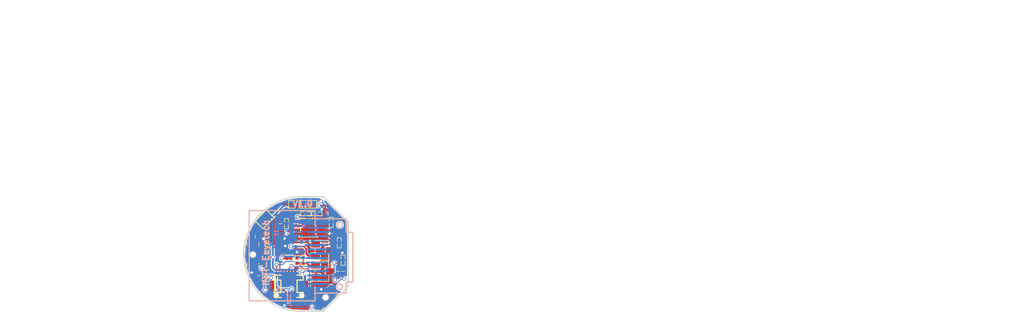
<source format=kicad_pcb>
(kicad_pcb (version 4) (host pcbnew 4.0.5+dfsg1-4)

  (general
    (links 63)
    (no_connects 0)
    (area 74.85 24.551063 239.500001 77.100001)
    (thickness 1.6)
    (drawings 12)
    (tracks 325)
    (zones 0)
    (modules 32)
    (nets 31)
  )

  (page A4)
  (title_block
    (title "I/O Expansion Board")
    (date 2017-07-29)
    (rev 0.1)
    (company "INSTITUTO NACIONAL DE TECNOLOGÍA INDUSTRIAL & ENYE TECHNOLOGIES")
    (comment 1 "Revision: Alamon, Brengi and Scotti")
    (comment 2 "Author: Santiago Villar")
  )

  (layers
    (0 F.Cu signal)
    (31 B.Cu signal)
    (32 B.Adhes user)
    (33 F.Adhes user)
    (34 B.Paste user)
    (35 F.Paste user)
    (36 B.SilkS user)
    (37 F.SilkS user)
    (38 B.Mask user)
    (39 F.Mask user)
    (40 Dwgs.User user)
    (44 Edge.Cuts user)
    (46 B.CrtYd user)
    (48 B.Fab user)
  )

  (setup
    (last_trace_width 0.1524)
    (user_trace_width 0.0889)
    (user_trace_width 0.1016)
    (user_trace_width 0.2032)
    (user_trace_width 0.254)
    (user_trace_width 0.3048)
    (trace_clearance 0.1524)
    (zone_clearance 0.1016)
    (zone_45_only no)
    (trace_min 0.0889)
    (segment_width 0.2)
    (edge_width 0.2)
    (via_size 0.6096)
    (via_drill 0.4064)
    (via_min_size 0.4064)
    (via_min_drill 0.2032)
    (user_via 0.4064 0.2032)
    (user_via 0.8128 0.4064)
    (user_via 1.016 0.7112)
    (blind_buried_vias_allowed yes)
    (uvia_size 0.254)
    (uvia_drill 0.1016)
    (uvias_allowed yes)
    (uvia_min_size 0.254)
    (uvia_min_drill 0.1016)
    (pcb_text_width 0.3)
    (pcb_text_size 1.5 1.5)
    (mod_edge_width 0.15)
    (mod_text_size 1 1)
    (mod_text_width 0.15)
    (pad_size 1.524 1.524)
    (pad_drill 0.762)
    (pad_to_mask_clearance 0.2)
    (aux_axis_origin 126.85 74.2)
    (grid_origin 126.85 74.2)
    (visible_elements 7FFFFFFF)
    (pcbplotparams
      (layerselection 0x00030_80000001)
      (usegerberextensions false)
      (excludeedgelayer true)
      (linewidth 0.100000)
      (plotframeref false)
      (viasonmask false)
      (mode 1)
      (useauxorigin false)
      (hpglpennumber 1)
      (hpglpenspeed 20)
      (hpglpendiameter 15)
      (hpglpenoverlay 2)
      (psnegative false)
      (psa4output false)
      (plotreference true)
      (plotvalue true)
      (plotinvisibletext false)
      (padsonsilk false)
      (subtractmaskfromsilk false)
      (outputformat 1)
      (mirror false)
      (drillshape 1)
      (scaleselection 1)
      (outputdirectory ""))
  )

  (net 0 "")
  (net 1 GND)
  (net 2 +3V3)
  (net 3 /SDA)
  (net 4 /SCL)
  (net 5 "Net-(C1-Pad1)")
  (net 6 "Net-(C1-Pad2)")
  (net 7 "Net-(C2-Pad1)")
  (net 8 "Net-(C2-Pad2)")
  (net 9 "Net-(C3-Pad1)")
  (net 10 "Net-(C4-Pad1)")
  (net 11 /VBAT)
  (net 12 /VBAT_IN)
  (net 13 "Net-(J1-Pad5)")
  (net 14 "Net-(J2-Pad12)")
  (net 15 "Net-(J2-Pad6)")
  (net 16 /VDD)
  (net 17 "Net-(J1-Pad2)")
  (net 18 "Net-(Q1-Pad3)")
  (net 19 /VBAT_DC_DC)
  (net 20 "Net-(C13-Pad1)")
  (net 21 "Net-(C13-Pad2)")
  (net 22 /VBAT_+)
  (net 23 "Net-(Q1-Pad1)")
  (net 24 "Net-(R11-Pad2)")
  (net 25 "Net-(R6-Pad2)")
  (net 26 "Net-(R13-Pad2)")
  (net 27 /BOTON_IZQUIERDO)
  (net 28 /BOTON_CENTRO)
  (net 29 /RESET_OLED)
  (net 30 /GPIO_OLED)

  (net_class Default "This is the default net class."
    (clearance 0.1524)
    (trace_width 0.1524)
    (via_dia 0.6096)
    (via_drill 0.4064)
    (uvia_dia 0.254)
    (uvia_drill 0.1016)
    (add_net +3V3)
    (add_net /BOTON_CENTRO)
    (add_net /BOTON_IZQUIERDO)
    (add_net /GPIO_OLED)
    (add_net /RESET_OLED)
    (add_net /SCL)
    (add_net /SDA)
    (add_net /VBAT)
    (add_net /VBAT_+)
    (add_net /VBAT_DC_DC)
    (add_net /VBAT_IN)
    (add_net /VDD)
    (add_net GND)
    (add_net "Net-(C1-Pad1)")
    (add_net "Net-(C1-Pad2)")
    (add_net "Net-(C13-Pad1)")
    (add_net "Net-(C13-Pad2)")
    (add_net "Net-(C2-Pad1)")
    (add_net "Net-(C2-Pad2)")
    (add_net "Net-(C3-Pad1)")
    (add_net "Net-(C4-Pad1)")
    (add_net "Net-(J1-Pad2)")
    (add_net "Net-(J1-Pad5)")
    (add_net "Net-(J2-Pad12)")
    (add_net "Net-(J2-Pad6)")
    (add_net "Net-(Q1-Pad1)")
    (add_net "Net-(Q1-Pad3)")
    (add_net "Net-(R11-Pad2)")
    (add_net "Net-(R13-Pad2)")
    (add_net "Net-(R6-Pad2)")
  )

  (module footprints:GS2 (layer F.Cu) (tedit 58F7CE68) (tstamp 5862CE76)
    (at 117.45 59.4 315)
    (descr "Pontet Goute de soudure")
    (path /58503A3C)
    (attr virtual)
    (fp_text reference CON2 (at 1.778 0 405) (layer F.SilkS) hide
      (effects (font (size 1 1) (thickness 0.15)))
    )
    (fp_text value VBA_IN (at 1.524 0 405) (layer F.Fab)
      (effects (font (size 1 1) (thickness 0.15)))
    )
    (fp_line (start -0.889 -1.27) (end -0.889 1.27) (layer F.SilkS) (width 0.15))
    (fp_line (start 0.889 1.27) (end 0.889 -1.27) (layer F.SilkS) (width 0.15))
    (fp_line (start 0.889 1.27) (end -0.889 1.27) (layer F.SilkS) (width 0.15))
    (fp_line (start -0.889 -1.27) (end 0.889 -1.27) (layer F.SilkS) (width 0.15))
    (pad 1 smd rect (at 0 -0.63 315) (size 1.27 0.96) (layers F.Cu F.Paste F.Mask)
      (net 22 /VBAT_+))
    (pad 2 smd rect (at 0 0.635 315) (size 1.27 0.9652) (layers F.Cu F.Paste F.Mask)
      (net 1 GND))
  )

  (module "footprints:df12(3.0)-10ds-0.5v" (layer F.Cu) (tedit 5910F18C) (tstamp 5862D087)
    (at 121.35 70.2 180)
    (descr "Hirose DF12 series connector, DF12(3.0)-10DS-0.5V")
    (path /59002F8D)
    (fp_text reference J1 (at 0 -3.50012 180) (layer F.SilkS) hide
      (effects (font (size 0.49784 0.49784) (thickness 0.09906)))
    )
    (fp_text value "DF12B 3.0 10DS 0.5V 81" (at 0 3.49758 180) (layer F.SilkS) hide
      (effects (font (size 0.4953 0.4953) (thickness 0.09906)))
    )
    (fp_line (start 2.3 1) (end 1.3 1) (layer F.SilkS) (width 0.19812))
    (fp_line (start 1.3 -1) (end 2.3 -1) (layer F.SilkS) (width 0.19812))
    (fp_line (start -1.3 -1) (end -2.3 -1) (layer F.SilkS) (width 0.19812))
    (fp_line (start -1.3 1) (end -2.3 1) (layer F.SilkS) (width 0.19812))
    (fp_line (start 1.3 -1) (end 1.3 1) (layer F.SilkS) (width 0.19812))
    (fp_line (start -1.3 1) (end -1.3 -1) (layer F.SilkS) (width 0.19812))
    (fp_line (start -2.3114 -1.8034) (end -1.27 -1.8034) (layer F.SilkS) (width 0.19812))
    (fp_line (start 2.2987 -1.80086) (end 2.2987 1.80086) (layer F.SilkS) (width 0.19812))
    (fp_line (start -1.27 1.8034) (end -2.3114 1.8034) (layer F.SilkS) (width 0.19812))
    (fp_line (start -2.3114 -1.016) (end -2.3114 -1.8034) (layer F.SilkS) (width 0.19812))
    (fp_line (start 1.2573 -1.80086) (end 2.2987 -1.80086) (layer F.SilkS) (width 0.19812))
    (fp_line (start -2.3114 1.8034) (end -2.3114 1.016) (layer F.SilkS) (width 0.19812))
    (fp_line (start 2.3114 1.8034) (end 1.27 1.8034) (layer F.SilkS) (width 0.19812))
    (pad 1 smd rect (at -1 1.8 180) (size 0.3 1.6) (layers F.Cu F.Paste F.Mask)
      (net 2 +3V3) (solder_mask_margin 0.06858) (solder_paste_margin -0.04826) (clearance 0.19812))
    (pad 2 smd rect (at -0.4953 1.79578 180) (size 0.29718 1.59766) (layers F.Cu F.Paste F.Mask)
      (net 17 "Net-(J1-Pad2)") (solder_mask_margin 0.06858) (solder_paste_margin -0.04826) (clearance 0.19812))
    (pad 3 smd rect (at 0 1.8 180) (size 0.3 1.6) (layers F.Cu F.Paste F.Mask)
      (net 4 /SCL) (solder_mask_margin 0.06858) (solder_paste_margin -0.04826) (clearance 0.19812))
    (pad 4 smd rect (at 0.5 1.8 180) (size 0.3 1.6) (layers F.Cu F.Paste F.Mask)
      (net 3 /SDA) (solder_mask_margin 0.06858) (solder_paste_margin -0.04826) (clearance 0.19812))
    (pad 5 smd rect (at 0.99568 1.79578 180) (size 0.29718 1.59766) (layers F.Cu F.Paste F.Mask)
      (net 13 "Net-(J1-Pad5)") (solder_mask_margin 0.06858) (solder_paste_margin -0.04826) (clearance 0.19812))
    (pad 6 smd rect (at 1 -1.8 180) (size 0.3 1.6) (layers F.Cu F.Paste F.Mask)
      (net 1 GND) (solder_mask_margin 0.06858) (solder_paste_margin -0.04826) (clearance 0.19812))
    (pad 7 smd rect (at 0.5 -1.8 180) (size 0.3 1.6) (layers F.Cu F.Paste F.Mask)
      (net 29 /RESET_OLED) (solder_mask_margin 0.06858) (solder_paste_margin -0.04826) (clearance 0.19812))
    (pad 8 smd rect (at 0 -1.8 180) (size 0.3 1.6) (layers F.Cu F.Paste F.Mask)
      (net 30 /GPIO_OLED) (solder_mask_margin 0.06858) (solder_paste_margin -0.04826) (clearance 0.19812))
    (pad 9 smd rect (at -0.5 -1.8 180) (size 0.3 1.6) (layers F.Cu F.Paste F.Mask)
      (net 27 /BOTON_IZQUIERDO) (solder_mask_margin 0.06858) (solder_paste_margin -0.04826) (clearance 0.19558))
    (pad 10 smd rect (at -1 -1.8 180) (size 0.3 1.6) (layers F.Cu F.Paste F.Mask)
      (net 28 /BOTON_CENTRO) (solder_mask_margin 0.06858) (solder_paste_margin -0.04826) (clearance 0.19558))
    (pad "" np_thru_hole circle (at 2.05 -1.5 180) (size 0.6 0.6) (drill 0.5969) (layers *.Cu *.Mask F.SilkS))
    (pad "" np_thru_hole circle (at -2.05 -1.5 180) (size 0.6 0.6) (drill 0.5969) (layers *.Cu *.Mask F.SilkS))
    (pad "" smd rect (at -2.7 0 180) (size 0.8 1.8) (layers F.Cu F.Paste F.Mask)
      (solder_mask_margin 0.06858) (solder_paste_margin -0.04826))
    (pad "" smd rect (at 2.7 0 180) (size 0.8 1.8) (layers F.Cu F.Paste F.Mask))
    (model "${KIPRJMOD}/../modelos.3dshapes/df12(3.0)-10ds-0.5v.wrl"
      (at (xyz 0 0 0))
      (scale (xyz 1 1 1))
      (rotate (xyz 0 0 0))
    )
  )

  (module footprints:c_0402 (layer B.Cu) (tedit 588907FD) (tstamp 58F7AC21)
    (at 122.45 60.9 90)
    (path /586418AA)
    (fp_text reference C1 (at 0 0.8 90) (layer B.SilkS) hide
      (effects (font (size 0.7112 0.4572) (thickness 0.1016)) (justify mirror))
    )
    (fp_text value 1uF (at 0 0.8 90) (layer B.Fab) hide
      (effects (font (size 0.7112 0.4572) (thickness 0.1016)) (justify mirror))
    )
    (fp_line (start 0 0.25) (end 0 -0.25) (layer B.SilkS) (width 0.1016))
    (pad 1 smd rect (at -0.5 0 90) (size 0.5 0.5) (layers B.Cu B.Paste B.Mask)
      (net 5 "Net-(C1-Pad1)") (solder_mask_margin 0.07112))
    (pad 2 smd rect (at 0.5 0 90) (size 0.5 0.5) (layers B.Cu B.Paste B.Mask)
      (net 6 "Net-(C1-Pad2)") (solder_mask_margin 0.07112))
    (model ${KIPRJMOD}/../modelos.3dshapes/c_0402.wrl
      (at (xyz 0 0 0))
      (scale (xyz 0.625 0.625 0.625))
      (rotate (xyz 0 0 0))
    )
  )

  (module footprints:c_0402 (layer B.Cu) (tedit 588907FD) (tstamp 58F7AC26)
    (at 123.35 62.6 270)
    (path /58641A8A)
    (fp_text reference C2 (at 0 0.8 270) (layer B.SilkS) hide
      (effects (font (size 0.7112 0.4572) (thickness 0.1016)) (justify mirror))
    )
    (fp_text value 1uF (at 0 0.8 270) (layer B.Fab) hide
      (effects (font (size 0.7112 0.4572) (thickness 0.1016)) (justify mirror))
    )
    (fp_line (start 0 0.25) (end 0 -0.25) (layer B.SilkS) (width 0.1016))
    (pad 1 smd rect (at -0.5 0 270) (size 0.5 0.5) (layers B.Cu B.Paste B.Mask)
      (net 7 "Net-(C2-Pad1)") (solder_mask_margin 0.07112))
    (pad 2 smd rect (at 0.5 0 270) (size 0.5 0.5) (layers B.Cu B.Paste B.Mask)
      (net 8 "Net-(C2-Pad2)") (solder_mask_margin 0.07112))
    (model ${KIPRJMOD}/../modelos.3dshapes/c_0402.wrl
      (at (xyz 0 0 0))
      (scale (xyz 0.625 0.625 0.625))
      (rotate (xyz 0 0 0))
    )
  )

  (module footprints:c_0402 (layer F.Cu) (tedit 588907FD) (tstamp 58F7AC2B)
    (at 130.05 67.8 90)
    (path /58641A40)
    (fp_text reference C3 (at 0 -0.8 90) (layer F.SilkS) hide
      (effects (font (size 0.7112 0.4572) (thickness 0.1016)))
    )
    (fp_text value 2.2uF (at 0 -0.8 90) (layer F.Fab) hide
      (effects (font (size 0.7112 0.4572) (thickness 0.1016)))
    )
    (fp_line (start 0 -0.25) (end 0 0.25) (layer F.SilkS) (width 0.1016))
    (pad 1 smd rect (at -0.5 0 90) (size 0.5 0.5) (layers F.Cu F.Paste F.Mask)
      (net 9 "Net-(C3-Pad1)") (solder_mask_margin 0.07112))
    (pad 2 smd rect (at 0.5 0 90) (size 0.5 0.5) (layers F.Cu F.Paste F.Mask)
      (net 1 GND) (solder_mask_margin 0.07112))
    (model ${KIPRJMOD}/../modelos.3dshapes/c_0402.wrl
      (at (xyz 0 0 0))
      (scale (xyz 0.625 0.625 0.625))
      (rotate (xyz 0 0 0))
    )
  )

  (module footprints:c_0402 (layer F.Cu) (tedit 588907FD) (tstamp 58F7AC30)
    (at 129.25 67.8 90)
    (path /58641A90)
    (fp_text reference C4 (at 0 -0.8 90) (layer F.SilkS) hide
      (effects (font (size 0.7112 0.4572) (thickness 0.1016)))
    )
    (fp_text value 4.7uF (at 0 -0.8 90) (layer F.Fab) hide
      (effects (font (size 0.7112 0.4572) (thickness 0.1016)))
    )
    (fp_line (start 0 -0.25) (end 0 0.25) (layer F.SilkS) (width 0.1016))
    (pad 1 smd rect (at -0.5 0 90) (size 0.5 0.5) (layers F.Cu F.Paste F.Mask)
      (net 10 "Net-(C4-Pad1)") (solder_mask_margin 0.07112))
    (pad 2 smd rect (at 0.5 0 90) (size 0.5 0.5) (layers F.Cu F.Paste F.Mask)
      (net 1 GND) (solder_mask_margin 0.07112))
    (model ${KIPRJMOD}/../modelos.3dshapes/c_0402.wrl
      (at (xyz 0 0 0))
      (scale (xyz 0.625 0.625 0.625))
      (rotate (xyz 0 0 0))
    )
  )

  (module footprints:c_0402 (layer B.Cu) (tedit 588907FD) (tstamp 58F7AC35)
    (at 122.45 63.3 90)
    (path /5864198B)
    (fp_text reference C5 (at 0 0.8 90) (layer B.SilkS) hide
      (effects (font (size 0.7112 0.4572) (thickness 0.1016)) (justify mirror))
    )
    (fp_text value 1uF (at 0 0.8 90) (layer B.Fab) hide
      (effects (font (size 0.7112 0.4572) (thickness 0.1016)) (justify mirror))
    )
    (fp_line (start 0 0.25) (end 0 -0.25) (layer B.SilkS) (width 0.1016))
    (pad 1 smd rect (at -0.5 0 90) (size 0.5 0.5) (layers B.Cu B.Paste B.Mask)
      (net 11 /VBAT) (solder_mask_margin 0.07112))
    (pad 2 smd rect (at 0.5 0 90) (size 0.5 0.5) (layers B.Cu B.Paste B.Mask)
      (net 1 GND) (solder_mask_margin 0.07112))
    (model ${KIPRJMOD}/../modelos.3dshapes/c_0402.wrl
      (at (xyz 0 0 0))
      (scale (xyz 0.625 0.625 0.625))
      (rotate (xyz 0 0 0))
    )
  )

  (module footprints:c_0402 (layer B.Cu) (tedit 588907FD) (tstamp 58F7AC3A)
    (at 123.65 65.1 90)
    (path /58641A3A)
    (fp_text reference C6 (at 0 0.8 90) (layer B.SilkS) hide
      (effects (font (size 0.7112 0.4572) (thickness 0.1016)) (justify mirror))
    )
    (fp_text value 1uF (at 0 0.8 90) (layer B.Fab) hide
      (effects (font (size 0.7112 0.4572) (thickness 0.1016)) (justify mirror))
    )
    (fp_line (start 0 0.25) (end 0 -0.25) (layer B.SilkS) (width 0.1016))
    (pad 1 smd rect (at -0.5 0 90) (size 0.5 0.5) (layers B.Cu B.Paste B.Mask)
      (net 16 /VDD) (solder_mask_margin 0.07112))
    (pad 2 smd rect (at 0.5 0 90) (size 0.5 0.5) (layers B.Cu B.Paste B.Mask)
      (net 1 GND) (solder_mask_margin 0.07112))
    (model ${KIPRJMOD}/../modelos.3dshapes/c_0402.wrl
      (at (xyz 0 0 0))
      (scale (xyz 0.625 0.625 0.625))
      (rotate (xyz 0 0 0))
    )
  )

  (module footprints:c_0402 (layer F.Cu) (tedit 588907FD) (tstamp 58F7AC44)
    (at 116.45 68.5 90)
    (path /586D4C6B)
    (fp_text reference C7 (at 0 -0.8 90) (layer F.SilkS) hide
      (effects (font (size 0.7112 0.4572) (thickness 0.1016)))
    )
    (fp_text value 0.1uF (at 0 -0.8 90) (layer F.Fab) hide
      (effects (font (size 0.7112 0.4572) (thickness 0.1016)))
    )
    (fp_line (start 0 -0.25) (end 0 0.25) (layer F.SilkS) (width 0.1016))
    (pad 1 smd rect (at -0.5 0 90) (size 0.5 0.5) (layers F.Cu F.Paste F.Mask)
      (net 27 /BOTON_IZQUIERDO) (solder_mask_margin 0.07112))
    (pad 2 smd rect (at 0.5 0 90) (size 0.5 0.5) (layers F.Cu F.Paste F.Mask)
      (net 1 GND) (solder_mask_margin 0.07112))
    (model ${KIPRJMOD}/../modelos.3dshapes/c_0402.wrl
      (at (xyz 0 0 0))
      (scale (xyz 0.625 0.625 0.625))
      (rotate (xyz 0 0 0))
    )
  )

  (module footprints:c_0402 (layer F.Cu) (tedit 588907FD) (tstamp 58F7AC4A)
    (at 115.95 62.2)
    (path /586D60E5)
    (fp_text reference C8 (at 0 -0.8) (layer F.SilkS) hide
      (effects (font (size 0.7112 0.4572) (thickness 0.1016)))
    )
    (fp_text value 0.1uF (at 0 -0.8) (layer F.Fab) hide
      (effects (font (size 0.7112 0.4572) (thickness 0.1016)))
    )
    (fp_line (start 0 -0.25) (end 0 0.25) (layer F.SilkS) (width 0.1016))
    (pad 1 smd rect (at -0.5 0) (size 0.5 0.5) (layers F.Cu F.Paste F.Mask)
      (net 28 /BOTON_CENTRO) (solder_mask_margin 0.07112))
    (pad 2 smd rect (at 0.5 0) (size 0.5 0.5) (layers F.Cu F.Paste F.Mask)
      (net 1 GND) (solder_mask_margin 0.07112))
    (model ${KIPRJMOD}/../modelos.3dshapes/c_0402.wrl
      (at (xyz 0 0 0))
      (scale (xyz 0.625 0.625 0.625))
      (rotate (xyz 0 0 0))
    )
  )

  (module footprints:r_0402 (layer F.Cu) (tedit 589249EE) (tstamp 58F7AC4B)
    (at 130.05 66 90)
    (path /58642A03)
    (fp_text reference R1 (at 0 -0.8 90) (layer F.SilkS) hide
      (effects (font (size 0.7112 0.4572) (thickness 0.1016)))
    )
    (fp_text value 390K (at 0 -0.9 90) (layer F.Fab) hide
      (effects (font (size 0.7112 0.4572) (thickness 0.1016)))
    )
    (fp_line (start 0.82 0.32) (end 0.2 0.32) (layer F.SilkS) (width 0.1016))
    (fp_line (start 0.82 -0.32) (end 0.82 0.32) (layer F.SilkS) (width 0.1016))
    (fp_line (start 0.2 -0.32) (end 0.82 -0.32) (layer F.SilkS) (width 0.1016))
    (fp_line (start -0.82 0.32) (end -0.2 0.32) (layer F.SilkS) (width 0.1016))
    (fp_line (start -0.82 -0.32) (end -0.82 0.32) (layer F.SilkS) (width 0.1016))
    (fp_line (start -0.2 -0.32) (end -0.82 -0.32) (layer F.SilkS) (width 0.1016))
    (pad 1 smd rect (at -0.5 0 90) (size 0.5 0.5) (layers F.Cu F.Paste F.Mask)
      (net 14 "Net-(J2-Pad12)") (solder_mask_margin 0.07112))
    (pad 2 smd rect (at 0.5 0 90) (size 0.5 0.5) (layers F.Cu F.Paste F.Mask)
      (net 1 GND) (solder_mask_margin 0.07112))
    (model ${KIPRJMOD}/../modelos.3dshapes/r_0402.wrl
      (at (xyz 0 0 0))
      (scale (xyz 0.625 0.625 0.625))
      (rotate (xyz 0 0 0))
    )
  )

  (module footprints:r_0402 (layer F.Cu) (tedit 589249EE) (tstamp 58F7AC55)
    (at 117.35 68.5 270)
    (path /586D4C71)
    (fp_text reference R2 (at 0 -0.8 270) (layer F.SilkS) hide
      (effects (font (size 0.7112 0.4572) (thickness 0.1016)))
    )
    (fp_text value 10K (at 0 -0.9 270) (layer F.Fab) hide
      (effects (font (size 0.7112 0.4572) (thickness 0.1016)))
    )
    (fp_line (start 0.82 0.32) (end 0.2 0.32) (layer F.SilkS) (width 0.1016))
    (fp_line (start 0.82 -0.32) (end 0.82 0.32) (layer F.SilkS) (width 0.1016))
    (fp_line (start 0.2 -0.32) (end 0.82 -0.32) (layer F.SilkS) (width 0.1016))
    (fp_line (start -0.82 0.32) (end -0.2 0.32) (layer F.SilkS) (width 0.1016))
    (fp_line (start -0.82 -0.32) (end -0.82 0.32) (layer F.SilkS) (width 0.1016))
    (fp_line (start -0.2 -0.32) (end -0.82 -0.32) (layer F.SilkS) (width 0.1016))
    (pad 1 smd rect (at -0.5 0 270) (size 0.5 0.5) (layers F.Cu F.Paste F.Mask)
      (net 2 +3V3) (solder_mask_margin 0.07112))
    (pad 2 smd rect (at 0.5 0 270) (size 0.5 0.5) (layers F.Cu F.Paste F.Mask)
      (net 27 /BOTON_IZQUIERDO) (solder_mask_margin 0.07112))
    (model ${KIPRJMOD}/../modelos.3dshapes/r_0402.wrl
      (at (xyz 0 0 0))
      (scale (xyz 0.625 0.625 0.625))
      (rotate (xyz 0 0 0))
    )
  )

  (module footprints:r_0402 (layer F.Cu) (tedit 589249EE) (tstamp 58F7AC5B)
    (at 117.85 64 90)
    (path /586D60EB)
    (fp_text reference R3 (at 0 -0.8 90) (layer F.SilkS) hide
      (effects (font (size 0.7112 0.4572) (thickness 0.1016)))
    )
    (fp_text value 10K (at 0 -0.9 90) (layer F.Fab) hide
      (effects (font (size 0.7112 0.4572) (thickness 0.1016)))
    )
    (fp_line (start 0.82 0.32) (end 0.2 0.32) (layer F.SilkS) (width 0.1016))
    (fp_line (start 0.82 -0.32) (end 0.82 0.32) (layer F.SilkS) (width 0.1016))
    (fp_line (start 0.2 -0.32) (end 0.82 -0.32) (layer F.SilkS) (width 0.1016))
    (fp_line (start -0.82 0.32) (end -0.2 0.32) (layer F.SilkS) (width 0.1016))
    (fp_line (start -0.82 -0.32) (end -0.82 0.32) (layer F.SilkS) (width 0.1016))
    (fp_line (start -0.2 -0.32) (end -0.82 -0.32) (layer F.SilkS) (width 0.1016))
    (pad 1 smd rect (at -0.5 0 90) (size 0.5 0.5) (layers F.Cu F.Paste F.Mask)
      (net 2 +3V3) (solder_mask_margin 0.07112))
    (pad 2 smd rect (at 0.5 0 90) (size 0.5 0.5) (layers F.Cu F.Paste F.Mask)
      (net 28 /BOTON_CENTRO) (solder_mask_margin 0.07112))
    (model ${KIPRJMOD}/../modelos.3dshapes/r_0402.wrl
      (at (xyz 0 0 0))
      (scale (xyz 0.625 0.625 0.625))
      (rotate (xyz 0 0 0))
    )
  )

  (module footprints:B3U_3000PB (layer F.Cu) (tedit 5818F2E1) (tstamp 58F7AE3C)
    (at 127.25 72 225)
    (descr "Plastic QFP, Micrel QFN44-24LD-LP-1")
    (path /586D48BD)
    (fp_text reference SW1 (at -0.0127 -1.2827 225) (layer F.SilkS) hide
      (effects (font (size 0.39878 0.39878) (thickness 0.07874)))
    )
    (fp_text value SW_PUSH (at -0.0635 1.5494 225) (layer F.SilkS) hide
      (effects (font (size 0.39878 0.39878) (thickness 0.07874)))
    )
    (fp_line (start 2 -0.9652) (end 1.3335 -0.9652) (layer F.SilkS) (width 0.1))
    (fp_line (start 2 0.9652) (end 1.3335 0.9652) (layer F.SilkS) (width 0.1))
    (fp_line (start -2 0.9652) (end -1.3462 0.9652) (layer F.SilkS) (width 0.1))
    (fp_line (start -2 -0.9652) (end -1.3208 -0.9652) (layer F.SilkS) (width 0.1))
    (pad 1 smd rect (at -1.7 0 225) (size 0.8 1.7) (layers F.Cu F.Paste F.Mask)
      (net 1 GND) (solder_mask_margin 0.07112))
    (pad 2 smd rect (at 1.7 0 225) (size 0.8 1.7) (layers F.Cu F.Paste F.Mask)
      (net 27 /BOTON_IZQUIERDO) (solder_mask_margin 0.07112))
    (pad "" np_thru_hole circle (at 0 0 225) (size 0.75 0.75) (drill 0.75) (layers *.Cu *.Mask F.SilkS))
    (model ${KIPRJMOD}/../modelos.3dshapes/B3U_3000PB.wrl
      (at (xyz 0 0 0))
      (scale (xyz 0.3937 0.3937 0.3937))
      (rotate (xyz -90 0 0))
    )
  )

  (module footprints:B3U_3000PB (layer F.Cu) (tedit 5818F2E1) (tstamp 58F7AE42)
    (at 115.55 65.1 90)
    (descr "Plastic QFP, Micrel QFN44-24LD-LP-1")
    (path /586D60DF)
    (fp_text reference SW2 (at -0.0127 -1.2827 90) (layer F.SilkS) hide
      (effects (font (size 0.39878 0.39878) (thickness 0.07874)))
    )
    (fp_text value SW_PUSH (at -0.0635 1.5494 90) (layer F.SilkS) hide
      (effects (font (size 0.39878 0.39878) (thickness 0.07874)))
    )
    (fp_line (start 2 -0.9652) (end 1.3335 -0.9652) (layer F.SilkS) (width 0.1))
    (fp_line (start 2 0.9652) (end 1.3335 0.9652) (layer F.SilkS) (width 0.1))
    (fp_line (start -2 0.9652) (end -1.3462 0.9652) (layer F.SilkS) (width 0.1))
    (fp_line (start -2 -0.9652) (end -1.3208 -0.9652) (layer F.SilkS) (width 0.1))
    (pad 1 smd rect (at -1.7 0 90) (size 0.8 1.7) (layers F.Cu F.Paste F.Mask)
      (net 1 GND) (solder_mask_margin 0.07112))
    (pad 2 smd rect (at 1.7 0 90) (size 0.8 1.7) (layers F.Cu F.Paste F.Mask)
      (net 28 /BOTON_CENTRO) (solder_mask_margin 0.07112))
    (pad "" np_thru_hole circle (at 0 0 90) (size 0.75 0.75) (drill 0.75) (layers *.Cu *.Mask F.SilkS))
    (model ${KIPRJMOD}/../modelos.3dshapes/B3U_3000PB.wrl
      (at (xyz 0 0 0))
      (scale (xyz 0.3937 0.3937 0.3937))
      (rotate (xyz -90 0 0))
    )
  )

  (module footprints:r_0402 (layer F.Cu) (tedit 589249EE) (tstamp 5910E2F3)
    (at 125.85 58.5)
    (path /591A2C5C)
    (fp_text reference R7 (at 0 -0.8) (layer F.SilkS) hide
      (effects (font (size 0.7112 0.4572) (thickness 0.1016)))
    )
    (fp_text value 10K (at 0 -0.9) (layer F.Fab) hide
      (effects (font (size 0.7112 0.4572) (thickness 0.1016)))
    )
    (fp_line (start 0.82 0.32) (end 0.2 0.32) (layer F.SilkS) (width 0.1016))
    (fp_line (start 0.82 -0.32) (end 0.82 0.32) (layer F.SilkS) (width 0.1016))
    (fp_line (start 0.2 -0.32) (end 0.82 -0.32) (layer F.SilkS) (width 0.1016))
    (fp_line (start -0.82 0.32) (end -0.2 0.32) (layer F.SilkS) (width 0.1016))
    (fp_line (start -0.82 -0.32) (end -0.82 0.32) (layer F.SilkS) (width 0.1016))
    (fp_line (start -0.2 -0.32) (end -0.82 -0.32) (layer F.SilkS) (width 0.1016))
    (pad 1 smd rect (at -0.5 0) (size 0.5 0.5) (layers F.Cu F.Paste F.Mask)
      (net 25 "Net-(R6-Pad2)") (solder_mask_margin 0.07112))
    (pad 2 smd rect (at 0.5 0) (size 0.5 0.5) (layers F.Cu F.Paste F.Mask)
      (net 1 GND) (solder_mask_margin 0.07112))
    (model ${KIPRJMOD}/../modelos.3dshapes/r_0402.wrl
      (at (xyz 0 0 0))
      (scale (xyz 0.625 0.625 0.625))
      (rotate (xyz 0 0 0))
    )
  )

  (module footprints:ER-OLED0.49-1_B (layer B.Cu) (tedit 58657E78) (tstamp 5910E8A0)
    (at 130.55 65.3 270)
    (descr "Hirose DF12 series connector, DF12(3.0)-10DP-0.5V")
    (path /59005E7A)
    (fp_text reference J2 (at 0 10.3 270) (layer B.SilkS)
      (effects (font (size 0.49784 0.49784) (thickness 0.09906)) (justify mirror))
    )
    (fp_text value ER-OLED0.49-1Series (at 0 -0.1 270) (layer B.SilkS) hide
      (effects (font (size 0.4953 0.4953) (thickness 0.09906)) (justify mirror))
    )
    (fp_line (start -6 0) (end -3.79 0) (layer B.SilkS) (width 0.19812))
    (fp_line (start 4.21 0) (end 6 0) (layer B.SilkS) (width 0.19812))
    (fp_line (start 4.2 0) (end 4.2 -1.1) (layer B.SilkS) (width 0.19812))
    (fp_line (start -3.8 -1.1) (end -3.8 0) (layer B.SilkS) (width 0.19812))
    (fp_line (start 4.2 -1.1) (end -3.8 -1.1) (layer B.SilkS) (width 0.19812))
    (fp_line (start 6 0) (end 6 5) (layer B.SilkS) (width 0.19812))
    (fp_line (start -6 0) (end -6 5) (layer B.SilkS) (width 0.19812))
    (fp_line (start -7.3 5) (end -4.9 5) (layer B.SilkS) (width 0.19812))
    (fp_line (start 7.25 15.6) (end -7.25 15.6) (layer B.SilkS) (width 0.19812))
    (fp_line (start 5 5) (end 7.25 5) (layer B.SilkS) (width 0.19812))
    (fp_line (start -7.3 15.6) (end -7.3 5) (layer B.SilkS) (width 0.19812))
    (fp_line (start 7.25 5) (end 7.25 15.6) (layer B.SilkS) (width 0.19812))
    (pad "" np_thru_hole circle (at -5 1 90) (size 1 1) (drill 0.5969) (layers *.Cu *.Mask B.SilkS))
    (pad "" np_thru_hole circle (at 5 1 90) (size 1 1) (drill 0.5969) (layers *.Cu *.Mask B.SilkS))
    (pad 10 smd rect (at 1.75 4.5 90) (size 0.35 3.5) (layers B.Cu B.Paste B.Mask)
      (net 4 /SCL) (solder_mask_margin 0.06858) (solder_paste_margin -0.04826) (clearance 0.19558))
    (pad 9 smd rect (at 1.05 4.5 90) (size 0.35 3.5) (layers B.Cu B.Paste B.Mask)
      (net 29 /RESET_OLED) (solder_mask_margin 0.06858) (solder_paste_margin -0.04826) (clearance 0.19558))
    (pad 8 smd rect (at 0.35 4.5 90) (size 0.35 3.5) (layers B.Cu B.Paste B.Mask)
      (net 16 /VDD) (solder_mask_margin 0.06858) (solder_paste_margin -0.04826) (clearance 0.19558))
    (pad 7 smd rect (at -0.35 4.5 90) (size 0.35 3.5) (layers B.Cu B.Paste B.Mask)
      (net 1 GND) (solder_mask_margin 0.06858) (solder_paste_margin -0.04826) (clearance 0.19558))
    (pad 6 smd rect (at -1.05 4.5 90) (size 0.35 3.5) (layers B.Cu B.Paste B.Mask)
      (net 15 "Net-(J2-Pad6)") (solder_mask_margin 0.06858) (solder_paste_margin -0.04826) (clearance 0.19558))
    (pad 5 smd rect (at -1.75 4.5 90) (size 0.35 3.5) (layers B.Cu B.Paste B.Mask)
      (net 11 /VBAT) (solder_mask_margin 0.06858) (solder_paste_margin -0.04826) (clearance 0.19558))
    (pad 4 smd rect (at -2.45 4.5 90) (size 0.35 3.5) (layers B.Cu B.Paste B.Mask)
      (net 8 "Net-(C2-Pad2)") (solder_mask_margin 0.06858) (solder_paste_margin -0.04826) (clearance 0.19558))
    (pad 3 smd rect (at -3.15 4.5 90) (size 0.35 3.5) (layers B.Cu B.Paste B.Mask)
      (net 7 "Net-(C2-Pad1)") (solder_mask_margin 0.06858) (solder_paste_margin -0.04826) (clearance 0.19558))
    (pad 2 smd rect (at -3.85 4.5 90) (size 0.35 3.5) (layers B.Cu B.Paste B.Mask)
      (net 5 "Net-(C1-Pad1)") (solder_mask_margin 0.06858) (solder_paste_margin -0.04826) (clearance 0.19558))
    (pad 1 smd rect (at -4.55 4.5 90) (size 0.35 3.5) (layers B.Cu B.Paste B.Mask)
      (net 6 "Net-(C1-Pad2)") (solder_mask_margin 0.06858) (solder_paste_margin -0.04826) (clearance 0.19558))
    (pad 11 smd rect (at 2.45 4.5 90) (size 0.35 3.5) (layers B.Cu B.Paste B.Mask)
      (net 3 /SDA) (solder_mask_margin 0.06858) (solder_paste_margin -0.04826) (clearance 0.19558))
    (pad 12 smd rect (at 3.15 4.5 90) (size 0.35 3.5) (layers B.Cu B.Paste B.Mask)
      (net 14 "Net-(J2-Pad12)") (solder_mask_margin 0.06858) (solder_paste_margin -0.04826) (clearance 0.19558))
    (pad 13 smd rect (at 3.85 4.5 90) (size 0.35 3.5) (layers B.Cu B.Paste B.Mask)
      (net 10 "Net-(C4-Pad1)") (solder_mask_margin 0.06858) (solder_paste_margin -0.04826) (clearance 0.19558))
    (pad 14 smd rect (at 4.55 4.5 90) (size 0.35 3.5) (layers B.Cu B.Paste B.Mask)
      (net 9 "Net-(C3-Pad1)") (solder_mask_margin 0.06858) (solder_paste_margin -0.04826) (clearance 0.19558))
    (model ${KIPRJMOD}/../modelos.3dshapes/ER-OLED0.49-1.wrl
      (at (xyz 0 0.396 0))
      (scale (xyz 0.3739 0.3739 0.3739))
      (rotate (xyz 0 0 0))
    )
  )

  (module footprints:c_0402 (layer F.Cu) (tedit 588907FD) (tstamp 5914D23D)
    (at 127.65 58.5 180)
    (path /59151524)
    (fp_text reference C9 (at -1.5 0 180) (layer F.SilkS) hide
      (effects (font (size 0.7112 0.4572) (thickness 0.1016)))
    )
    (fp_text value "10 uF" (at 0 -0.8 180) (layer F.Fab) hide
      (effects (font (size 0.7112 0.4572) (thickness 0.1016)))
    )
    (fp_line (start 0 -0.25) (end 0 0.25) (layer F.SilkS) (width 0.1016))
    (pad 1 smd rect (at -0.5 0 180) (size 0.5 0.5) (layers F.Cu F.Paste F.Mask)
      (net 2 +3V3) (solder_mask_margin 0.07112))
    (pad 2 smd rect (at 0.5 0 180) (size 0.5 0.5) (layers F.Cu F.Paste F.Mask)
      (net 1 GND) (solder_mask_margin 0.07112))
    (model ${KIPRJMOD}/../modelos.3dshapes/c_0402.wrl
      (at (xyz 0 0 0))
      (scale (xyz 0.625 0.625 0.625))
      (rotate (xyz 0 0 0))
    )
  )

  (module footprints:c_0402 (layer F.Cu) (tedit 588907FD) (tstamp 5914D243)
    (at 119.95 60.1 270)
    (path /591516DD)
    (fp_text reference C10 (at 0 1 270) (layer F.SilkS) hide
      (effects (font (size 0.7112 0.4572) (thickness 0.1016)))
    )
    (fp_text value "10 uF" (at 0 -0.8 270) (layer F.Fab) hide
      (effects (font (size 0.7112 0.4572) (thickness 0.1016)))
    )
    (fp_line (start 0 -0.25) (end 0 0.25) (layer F.SilkS) (width 0.1016))
    (pad 1 smd rect (at -0.5 0 270) (size 0.5 0.5) (layers F.Cu F.Paste F.Mask)
      (net 19 /VBAT_DC_DC) (solder_mask_margin 0.07112))
    (pad 2 smd rect (at 0.5 0 270) (size 0.5 0.5) (layers F.Cu F.Paste F.Mask)
      (net 1 GND) (solder_mask_margin 0.07112))
    (model ${KIPRJMOD}/../modelos.3dshapes/c_0402.wrl
      (at (xyz 0 0 0))
      (scale (xyz 0.625 0.625 0.625))
      (rotate (xyz 0 0 0))
    )
  )

  (module footprints:c_0402 (layer F.Cu) (tedit 588907FD) (tstamp 5914D249)
    (at 121.65 65.2 90)
    (path /5914DCFE)
    (fp_text reference C11 (at -1.7 0 90) (layer F.SilkS) hide
      (effects (font (size 0.7112 0.4572) (thickness 0.1016)))
    )
    (fp_text value 1uF (at 0 -0.8 90) (layer F.Fab) hide
      (effects (font (size 0.7112 0.4572) (thickness 0.1016)))
    )
    (fp_line (start 0 -0.25) (end 0 0.25) (layer F.SilkS) (width 0.1016))
    (pad 1 smd rect (at -0.5 0 90) (size 0.5 0.5) (layers F.Cu F.Paste F.Mask)
      (net 16 /VDD) (solder_mask_margin 0.07112))
    (pad 2 smd rect (at 0.5 0 90) (size 0.5 0.5) (layers F.Cu F.Paste F.Mask)
      (net 1 GND) (solder_mask_margin 0.07112))
    (model ${KIPRJMOD}/../modelos.3dshapes/c_0402.wrl
      (at (xyz 0 0 0))
      (scale (xyz 0.625 0.625 0.625))
      (rotate (xyz 0 0 0))
    )
  )

  (module footprints:c_0402 (layer F.Cu) (tedit 588907FD) (tstamp 5914D24F)
    (at 120.95 65.2 90)
    (path /5914DD4D)
    (fp_text reference C12 (at -1.8 0 90) (layer F.SilkS) hide
      (effects (font (size 0.7112 0.4572) (thickness 0.1016)))
    )
    (fp_text value 1uF (at 0 -0.8 90) (layer F.Fab) hide
      (effects (font (size 0.7112 0.4572) (thickness 0.1016)))
    )
    (fp_line (start 0 -0.25) (end 0 0.25) (layer F.SilkS) (width 0.1016))
    (pad 1 smd rect (at -0.5 0 90) (size 0.5 0.5) (layers F.Cu F.Paste F.Mask)
      (net 16 /VDD) (solder_mask_margin 0.07112))
    (pad 2 smd rect (at 0.5 0 90) (size 0.5 0.5) (layers F.Cu F.Paste F.Mask)
      (net 1 GND) (solder_mask_margin 0.07112))
    (model ${KIPRJMOD}/../modelos.3dshapes/c_0402.wrl
      (at (xyz 0 0 0))
      (scale (xyz 0.625 0.625 0.625))
      (rotate (xyz 0 0 0))
    )
  )

  (module footprints:JUMPER3_0603 (layer F.Cu) (tedit 591E0A59) (tstamp 5914D260)
    (at 124.4 57 180)
    (descr "SMT resistor, 0603")
    (path /591542AA)
    (fp_text reference JP1 (at 0.8 -1.25 180) (layer F.SilkS) hide
      (effects (font (size 0.7112 0.4572) (thickness 0.1016)))
    )
    (fp_text value JUMPER (at 0.9 1.3 180) (layer F.Fab) hide
      (effects (font (size 0.7112 0.4572) (thickness 0.1016)))
    )
    (fp_line (start 1.42 -0.62) (end -1.42 -0.62) (layer F.SilkS) (width 0.1016))
    (fp_line (start -1.42 -0.62) (end -1.42 0.62) (layer F.SilkS) (width 0.1016))
    (fp_line (start -1.42 0.62) (end 1.42 0.62) (layer F.SilkS) (width 0.1016))
    (fp_line (start 1.42 0.62) (end 1.42 -0.62) (layer F.SilkS) (width 0.1016))
    (fp_line (start 3.12 -0.62) (end 2.1 -0.62) (layer F.SilkS) (width 0.1016))
    (fp_line (start 3.12 -0.62) (end 3.12 0.62) (layer F.SilkS) (width 0.1016))
    (fp_line (start 3.12 0.62) (end 2.1 0.62) (layer F.SilkS) (width 0.1016))
    (pad 2 smd rect (at 0.85 0 180) (size 0.89916 1.00076) (layers F.Cu F.Paste F.Mask)
      (net 12 /VBAT_IN))
    (pad 1 smd rect (at -0.85 0 180) (size 0.89916 1.00076) (layers F.Cu F.Paste F.Mask)
      (net 19 /VBAT_DC_DC))
    (pad 3 smd rect (at 2.55 0 180) (size 0.89916 1.00076) (layers F.Cu F.Paste F.Mask)
      (net 22 /VBAT_+))
    (model footprints/misc.3dshapes/c_0603.wrl
      (at (xyz 0 0 0))
      (scale (xyz 1 1 1))
      (rotate (xyz 0 0 0))
    )
  )

  (module footprints:r_0402 (layer F.Cu) (tedit 589249EE) (tstamp 5914D274)
    (at 123.15 65.6 180)
    (path /5914D54F)
    (fp_text reference R9 (at -1.8 -0.3 180) (layer F.SilkS) hide
      (effects (font (size 0.7112 0.4572) (thickness 0.1016)))
    )
    (fp_text value 10K (at 0 -0.9 180) (layer F.Fab) hide
      (effects (font (size 0.7112 0.4572) (thickness 0.1016)))
    )
    (fp_line (start 0.82 0.32) (end 0.2 0.32) (layer F.SilkS) (width 0.1016))
    (fp_line (start 0.82 -0.32) (end 0.82 0.32) (layer F.SilkS) (width 0.1016))
    (fp_line (start 0.2 -0.32) (end 0.82 -0.32) (layer F.SilkS) (width 0.1016))
    (fp_line (start -0.82 0.32) (end -0.2 0.32) (layer F.SilkS) (width 0.1016))
    (fp_line (start -0.82 -0.32) (end -0.82 0.32) (layer F.SilkS) (width 0.1016))
    (fp_line (start -0.2 -0.32) (end -0.82 -0.32) (layer F.SilkS) (width 0.1016))
    (pad 1 smd rect (at -0.5 0 180) (size 0.5 0.5) (layers F.Cu F.Paste F.Mask)
      (net 23 "Net-(Q1-Pad1)") (solder_mask_margin 0.07112))
    (pad 2 smd rect (at 0.5 0 180) (size 0.5 0.5) (layers F.Cu F.Paste F.Mask)
      (net 1 GND) (solder_mask_margin 0.07112))
    (model ${KIPRJMOD}/../modelos.3dshapes/r_0402.wrl
      (at (xyz 0 0 0))
      (scale (xyz 0.625 0.625 0.625))
      (rotate (xyz 0 0 0))
    )
  )

  (module footprints:r_0402 (layer F.Cu) (tedit 589249EE) (tstamp 5914D27A)
    (at 129.45 63.2 270)
    (path /5914D588)
    (fp_text reference R10 (at -2.1 -0.2 270) (layer F.SilkS) hide
      (effects (font (size 0.7112 0.4572) (thickness 0.1016)))
    )
    (fp_text value 10K (at 0 -0.9 270) (layer F.Fab) hide
      (effects (font (size 0.7112 0.4572) (thickness 0.1016)))
    )
    (fp_line (start 0.82 0.32) (end 0.2 0.32) (layer F.SilkS) (width 0.1016))
    (fp_line (start 0.82 -0.32) (end 0.82 0.32) (layer F.SilkS) (width 0.1016))
    (fp_line (start 0.2 -0.32) (end 0.82 -0.32) (layer F.SilkS) (width 0.1016))
    (fp_line (start -0.82 0.32) (end -0.2 0.32) (layer F.SilkS) (width 0.1016))
    (fp_line (start -0.82 -0.32) (end -0.82 0.32) (layer F.SilkS) (width 0.1016))
    (fp_line (start -0.2 -0.32) (end -0.82 -0.32) (layer F.SilkS) (width 0.1016))
    (pad 1 smd rect (at -0.5 0 270) (size 0.5 0.5) (layers F.Cu F.Paste F.Mask)
      (net 12 /VBAT_IN) (solder_mask_margin 0.07112))
    (pad 2 smd rect (at 0.5 0 270) (size 0.5 0.5) (layers F.Cu F.Paste F.Mask)
      (net 18 "Net-(Q1-Pad3)") (solder_mask_margin 0.07112))
    (model ${KIPRJMOD}/../modelos.3dshapes/r_0402.wrl
      (at (xyz 0 0 0))
      (scale (xyz 0.625 0.625 0.625))
      (rotate (xyz 0 0 0))
    )
  )

  (module footprints:r_0402 (layer F.Cu) (tedit 589249EE) (tstamp 5914D280)
    (at 120.95 60.1 270)
    (path /591A2B4D)
    (fp_text reference R11 (at -0.1 -1.9 270) (layer F.SilkS) hide
      (effects (font (size 0.7112 0.4572) (thickness 0.1016)))
    )
    (fp_text value 10K (at 0 -0.9 270) (layer F.Fab) hide
      (effects (font (size 0.7112 0.4572) (thickness 0.1016)))
    )
    (fp_line (start 0.82 0.32) (end 0.2 0.32) (layer F.SilkS) (width 0.1016))
    (fp_line (start 0.82 -0.32) (end 0.82 0.32) (layer F.SilkS) (width 0.1016))
    (fp_line (start 0.2 -0.32) (end 0.82 -0.32) (layer F.SilkS) (width 0.1016))
    (fp_line (start -0.82 0.32) (end -0.2 0.32) (layer F.SilkS) (width 0.1016))
    (fp_line (start -0.82 -0.32) (end -0.82 0.32) (layer F.SilkS) (width 0.1016))
    (fp_line (start -0.2 -0.32) (end -0.82 -0.32) (layer F.SilkS) (width 0.1016))
    (pad 1 smd rect (at -0.5 0 270) (size 0.5 0.5) (layers F.Cu F.Paste F.Mask)
      (net 19 /VBAT_DC_DC) (solder_mask_margin 0.07112))
    (pad 2 smd rect (at 0.5 0 270) (size 0.5 0.5) (layers F.Cu F.Paste F.Mask)
      (net 24 "Net-(R11-Pad2)") (solder_mask_margin 0.07112))
    (model ${KIPRJMOD}/../modelos.3dshapes/r_0402.wrl
      (at (xyz 0 0 0))
      (scale (xyz 0.625 0.625 0.625))
      (rotate (xyz 0 0 0))
    )
  )

  (module footprints:c_0402 (layer F.Cu) (tedit 588907FD) (tstamp 591CC301)
    (at 128.15 61.7 270)
    (path /591A2ED3)
    (fp_text reference C13 (at -0.1 0.8 270) (layer F.SilkS) hide
      (effects (font (size 0.7112 0.4572) (thickness 0.1016)))
    )
    (fp_text value "1 uF" (at 0 -0.8 270) (layer F.Fab) hide
      (effects (font (size 0.7112 0.4572) (thickness 0.1016)))
    )
    (fp_line (start 0 -0.25) (end 0 0.25) (layer F.SilkS) (width 0.1016))
    (pad 1 smd rect (at -0.5 0 270) (size 0.5 0.5) (layers F.Cu F.Paste F.Mask)
      (net 20 "Net-(C13-Pad1)") (solder_mask_margin 0.07112))
    (pad 2 smd rect (at 0.5 0 270) (size 0.5 0.5) (layers F.Cu F.Paste F.Mask)
      (net 21 "Net-(C13-Pad2)") (solder_mask_margin 0.07112))
    (model ${KIPRJMOD}/../modelos.3dshapes/c_0402.wrl
      (at (xyz 0 0 0))
      (scale (xyz 0.625 0.625 0.625))
      (rotate (xyz 0 0 0))
    )
  )

  (module footprints:r_0402 (layer F.Cu) (tedit 589249EE) (tstamp 591CC30D)
    (at 124.05 58.5)
    (path /591A2C19)
    (fp_text reference R6 (at -1.8 0) (layer F.SilkS) hide
      (effects (font (size 0.7112 0.4572) (thickness 0.1016)))
    )
    (fp_text value "23.2 K" (at 0 -0.9) (layer F.Fab) hide
      (effects (font (size 0.7112 0.4572) (thickness 0.1016)))
    )
    (fp_line (start 0.82 0.32) (end 0.2 0.32) (layer F.SilkS) (width 0.1016))
    (fp_line (start 0.82 -0.32) (end 0.82 0.32) (layer F.SilkS) (width 0.1016))
    (fp_line (start 0.2 -0.32) (end 0.82 -0.32) (layer F.SilkS) (width 0.1016))
    (fp_line (start -0.82 0.32) (end -0.2 0.32) (layer F.SilkS) (width 0.1016))
    (fp_line (start -0.82 -0.32) (end -0.82 0.32) (layer F.SilkS) (width 0.1016))
    (fp_line (start -0.2 -0.32) (end -0.82 -0.32) (layer F.SilkS) (width 0.1016))
    (pad 1 smd rect (at -0.5 0) (size 0.5 0.5) (layers F.Cu F.Paste F.Mask)
      (net 24 "Net-(R11-Pad2)") (solder_mask_margin 0.07112))
    (pad 2 smd rect (at 0.5 0) (size 0.5 0.5) (layers F.Cu F.Paste F.Mask)
      (net 25 "Net-(R6-Pad2)") (solder_mask_margin 0.07112))
    (model ${KIPRJMOD}/../modelos.3dshapes/r_0402.wrl
      (at (xyz 0 0 0))
      (scale (xyz 0.625 0.625 0.625))
      (rotate (xyz 0 0 0))
    )
  )

  (module footprints:r_0402 (layer F.Cu) (tedit 589249EE) (tstamp 591CC319)
    (at 123.15 66.5)
    (path /591ADDDA)
    (fp_text reference R12 (at -0.3 -2) (layer F.SilkS) hide
      (effects (font (size 0.7112 0.4572) (thickness 0.1016)))
    )
    (fp_text value "0 ohm" (at 0 -0.9) (layer F.Fab) hide
      (effects (font (size 0.7112 0.4572) (thickness 0.1016)))
    )
    (fp_line (start 0.82 0.32) (end 0.2 0.32) (layer F.SilkS) (width 0.1016))
    (fp_line (start 0.82 -0.32) (end 0.82 0.32) (layer F.SilkS) (width 0.1016))
    (fp_line (start 0.2 -0.32) (end 0.82 -0.32) (layer F.SilkS) (width 0.1016))
    (fp_line (start -0.82 0.32) (end -0.2 0.32) (layer F.SilkS) (width 0.1016))
    (fp_line (start -0.82 -0.32) (end -0.82 0.32) (layer F.SilkS) (width 0.1016))
    (fp_line (start -0.2 -0.32) (end -0.82 -0.32) (layer F.SilkS) (width 0.1016))
    (pad 1 smd rect (at -0.5 0) (size 0.5 0.5) (layers F.Cu F.Paste F.Mask)
      (net 30 /GPIO_OLED) (solder_mask_margin 0.07112))
    (pad 2 smd rect (at 0.5 0) (size 0.5 0.5) (layers F.Cu F.Paste F.Mask)
      (net 23 "Net-(Q1-Pad1)") (solder_mask_margin 0.07112))
    (model ${KIPRJMOD}/../modelos.3dshapes/r_0402.wrl
      (at (xyz 0 0 0))
      (scale (xyz 0.625 0.625 0.625))
      (rotate (xyz 0 0 0))
    )
  )

  (module footprints:r_0402 (layer F.Cu) (tedit 589249EE) (tstamp 591CC325)
    (at 128.15 59.9 270)
    (path /591CB400)
    (fp_text reference R13 (at 0 1 270) (layer F.SilkS) hide
      (effects (font (size 0.7112 0.4572) (thickness 0.1016)))
    )
    (fp_text value 100K (at 0 -0.9 270) (layer F.Fab) hide
      (effects (font (size 0.7112 0.4572) (thickness 0.1016)))
    )
    (fp_line (start 0.82 0.32) (end 0.2 0.32) (layer F.SilkS) (width 0.1016))
    (fp_line (start 0.82 -0.32) (end 0.82 0.32) (layer F.SilkS) (width 0.1016))
    (fp_line (start 0.2 -0.32) (end 0.82 -0.32) (layer F.SilkS) (width 0.1016))
    (fp_line (start -0.82 0.32) (end -0.2 0.32) (layer F.SilkS) (width 0.1016))
    (fp_line (start -0.82 -0.32) (end -0.82 0.32) (layer F.SilkS) (width 0.1016))
    (fp_line (start -0.2 -0.32) (end -0.82 -0.32) (layer F.SilkS) (width 0.1016))
    (pad 1 smd rect (at -0.5 0 270) (size 0.5 0.5) (layers F.Cu F.Paste F.Mask)
      (net 2 +3V3) (solder_mask_margin 0.07112))
    (pad 2 smd rect (at 0.5 0 270) (size 0.5 0.5) (layers F.Cu F.Paste F.Mask)
      (net 26 "Net-(R13-Pad2)") (solder_mask_margin 0.07112))
    (model ${KIPRJMOD}/../modelos.3dshapes/r_0402.wrl
      (at (xyz 0 0 0))
      (scale (xyz 0.625 0.625 0.625))
      (rotate (xyz 0 0 0))
    )
  )

  (module footprints:SSOT-3 (layer F.Cu) (tedit 59233ED3) (tstamp 591DFFF7)
    (at 126.75 67.8 270)
    (descr SOT23)
    (path /5914C098)
    (fp_text reference Q1 (at 0 -2.6 270) (layer F.SilkS) hide
      (effects (font (size 0.7112 0.4572) (thickness 0.1143)))
    )
    (fp_text value FDN335N_NMOS (at 0 3.5 270) (layer F.Fab) hide
      (effects (font (size 0.7112 0.4572) (thickness 0.1143)))
    )
    (fp_line (start 1.6 1.2) (end 1.5 1.2) (layer F.SilkS) (width 0.1016))
    (fp_line (start -1.6 1.2) (end -1.5 1.2) (layer F.SilkS) (width 0.1016))
    (fp_line (start -0.4 1.2) (end 0.4 1.2) (layer F.SilkS) (width 0.1016))
    (fp_circle (center -1.6 2) (end -1.6 1.95) (layer F.SilkS) (width 0.1016))
    (fp_line (start 0.6 -1) (end 1.6 -1) (layer F.SilkS) (width 0.1016))
    (fp_line (start -1.6 -1) (end -0.6 -1) (layer F.SilkS) (width 0.1016))
    (fp_line (start 1.6 -1) (end 1.6 1.2) (layer F.SilkS) (width 0.1016))
    (fp_line (start -1.6 1.2) (end -1.6 -1) (layer F.SilkS) (width 0.1016))
    (pad 1 smd rect (at -0.95 1.1 270) (size 1 1.4) (layers F.Cu F.Paste F.Mask)
      (net 23 "Net-(Q1-Pad1)") (solder_mask_margin 0.1016))
    (pad 3 smd rect (at 0 -1.2 270) (size 1 1.4) (layers F.Cu F.Paste F.Mask)
      (net 18 "Net-(Q1-Pad3)") (solder_mask_margin 0.1016))
    (pad 2 smd rect (at 0.95 1.1 270) (size 1 1.4) (layers F.Cu F.Paste F.Mask)
      (net 1 GND) (solder_mask_margin 0.1016))
    (model ${KIPRJMOD}/../modelos.3dshapes/SSOT-3.wrl
      (at (xyz 0 0 0))
      (scale (xyz 1 1 1))
      (rotate (xyz 0 0 0))
    )
  )

  (module footprints:SSOT-3 (layer F.Cu) (tedit 59233ECA) (tstamp 591E0005)
    (at 126.75 64.4 270)
    (descr SOT23)
    (path /5914C408)
    (fp_text reference Q2 (at 0 -2.6 270) (layer F.SilkS) hide
      (effects (font (size 0.7112 0.4572) (thickness 0.1143)))
    )
    (fp_text value FDN338P_PMOS (at 0 3.5 270) (layer F.Fab) hide
      (effects (font (size 0.7112 0.4572) (thickness 0.1143)))
    )
    (fp_line (start 1.6 1.2) (end 1.5 1.2) (layer F.SilkS) (width 0.1016))
    (fp_line (start -1.6 1.2) (end -1.5 1.2) (layer F.SilkS) (width 0.1016))
    (fp_line (start -0.4 1.2) (end 0.4 1.2) (layer F.SilkS) (width 0.1016))
    (fp_circle (center -1.6 2) (end -1.6 1.95) (layer F.SilkS) (width 0.1016))
    (fp_line (start 0.6 -1) (end 1.6 -1) (layer F.SilkS) (width 0.1016))
    (fp_line (start -1.6 -1) (end -0.6 -1) (layer F.SilkS) (width 0.1016))
    (fp_line (start 1.6 -1) (end 1.6 1.2) (layer F.SilkS) (width 0.1016))
    (fp_line (start -1.6 1.2) (end -1.6 -1) (layer F.SilkS) (width 0.1016))
    (pad 1 smd rect (at -0.95 1.1 270) (size 1 1.4) (layers F.Cu F.Paste F.Mask)
      (net 12 /VBAT_IN) (solder_mask_margin 0.1016))
    (pad 3 smd rect (at 0 -1.2 270) (size 1 1.4) (layers F.Cu F.Paste F.Mask)
      (net 18 "Net-(Q1-Pad3)") (solder_mask_margin 0.1016))
    (pad 2 smd rect (at 0.95 1.1 270) (size 1 1.4) (layers F.Cu F.Paste F.Mask)
      (net 11 /VBAT) (solder_mask_margin 0.1016))
    (model ${KIPRJMOD}/../modelos.3dshapes/SSOT-3.wrl
      (at (xyz 0 0 0))
      (scale (xyz 1 1 1))
      (rotate (xyz 0 0 0))
    )
  )

  (module footprints:MSOP-8 (layer F.Cu) (tedit 59233EC0) (tstamp 591CC326)
    (at 124.45 60.8 270)
    (path /591A2089)
    (fp_text reference U1 (at 0 -3.1 270) (layer F.SilkS) hide
      (effects (font (size 0.7112 0.4572) (thickness 0.1016)))
    )
    (fp_text value MCP1252-ADJ (at 0 0 270) (layer F.Fab) hide
      (effects (font (size 0.7112 0.4572) (thickness 0.1016)))
    )
    (fp_circle (center -1.4 2) (end -1.4 1.95) (layer F.SilkS) (width 0.1016))
    (fp_line (start 1.5 -1.5) (end 1.3 -1.5) (layer F.SilkS) (width 0.1016))
    (fp_line (start 1.5 1.5) (end 1.5 -1.5) (layer F.SilkS) (width 0.1016))
    (fp_line (start 1.3 1.5) (end 1.5 1.5) (layer F.SilkS) (width 0.1016))
    (fp_line (start -1.5 1.5) (end -1.3 1.5) (layer F.SilkS) (width 0.1016))
    (fp_line (start -1.5 -1.5) (end -1.5 1.5) (layer F.SilkS) (width 0.1016))
    (fp_line (start -1.5 -1.5) (end -1.3 -1.5) (layer F.SilkS) (width 0.1016))
    (pad 8 smd rect (at -0.975 -1.975 270) (size 0.45 1.35) (layers F.Cu F.Paste F.Mask)
      (net 25 "Net-(R6-Pad2)") (solder_mask_margin 0.1016))
    (pad 7 smd rect (at -0.325 -1.975 270) (size 0.45 1.35) (layers F.Cu F.Paste F.Mask)
      (net 26 "Net-(R13-Pad2)") (solder_mask_margin 0.1016))
    (pad 6 smd rect (at 0.325 -1.975 270) (size 0.45 1.35) (layers F.Cu F.Paste F.Mask)
      (net 20 "Net-(C13-Pad1)") (solder_mask_margin 0.1016))
    (pad 5 smd rect (at 0.975 -1.975 270) (size 0.45 1.35) (layers F.Cu F.Paste F.Mask)
      (net 21 "Net-(C13-Pad2)") (solder_mask_margin 0.1016))
    (pad 1 smd rect (at -0.975 1.975 270) (size 0.45 1.35) (layers F.Cu F.Paste F.Mask)
      (net 19 /VBAT_DC_DC) (solder_mask_margin 0.1016))
    (pad 2 smd rect (at -0.325 1.975 270) (size 0.45 1.35) (layers F.Cu F.Paste F.Mask)
      (net 24 "Net-(R11-Pad2)") (solder_mask_margin 0.1016))
    (pad 3 smd rect (at 0.325 1.975 270) (size 0.45 1.35) (layers F.Cu F.Paste F.Mask)
      (net 2 +3V3) (solder_mask_margin 0.1016))
    (pad 4 smd rect (at 0.975 1.975 270) (size 0.45 1.35) (layers F.Cu F.Paste F.Mask)
      (net 1 GND) (solder_mask_margin 0.1016))
    (model ${KIPRJMOD}/../modelos.3dshapes/MSOP-8.wrl
      (at (xyz 0 0 0))
      (scale (xyz 1 1 1))
      (rotate (xyz 0 0 -90))
    )
  )

  (gr_text "V1.0\n" (at 123.55 56.9) (layer B.SilkS)
    (effects (font (size 1 1) (thickness 0.25)))
  )
  (gr_text "INTI-Enyetech\n" (at 117.65 64.8 90) (layer B.SilkS)
    (effects (font (size 1 1) (thickness 0.25)))
  )
  (gr_line (start 123.7 74.2) (end 126.9 74.2) (layer Edge.Cuts) (width 0.2) (tstamp 5862BE47))
  (gr_line (start 126.9 74.2) (end 130.9 70.2) (layer Edge.Cuts) (width 0.2) (tstamp 5862BE46))
  (gr_line (start 130.9 59.8) (end 130.9 70.2) (layer Edge.Cuts) (width 0.2) (tstamp 5862BE45))
  (gr_line (start 126.9 55.8) (end 130.9 59.8) (layer Edge.Cuts) (width 0.2) (tstamp 5862BE44))
  (gr_line (start 123.7 55.8) (end 126.9 55.8) (layer Edge.Cuts) (width 0.2) (tstamp 5862BE43))
  (gr_arc (start 123.3 65) (end 123.7 74.2) (angle 184.9791058) (layer Edge.Cuts) (width 0.2) (tstamp 5862BE42))
  (dimension 18.325017 (width 0.3) (layer Dwgs.User)
    (gr_text 18,00mm (at 206.383647 25.913561 0.07816609) (layer Dwgs.User)
      (effects (font (size 1.5 1.5) (thickness 0.3)))
    )
    (feature1 (pts (xy 215.575 47.05) (xy 215.544306 24.551063)))
    (feature2 (pts (xy 197.25 47.075) (xy 197.219306 24.576063)))
    (crossbar (pts (xy 197.222989 27.27606) (xy 215.547989 27.25106)))
    (arrow1a (pts (xy 215.547989 27.25106) (xy 214.422286 27.839017)))
    (arrow1b (pts (xy 215.547989 27.25106) (xy 214.420686 26.666177)))
    (arrow2a (pts (xy 197.222989 27.27606) (xy 198.350292 27.860943)))
    (arrow2b (pts (xy 197.222989 27.27606) (xy 198.348692 26.688103)))
  )
  (gr_circle (center 206.475 46.92912) (end 212.2 54.10412) (layer Dwgs.User) (width 0.2))
  (dimension 16 (width 0.3) (layer Dwgs.User)
    (gr_text 16,000mm (at 231.5 29.750001) (layer Dwgs.User)
      (effects (font (size 1.5 1.5) (thickness 0.3)))
    )
    (feature1 (pts (xy 239.5 45.1) (xy 239.5 28.400001)))
    (feature2 (pts (xy 223.5 45.1) (xy 223.5 28.400001)))
    (crossbar (pts (xy 223.5 31.100001) (xy 239.5 31.100001)))
    (arrow1a (pts (xy 239.5 31.100001) (xy 238.373496 31.686422)))
    (arrow1b (pts (xy 239.5 31.100001) (xy 238.373496 30.51358)))
    (arrow2a (pts (xy 223.5 31.100001) (xy 224.626504 31.686422)))
    (arrow2b (pts (xy 223.5 31.100001) (xy 224.626504 30.51358)))
  )
  (gr_circle (center 231.5 45.1) (end 238 49.6) (layer Dwgs.User) (width 0.15))

  (segment (start 86.75 64.2) (end 86.75 63.492344) (width 0.254) (layer In2.Cu) (net 0))
  (segment (start 86.75 63.492344) (end 88.123243 62.119101) (width 0.254) (layer In2.Cu) (net 0))
  (segment (start 89.946801 61.903199) (end 90.15 61.7) (width 0.254) (layer In2.Cu) (net 0))
  (segment (start 88.123243 62.119101) (end 89.730899 62.119101) (width 0.254) (layer In2.Cu) (net 0))
  (segment (start 89.730899 62.119101) (end 89.946801 61.903199) (width 0.254) (layer In2.Cu) (net 0))
  (segment (start 80.346807 67.103199) (end 80.550006 66.9) (width 0.0889) (layer In2.Cu) (net 0))
  (segment (start 79.6 67.850006) (end 80.346807 67.103199) (width 0.0889) (layer In2.Cu) (net 0))
  (segment (start 79.6 69.6) (end 79.6 67.850006) (width 0.0889) (layer In2.Cu) (net 0))
  (segment (start 78.15 61.7) (end 78.353199 61.903199) (width 0.0889) (layer In3.Cu) (net 0))
  (segment (start 78.353199 61.903199) (end 78.353199 64.249031) (width 0.0889) (layer In3.Cu) (net 0))
  (segment (start 78.353199 64.249031) (end 78.130857 64.471373) (width 0.0889) (layer In3.Cu) (net 0))
  (segment (start 78.130857 64.471373) (end 77.927658 64.674572) (width 0.0889) (layer In3.Cu) (net 0))
  (segment (start 120.35 73.02877) (end 120.617319 73.296089) (width 0.1524) (layer F.Cu) (net 1))
  (segment (start 120.35 72) (end 120.35 73.02877) (width 0.1524) (layer F.Cu) (net 1))
  (via (at 120.617319 73.296089) (size 0.6096) (drill 0.4064) (layers F.Cu B.Cu) (net 1))
  (segment (start 126.35 58.5) (end 126.35 58.085986) (width 0.254) (layer F.Cu) (net 1))
  (segment (start 126.35 58.085986) (end 126.626376 57.80961) (width 0.254) (layer F.Cu) (net 1))
  (via (at 126.626376 57.80961) (size 0.6096) (drill 0.4064) (layers F.Cu B.Cu) (net 1))
  (segment (start 119.95 60.6) (end 119.95 62.3) (width 0.1524) (layer F.Cu) (net 1))
  (segment (start 119.95 62.3) (end 120.15 62.5) (width 0.1524) (layer F.Cu) (net 1))
  (segment (start 120.15 62.5) (end 120.65 62.5) (width 0.1524) (layer F.Cu) (net 1))
  (segment (start 126.35 58.5) (end 127.15 58.5) (width 0.1524) (layer F.Cu) (net 1))
  (segment (start 120.75 63.7) (end 120.75 62.6) (width 0.1524) (layer B.Cu) (net 1))
  (segment (start 120.75 62.6) (end 120.65 62.5) (width 0.1524) (layer B.Cu) (net 1))
  (segment (start 120.95 64.7) (end 120.95 63.9) (width 0.1524) (layer F.Cu) (net 1))
  (segment (start 120.95 63.9) (end 120.75 63.7) (width 0.1524) (layer F.Cu) (net 1))
  (via (at 120.75 63.7) (size 0.6096) (drill 0.4064) (layers F.Cu B.Cu) (net 1))
  (segment (start 120.95 64.7) (end 121.65 64.7) (width 0.1524) (layer F.Cu) (net 1))
  (segment (start 128.452082 70.797918) (end 126.647918 70.797918) (width 0.1524) (layer F.Cu) (net 1))
  (segment (start 126.647918 70.797918) (end 126.55 70.7) (width 0.1524) (layer F.Cu) (net 1))
  (segment (start 121.345201 62.804799) (end 121.35 62.8) (width 0.1524) (layer B.Cu) (net 1))
  (segment (start 121.35 62.8) (end 122.45 62.8) (width 0.1524) (layer B.Cu) (net 1))
  (segment (start 120.65 62.5) (end 120.954799 62.804799) (width 0.1524) (layer B.Cu) (net 1))
  (segment (start 120.954799 62.804799) (end 121.345201 62.804799) (width 0.1524) (layer B.Cu) (net 1))
  (segment (start 122.475 61.775) (end 121.6476 61.775) (width 0.1524) (layer F.Cu) (net 1))
  (segment (start 121.6476 61.775) (end 120.9226 62.5) (width 0.1524) (layer F.Cu) (net 1))
  (segment (start 120.9226 62.5) (end 120.65 62.5) (width 0.1524) (layer F.Cu) (net 1))
  (via (at 120.65 62.5) (size 0.6096) (drill 0.4064) (layers F.Cu B.Cu) (net 1))
  (segment (start 122.65 65.6) (end 122.65 64.7) (width 0.1524) (layer F.Cu) (net 1))
  (via (at 122.65 64.7) (size 0.6096) (drill 0.4064) (layers F.Cu B.Cu) (net 1))
  (segment (start 125.65 68.75) (end 125.65 69.8) (width 0.1524) (layer F.Cu) (net 1))
  (segment (start 125.65 69.8) (end 126.55 70.7) (width 0.1524) (layer F.Cu) (net 1))
  (via (at 126.55 70.7) (size 0.6096) (drill 0.4064) (layers F.Cu B.Cu) (net 1))
  (segment (start 130.25 67.3) (end 130.35 67.3) (width 0.1524) (layer F.Cu) (net 1))
  (segment (start 130.35 67.3) (end 130.528601 67.121399) (width 0.1524) (layer F.Cu) (net 1))
  (segment (start 130.528601 67.121399) (end 130.528601 66.067119) (width 0.1524) (layer F.Cu) (net 1))
  (segment (start 130.528601 66.067119) (end 130.461482 66) (width 0.1524) (layer F.Cu) (net 1))
  (segment (start 130.461482 66) (end 130.15 66) (width 0.1524) (layer F.Cu) (net 1))
  (segment (start 130.15 66) (end 130.05 65.9) (width 0.1524) (layer F.Cu) (net 1))
  (segment (start 130.05 65.9) (end 130.05 65.5) (width 0.1524) (layer F.Cu) (net 1))
  (segment (start 130.05 65.5) (end 129.950491 65.400491) (width 0.1524) (layer F.Cu) (net 1))
  (segment (start 129.950491 65.400491) (end 129.950491 64.804419) (width 0.1524) (layer F.Cu) (net 1))
  (segment (start 129.519439 64.804419) (end 129.950491 64.804419) (width 0.1524) (layer B.Cu) (net 1))
  (segment (start 126.05 64.9) (end 126.145581 64.804419) (width 0.1524) (layer B.Cu) (net 1))
  (segment (start 126.145581 64.804419) (end 129.519439 64.804419) (width 0.1524) (layer B.Cu) (net 1))
  (via (at 129.950491 64.804419) (size 0.6096) (drill 0.4064) (layers F.Cu B.Cu) (net 1))
  (segment (start 117.25 62.5976) (end 117.25 62.6) (width 0.1524) (layer F.Cu) (net 1))
  (segment (start 116.8524 62.2) (end 117.25 62.5976) (width 0.1524) (layer F.Cu) (net 1))
  (segment (start 116.45 62.2) (end 116.8524 62.2) (width 0.1524) (layer F.Cu) (net 1))
  (via (at 117.25 62.6) (size 0.6096) (drill 0.4064) (layers F.Cu B.Cu) (net 1))
  (segment (start 115.65 67.7) (end 115.95 68) (width 0.1524) (layer F.Cu) (net 1))
  (segment (start 115.95 68) (end 116.0476 68) (width 0.1524) (layer F.Cu) (net 1))
  (segment (start 116.0476 68) (end 116.45 68) (width 0.1524) (layer F.Cu) (net 1))
  (segment (start 115.65 67.7) (end 115.55 67.6) (width 0.1524) (layer F.Cu) (net 1))
  (segment (start 115.55 67.6) (end 115.55 66.8) (width 0.1524) (layer F.Cu) (net 1))
  (segment (start 117.000987 59.849013) (end 116.45 60.4) (width 0.1524) (layer F.Cu) (net 1))
  (segment (start 116.45 60.4) (end 116.45 62.2) (width 0.1524) (layer F.Cu) (net 1))
  (segment (start 115.65 67.7) (end 115.35 68) (width 0.1524) (layer F.Cu) (net 1))
  (via (at 115.35 68) (size 0.6096) (drill 0.4064) (layers F.Cu B.Cu) (net 1))
  (segment (start 123.05 67.4) (end 123.05 67.536961) (width 0.3048) (layer F.Cu) (net 2))
  (segment (start 122.723381 67.239232) (end 122.730756 67.246607) (width 0.3048) (layer F.Cu) (net 2))
  (segment (start 122.35 68.4) (end 122.35 67.2952) (width 0.3048) (layer F.Cu) (net 2))
  (via (at 123.035555 67.551406) (size 0.6096) (drill 0.4064) (layers F.Cu B.Cu) (net 2))
  (segment (start 122.405968 67.239232) (end 122.723381 67.239232) (width 0.3048) (layer F.Cu) (net 2))
  (segment (start 118.75 65.5) (end 118.75 67.2) (width 0.3048) (layer B.Cu) (net 2))
  (segment (start 119.101406 67.551406) (end 122.604503 67.551406) (width 0.3048) (layer B.Cu) (net 2))
  (segment (start 118.75 67.2) (end 119.101406 67.551406) (width 0.3048) (layer B.Cu) (net 2))
  (segment (start 122.730756 67.246607) (end 123.035555 67.551406) (width 0.3048) (layer F.Cu) (net 2))
  (segment (start 122.35 67.2952) (end 122.405968 67.239232) (width 0.3048) (layer F.Cu) (net 2))
  (segment (start 122.604503 67.551406) (end 123.035555 67.551406) (width 0.3048) (layer B.Cu) (net 2))
  (segment (start 123.05 67.536961) (end 123.035555 67.551406) (width 0.3048) (layer F.Cu) (net 2))
  (segment (start 117.85 65.5) (end 117.85 66.8) (width 0.1524) (layer F.Cu) (net 2))
  (segment (start 117.85 66.8) (end 117.654799 66.995201) (width 0.1524) (layer F.Cu) (net 2))
  (segment (start 117.654799 66.995201) (end 117.254803 66.995201) (width 0.1524) (layer F.Cu) (net 2))
  (segment (start 117.254803 66.995201) (end 116.950004 67.3) (width 0.1524) (layer F.Cu) (net 2))
  (segment (start 118.75 62.1) (end 118.75 59) (width 0.3048) (layer B.Cu) (net 2))
  (segment (start 118.75 59) (end 120.55 57.2) (width 0.3048) (layer B.Cu) (net 2))
  (segment (start 120.55 57.2) (end 125.725752 57.2) (width 0.3048) (layer B.Cu) (net 2))
  (segment (start 125.725752 57.2) (end 126.156804 57.2) (width 0.3048) (layer B.Cu) (net 2))
  (segment (start 120.95 61.600002) (end 119.550002 61.600002) (width 0.3048) (layer B.Cu) (net 2))
  (segment (start 119.550002 61.600002) (end 119.55 61.6) (width 0.3048) (layer B.Cu) (net 2))
  (segment (start 119.55 61.6) (end 118.85 61.6) (width 0.3048) (layer B.Cu) (net 2))
  (segment (start 118.85 61.6) (end 118.75 61.7) (width 0.3048) (layer B.Cu) (net 2))
  (segment (start 118.75 61.7) (end 118.75 62.1) (width 0.3048) (layer B.Cu) (net 2))
  (segment (start 127.4048 57.2) (end 126.587856 57.2) (width 0.3048) (layer F.Cu) (net 2))
  (segment (start 126.587856 57.2) (end 126.156804 57.2) (width 0.3048) (layer F.Cu) (net 2))
  (segment (start 128.15 58.5) (end 128.15 57.9452) (width 0.3048) (layer F.Cu) (net 2))
  (via (at 126.156804 57.2) (size 0.6096) (drill 0.4064) (layers F.Cu B.Cu) (net 2))
  (segment (start 128.15 57.9452) (end 127.4048 57.2) (width 0.3048) (layer F.Cu) (net 2))
  (segment (start 118.75 62.1) (end 118.75 65.5) (width 0.3048) (layer B.Cu) (net 2))
  (segment (start 117.0524 67.3) (end 116.950004 67.3) (width 0.1524) (layer F.Cu) (net 2))
  (segment (start 117.35 68) (end 117.35 67.5976) (width 0.1524) (layer F.Cu) (net 2))
  (segment (start 117.35 67.5976) (end 117.0524 67.3) (width 0.1524) (layer F.Cu) (net 2))
  (via (at 116.950004 67.3) (size 0.6096) (drill 0.4064) (layers F.Cu B.Cu) (net 2))
  (segment (start 121.254799 61.295203) (end 120.95 61.600002) (width 0.3048) (layer F.Cu) (net 2))
  (segment (start 121.425002 61.125) (end 121.254799 61.295203) (width 0.3048) (layer F.Cu) (net 2))
  (segment (start 122.475 61.125) (end 121.425002 61.125) (width 0.3048) (layer F.Cu) (net 2))
  (via (at 120.95 61.600002) (size 0.6096) (drill 0.4064) (layers F.Cu B.Cu) (net 2))
  (segment (start 128.15 59.4) (end 128.15 58.5) (width 0.3048) (layer F.Cu) (net 2))
  (segment (start 117.85 64.5) (end 117.85 65.5) (width 0.1524) (layer F.Cu) (net 2))
  (segment (start 118.75 65.5) (end 118.318948 65.5) (width 0.1524) (layer F.Cu) (net 2))
  (segment (start 118.318948 65.5) (end 117.85 65.5) (width 0.1524) (layer F.Cu) (net 2))
  (via (at 118.75 65.5) (size 0.6096) (drill 0.4064) (layers F.Cu B.Cu) (net 2))
  (segment (start 120.85 68.4) (end 120.85 69.5) (width 0.1524) (layer F.Cu) (net 3))
  (segment (start 123.450012 68.299988) (end 123.450012 68.2) (width 0.1524) (layer F.Cu) (net 3))
  (segment (start 120.85 69.5) (end 121.05 69.7) (width 0.1524) (layer F.Cu) (net 3))
  (segment (start 123.15 69.7) (end 123.35 69.5) (width 0.1524) (layer F.Cu) (net 3))
  (segment (start 123.35 68.4) (end 123.450012 68.299988) (width 0.1524) (layer F.Cu) (net 3))
  (segment (start 121.05 69.7) (end 123.15 69.7) (width 0.1524) (layer F.Cu) (net 3))
  (segment (start 123.35 69.5) (end 123.35 68.4) (width 0.1524) (layer F.Cu) (net 3))
  (segment (start 123.950012 67.7) (end 123.754811 67.895201) (width 0.1524) (layer B.Cu) (net 3))
  (segment (start 123.754811 67.895201) (end 123.450012 68.2) (width 0.1524) (layer B.Cu) (net 3))
  (segment (start 126.05 67.7) (end 123.950012 67.7) (width 0.1524) (layer B.Cu) (net 3))
  (via (at 123.450012 68.2) (size 0.6096) (drill 0.4064) (layers F.Cu B.Cu) (net 3))
  (segment (start 121.35 68.4) (end 121.35 67.312399) (width 0.127) (layer F.Cu) (net 4))
  (segment (start 121.35 67.312399) (end 121.755198 66.907201) (width 0.127) (layer F.Cu) (net 4))
  (segment (start 121.747997 66.9) (end 121.755198 66.907201) (width 0.1524) (layer F.Cu) (net 4))
  (segment (start 126.05 67) (end 121.847997 67) (width 0.1524) (layer B.Cu) (net 4))
  (segment (start 121.847997 67) (end 121.755198 66.907201) (width 0.1524) (layer B.Cu) (net 4))
  (via (at 121.755198 66.907201) (size 0.6096) (drill 0.4064) (layers F.Cu B.Cu) (net 4))
  (segment (start 123.45 61.4) (end 122.45 61.4) (width 0.1524) (layer B.Cu) (net 5))
  (segment (start 126.05 61.4) (end 123.45 61.4) (width 0.1524) (layer B.Cu) (net 5))
  (segment (start 123.552381 60.4024) (end 123.549981 60.4) (width 0.1524) (layer B.Cu) (net 6))
  (segment (start 123.549981 60.4) (end 122.45 60.4) (width 0.1524) (layer B.Cu) (net 6))
  (segment (start 123.552381 60.4024) (end 123.55 60.400019) (width 0.1524) (layer B.Cu) (net 6))
  (segment (start 123.849981 60.7) (end 123.552381 60.4024) (width 0.1524) (layer B.Cu) (net 6))
  (segment (start 126.05 60.7) (end 123.849981 60.7) (width 0.1524) (layer B.Cu) (net 6))
  (segment (start 126.05 62.15) (end 123.4 62.15) (width 0.1524) (layer B.Cu) (net 7))
  (segment (start 123.4 62.15) (end 123.35 62.1) (width 0.1524) (layer B.Cu) (net 7))
  (segment (start 125.995656 62.154344) (end 126.05 62.1) (width 0.1524) (layer B.Cu) (net 7))
  (segment (start 123.8976 63.1) (end 123.35 63.1) (width 0.1524) (layer B.Cu) (net 8))
  (segment (start 126.05 62.85) (end 124.1476 62.85) (width 0.1524) (layer B.Cu) (net 8))
  (segment (start 124.1476 62.85) (end 123.8976 63.1) (width 0.1524) (layer B.Cu) (net 8))
  (segment (start 130.15 69) (end 130.05 68.9) (width 0.1524) (layer F.Cu) (net 9))
  (segment (start 130.05 68.9) (end 130.05 68.3) (width 0.1524) (layer F.Cu) (net 9))
  (segment (start 130.25 69) (end 130.15 69) (width 0.1524) (layer F.Cu) (net 9))
  (segment (start 126.05 69.8) (end 128.967277 69.8) (width 0.1524) (layer B.Cu) (net 9))
  (segment (start 128.967277 69.8) (end 129.767277 69) (width 0.1524) (layer B.Cu) (net 9))
  (segment (start 129.767277 69) (end 129.818948 69) (width 0.1524) (layer B.Cu) (net 9))
  (segment (start 129.818948 69) (end 130.25 69) (width 0.1524) (layer B.Cu) (net 9))
  (via (at 130.25 69) (size 0.6096) (drill 0.4064) (layers F.Cu B.Cu) (net 9))
  (segment (start 129.25 68.3) (end 129.25 68.7) (width 0.1524) (layer F.Cu) (net 10))
  (segment (start 129.25 68.7) (end 128.75 69.2) (width 0.1524) (layer F.Cu) (net 10))
  (segment (start 128.318948 69.2) (end 128.75 69.2) (width 0.1524) (layer B.Cu) (net 10))
  (segment (start 126.15 69.2) (end 128.318948 69.2) (width 0.1524) (layer B.Cu) (net 10))
  (segment (start 126.05 69.1) (end 126.15 69.2) (width 0.1524) (layer B.Cu) (net 10))
  (via (at 128.75 69.2) (size 0.6096) (drill 0.4064) (layers F.Cu B.Cu) (net 10))
  (segment (start 122.45 63.8) (end 123.8468 63.8) (width 0.2032) (layer B.Cu) (net 11))
  (segment (start 122.08106 63.8) (end 122.45 63.8) (width 0.2032) (layer B.Cu) (net 11))
  (segment (start 125.65 65.3) (end 124.45 65.3) (width 0.254) (layer F.Cu) (net 11))
  (segment (start 124.45 65.3) (end 124.123521 64.973521) (width 0.254) (layer F.Cu) (net 11))
  (segment (start 124.123521 64.973521) (end 124.123521 64.173521) (width 0.254) (layer F.Cu) (net 11))
  (segment (start 124.123521 64.173521) (end 123.75 63.8) (width 0.254) (layer F.Cu) (net 11))
  (segment (start 123.75 63.8) (end 121.650008 63.8) (width 0.254) (layer F.Cu) (net 11))
  (segment (start 126.05 63.55) (end 124.0968 63.55) (width 0.2032) (layer B.Cu) (net 11))
  (segment (start 122.08106 63.8) (end 121.650008 63.8) (width 0.2032) (layer B.Cu) (net 11))
  (via (at 121.650008 63.8) (size 0.6096) (drill 0.4064) (layers F.Cu B.Cu) (net 11))
  (segment (start 124.0968 63.55) (end 123.8468 63.8) (width 0.2032) (layer B.Cu) (net 11))
  (segment (start 125.65 63.45) (end 127.902922 63.45) (width 0.254) (layer F.Cu) (net 12))
  (segment (start 127.902922 63.45) (end 128.652922 62.7) (width 0.254) (layer F.Cu) (net 12))
  (segment (start 128.652922 62.7) (end 129.45 62.7) (width 0.254) (layer F.Cu) (net 12))
  (segment (start 125.65 63.45) (end 124.696 63.45) (width 0.254) (layer F.Cu) (net 12))
  (segment (start 119.779401 57.970599) (end 123.333781 57.970599) (width 0.254) (layer F.Cu) (net 12))
  (segment (start 124.696 63.45) (end 124.65 63.404) (width 0.254) (layer F.Cu) (net 12))
  (segment (start 124.65 63.404) (end 124.65 63.4) (width 0.254) (layer F.Cu) (net 12))
  (segment (start 124.65 63.4) (end 124.35 63.1) (width 0.254) (layer F.Cu) (net 12))
  (segment (start 124.35 63.1) (end 119.75 63.1) (width 0.254) (layer F.Cu) (net 12))
  (segment (start 119.75 63.1) (end 119.35 62.7) (width 0.254) (layer F.Cu) (net 12))
  (segment (start 119.35 62.7) (end 119.35 58.4) (width 0.254) (layer F.Cu) (net 12))
  (segment (start 119.35 58.4) (end 119.779401 57.970599) (width 0.254) (layer F.Cu) (net 12))
  (segment (start 123.55 57.75438) (end 123.55 57) (width 0.254) (layer F.Cu) (net 12))
  (segment (start 123.333781 57.970599) (end 123.55 57.75438) (width 0.254) (layer F.Cu) (net 12))
  (segment (start 129.45 66.5) (end 130.05 66.5) (width 0.1524) (layer F.Cu) (net 14))
  (segment (start 128.65 67.9) (end 128.15 68.4) (width 0.1524) (layer B.Cu) (net 14))
  (segment (start 128.15 68.4) (end 126.05 68.4) (width 0.1524) (layer B.Cu) (net 14))
  (segment (start 128.65 67.9) (end 128.65 67.6) (width 0.1524) (layer B.Cu) (net 14))
  (segment (start 128.65 67.6) (end 128.650008 67.599992) (width 0.1524) (layer B.Cu) (net 14))
  (segment (start 128.650008 67.599992) (end 128.650008 66.931052) (width 0.1524) (layer B.Cu) (net 14))
  (segment (start 128.650008 66.931052) (end 128.650008 66.5) (width 0.1524) (layer B.Cu) (net 14))
  (segment (start 129.45 66.5) (end 128.650008 66.5) (width 0.1524) (layer F.Cu) (net 14))
  (via (at 128.650008 66.5) (size 0.6096) (drill 0.4064) (layers F.Cu B.Cu) (net 14))
  (segment (start 122.941201 65.395201) (end 120.488219 65.395201) (width 0.254) (layer B.Cu) (net 16))
  (segment (start 120.488219 65.395201) (end 120.18342 65.7) (width 0.254) (layer B.Cu) (net 16))
  (segment (start 123.65 65.6) (end 123.146 65.6) (width 0.254) (layer B.Cu) (net 16))
  (segment (start 120.95 65.7) (end 120.18342 65.7) (width 0.254) (layer F.Cu) (net 16))
  (via (at 120.18342 65.7) (size 0.6096) (drill 0.4064) (layers F.Cu B.Cu) (net 16))
  (segment (start 123.146 65.6) (end 122.941201 65.395201) (width 0.254) (layer B.Cu) (net 16))
  (segment (start 124.05 65.6) (end 124.1 65.65) (width 0.254) (layer B.Cu) (net 16))
  (segment (start 124.1 65.65) (end 126.05 65.65) (width 0.254) (layer B.Cu) (net 16))
  (segment (start 123.65 65.6) (end 124.05 65.6) (width 0.254) (layer B.Cu) (net 16))
  (segment (start 120.95 65.7) (end 121.65 65.7) (width 0.3048) (layer F.Cu) (net 16))
  (segment (start 127.95 64.4) (end 127.95 65.154) (width 0.254) (layer F.Cu) (net 18))
  (segment (start 127.95 65.154) (end 127.95 67.8) (width 0.254) (layer F.Cu) (net 18))
  (segment (start 127.95 64.4) (end 129.25 64.4) (width 0.254) (layer F.Cu) (net 18))
  (segment (start 129.45 64.2) (end 129.45 63.7) (width 0.254) (layer F.Cu) (net 18))
  (segment (start 129.25 64.4) (end 129.45 64.2) (width 0.254) (layer F.Cu) (net 18))
  (segment (start 120.95 59.6) (end 121.45 59.6) (width 0.3048) (layer F.Cu) (net 19))
  (segment (start 121.45 59.6) (end 121.675 59.825) (width 0.3048) (layer F.Cu) (net 19))
  (segment (start 121.675 59.825) (end 122.475 59.825) (width 0.3048) (layer F.Cu) (net 19))
  (segment (start 126.55 56.5) (end 126.25 56.2) (width 0.254) (layer F.Cu) (net 19))
  (segment (start 126.25 56.2) (end 125.45 56.2) (width 0.254) (layer F.Cu) (net 19))
  (segment (start 125.45 56.2) (end 125.25 56.4) (width 0.254) (layer F.Cu) (net 19))
  (segment (start 125.25 56.4) (end 125.25 57) (width 0.254) (layer F.Cu) (net 19))
  (segment (start 122.475 59.275002) (end 122.750002 59) (width 0.254) (layer F.Cu) (net 19))
  (segment (start 123.181054 59) (end 122.750002 59) (width 0.254) (layer B.Cu) (net 19))
  (segment (start 126.75 59) (end 123.181054 59) (width 0.254) (layer B.Cu) (net 19))
  (segment (start 127.210586 58.539414) (end 126.75 59) (width 0.254) (layer B.Cu) (net 19))
  (segment (start 127.210586 57.160586) (end 127.210586 58.539414) (width 0.254) (layer B.Cu) (net 19))
  (segment (start 126.55 56.5) (end 127.210586 57.160586) (width 0.254) (layer B.Cu) (net 19))
  (segment (start 122.475 59.825) (end 122.475 59.275002) (width 0.254) (layer F.Cu) (net 19))
  (via (at 122.750002 59) (size 0.6096) (drill 0.4064) (layers F.Cu B.Cu) (net 19))
  (via (at 126.55 56.5) (size 0.6096) (drill 0.4064) (layers F.Cu B.Cu) (net 19))
  (segment (start 119.95 59.6) (end 120.95 59.6) (width 0.3048) (layer F.Cu) (net 19))
  (segment (start 122.547478 59.752522) (end 122.475 59.825) (width 0.3048) (layer F.Cu) (net 19))
  (segment (start 127.475 61.125) (end 127.55 61.2) (width 0.3048) (layer F.Cu) (net 20))
  (segment (start 127.55 61.2) (end 128.15 61.2) (width 0.3048) (layer F.Cu) (net 20))
  (segment (start 126.425 61.125) (end 127.475 61.125) (width 0.3048) (layer F.Cu) (net 20))
  (segment (start 126.425 61.775) (end 127.425 61.775) (width 0.3048) (layer F.Cu) (net 21))
  (segment (start 127.425 61.775) (end 127.85 62.2) (width 0.3048) (layer F.Cu) (net 21))
  (segment (start 127.85 62.2) (end 128.15 62.2) (width 0.3048) (layer F.Cu) (net 21))
  (segment (start 117.895477 58.954523) (end 119.85 57) (width 0.3048) (layer F.Cu) (net 22))
  (segment (start 119.85 57) (end 121.85 57) (width 0.3048) (layer F.Cu) (net 22))
  (segment (start 124.25 66.5) (end 124.6 66.85) (width 0.254) (layer F.Cu) (net 23))
  (segment (start 124.6 66.85) (end 125.65 66.85) (width 0.254) (layer F.Cu) (net 23))
  (segment (start 123.65 66.5) (end 124.25 66.5) (width 0.254) (layer F.Cu) (net 23))
  (segment (start 123.65 66.5) (end 123.65 65.6) (width 0.254) (layer F.Cu) (net 23))
  (segment (start 123.7 66.55) (end 123.65 66.5) (width 0.254) (layer F.Cu) (net 23))
  (segment (start 122.475 60.475) (end 123.4548 60.475) (width 0.3048) (layer F.Cu) (net 24))
  (segment (start 123.4548 60.475) (end 123.55 60.3798) (width 0.3048) (layer F.Cu) (net 24))
  (segment (start 123.55 60.3798) (end 123.55 59.0548) (width 0.3048) (layer F.Cu) (net 24))
  (segment (start 123.55 59.0548) (end 123.55 58.5) (width 0.3048) (layer F.Cu) (net 24))
  (segment (start 121.475 60.475) (end 121.35 60.6) (width 0.3048) (layer F.Cu) (net 24))
  (segment (start 121.35 60.6) (end 120.95 60.6) (width 0.3048) (layer F.Cu) (net 24))
  (segment (start 122.475 60.475) (end 121.475 60.475) (width 0.3048) (layer F.Cu) (net 24))
  (segment (start 125.35 59.7298) (end 125.35 58.5) (width 0.3048) (layer F.Cu) (net 25))
  (segment (start 126.425 59.825) (end 125.4452 59.825) (width 0.3048) (layer F.Cu) (net 25))
  (segment (start 125.4452 59.825) (end 125.35 59.7298) (width 0.3048) (layer F.Cu) (net 25))
  (segment (start 124.55 58.5) (end 125.35 58.5) (width 0.3048) (layer F.Cu) (net 25))
  (segment (start 127.675 60.475) (end 127.75 60.4) (width 0.3048) (layer F.Cu) (net 26))
  (segment (start 127.75 60.4) (end 128.15 60.4) (width 0.3048) (layer F.Cu) (net 26))
  (segment (start 126.425 60.475) (end 127.675 60.475) (width 0.3048) (layer F.Cu) (net 26))
  (segment (start 117.45 70.8) (end 117.45 68.8) (width 0.1524) (layer B.Cu) (net 27))
  (segment (start 119.85 70.6) (end 121.71659 70.6) (width 0.1524) (layer B.Cu) (net 27))
  (segment (start 117.45 68.8) (end 117.85 68.4) (width 0.1524) (layer B.Cu) (net 27))
  (segment (start 117.85 68.4) (end 118.95 68.4) (width 0.1524) (layer B.Cu) (net 27))
  (segment (start 118.95 68.4) (end 119.35 68.8) (width 0.1524) (layer B.Cu) (net 27))
  (segment (start 119.35 68.8) (end 119.35 70.1) (width 0.1524) (layer B.Cu) (net 27))
  (segment (start 119.35 70.1) (end 119.85 70.6) (width 0.1524) (layer B.Cu) (net 27))
  (segment (start 121.71659 70.6) (end 121.75 70.63341) (width 0.1524) (layer B.Cu) (net 27))
  (segment (start 118.45 68.842768) (end 118.45 70.5) (width 0.1524) (layer B.Cu) (net 27))
  (segment (start 118.45 70.5) (end 118.95 71) (width 0.1524) (layer B.Cu) (net 27))
  (segment (start 118.95 71) (end 120.75 71) (width 0.1524) (layer B.Cu) (net 27))
  (segment (start 120.75 71) (end 121.35 71.6) (width 0.1524) (layer B.Cu) (net 27))
  (segment (start 121.35 71.6) (end 121.35 73.239336) (width 0.1524) (layer B.Cu) (net 27))
  (segment (start 121.35 73.239336) (end 121.710664 73.6) (width 0.1524) (layer B.Cu) (net 27))
  (segment (start 121.710664 73.6) (end 123.35 73.6) (width 0.1524) (layer B.Cu) (net 27))
  (segment (start 123.207232 73.6) (end 123.35 73.6) (width 0.1524) (layer B.Cu) (net 27))
  (segment (start 123.35 73.6) (end 124.618948 73.6) (width 0.1524) (layer B.Cu) (net 27))
  (segment (start 126.047918 73.202082) (end 125.65 73.6) (width 0.1524) (layer F.Cu) (net 27))
  (via (at 125.05 73.6) (size 0.6096) (drill 0.4064) (layers F.Cu B.Cu) (net 27))
  (segment (start 125.65 73.6) (end 125.481052 73.6) (width 0.1524) (layer F.Cu) (net 27))
  (segment (start 125.481052 73.6) (end 125.05 73.6) (width 0.1524) (layer F.Cu) (net 27))
  (segment (start 124.618948 73.6) (end 125.05 73.6) (width 0.1524) (layer B.Cu) (net 27))
  (segment (start 116.45 69) (end 116.45 69.7) (width 0.1524) (layer F.Cu) (net 27))
  (segment (start 116.45 69.7) (end 116.65 69.9) (width 0.1524) (layer F.Cu) (net 27))
  (segment (start 117.25 69.9) (end 117.45 70.1) (width 0.1524) (layer F.Cu) (net 27))
  (segment (start 116.65 69.9) (end 117.25 69.9) (width 0.1524) (layer F.Cu) (net 27))
  (segment (start 117.45 70.1) (end 117.45 70.8) (width 0.1524) (layer F.Cu) (net 27))
  (via (at 117.45 70.8) (size 0.6096) (drill 0.4064) (layers F.Cu B.Cu) (net 27))
  (segment (start 121.85 72) (end 121.85 70.73341) (width 0.1524) (layer F.Cu) (net 27))
  (segment (start 121.85 70.73341) (end 121.75 70.63341) (width 0.1524) (layer F.Cu) (net 27))
  (via (at 121.75 70.63341) (size 0.6096) (drill 0.4064) (layers F.Cu B.Cu) (net 27))
  (segment (start 118.292768 69) (end 118.45 68.842768) (width 0.1524) (layer F.Cu) (net 27))
  (segment (start 117.35 69) (end 118.292768 69) (width 0.1524) (layer F.Cu) (net 27))
  (via (at 118.45 68.842768) (size 0.6096) (drill 0.4064) (layers F.Cu B.Cu) (net 27))
  (segment (start 116.45 69) (end 117.35 69) (width 0.1524) (layer F.Cu) (net 27))
  (segment (start 117.85 63.5) (end 118.55 63.5) (width 0.1524) (layer F.Cu) (net 28))
  (segment (start 120.25481 70.00481) (end 121.910834 70.00481) (width 0.1524) (layer F.Cu) (net 28))
  (segment (start 118.55 63.5) (end 119.65 64.6) (width 0.1524) (layer F.Cu) (net 28))
  (segment (start 119.65 64.6) (end 119.65 65.8) (width 0.1524) (layer F.Cu) (net 28))
  (segment (start 119.65 65.8) (end 119.650019 65.800019) (width 0.1524) (layer F.Cu) (net 28))
  (segment (start 119.650019 65.800019) (end 119.650019 66.100019) (width 0.1524) (layer F.Cu) (net 28))
  (segment (start 119.650019 66.100019) (end 119.893021 66.343021) (width 0.1524) (layer F.Cu) (net 28))
  (segment (start 122.35 70.443976) (end 122.35 72) (width 0.1524) (layer F.Cu) (net 28))
  (segment (start 119.893021 66.343021) (end 119.893021 69.643021) (width 0.1524) (layer F.Cu) (net 28))
  (segment (start 119.893021 69.643021) (end 120.25481 70.00481) (width 0.1524) (layer F.Cu) (net 28))
  (segment (start 121.910834 70.00481) (end 122.35 70.443976) (width 0.1524) (layer F.Cu) (net 28))
  (segment (start 117.85 63.5) (end 115.65 63.5) (width 0.1524) (layer F.Cu) (net 28))
  (segment (start 115.65 63.5) (end 115.55 63.4) (width 0.1524) (layer F.Cu) (net 28))
  (segment (start 115.45 62.2) (end 115.45 63.3) (width 0.1524) (layer F.Cu) (net 28))
  (segment (start 115.45 63.3) (end 115.55 63.4) (width 0.1524) (layer F.Cu) (net 28))
  (segment (start 119.35962 66.7) (end 120.3476 66.7) (width 0.1524) (layer B.Cu) (net 29))
  (segment (start 120.3476 66.7) (end 120.8476 66.2) (width 0.1524) (layer B.Cu) (net 29))
  (segment (start 120.8476 66.2) (end 122.75 66.2) (width 0.1524) (layer B.Cu) (net 29))
  (segment (start 122.75 66.2) (end 122.9 66.35) (width 0.1524) (layer B.Cu) (net 29))
  (segment (start 122.9 66.35) (end 126.05 66.35) (width 0.1524) (layer B.Cu) (net 29))
  (segment (start 120.85 72) (end 120.85 71.0476) (width 0.1524) (layer F.Cu) (net 29))
  (segment (start 120.85 71.0476) (end 120.60721 70.80481) (width 0.1524) (layer F.Cu) (net 29))
  (segment (start 120.60721 70.80481) (end 119.65481 70.80481) (width 0.1524) (layer F.Cu) (net 29))
  (segment (start 119.65481 70.80481) (end 119.35962 70.50962) (width 0.1524) (layer F.Cu) (net 29))
  (segment (start 119.35962 70.50962) (end 119.35962 67.131052) (width 0.1524) (layer F.Cu) (net 29))
  (segment (start 119.35962 67.131052) (end 119.35962 66.7) (width 0.1524) (layer F.Cu) (net 29))
  (via (at 119.35962 66.7) (size 0.6096) (drill 0.4064) (layers F.Cu B.Cu) (net 29))
  (segment (start 121.4976 73.1) (end 123.860564 73.1) (width 0.1524) (layer F.Cu) (net 30))
  (segment (start 123.638518 67.4) (end 123.171399 66.932881) (width 0.1524) (layer F.Cu) (net 30))
  (segment (start 124.678601 67.628601) (end 124.45 67.4) (width 0.1524) (layer F.Cu) (net 30))
  (segment (start 121.35 72.9524) (end 121.4976 73.1) (width 0.1524) (layer F.Cu) (net 30))
  (segment (start 123.0524 66.5) (end 122.65 66.5) (width 0.1524) (layer F.Cu) (net 30))
  (segment (start 124.45 67.4) (end 123.638518 67.4) (width 0.1524) (layer F.Cu) (net 30))
  (segment (start 124.678601 72.281963) (end 124.678601 67.628601) (width 0.1524) (layer F.Cu) (net 30))
  (segment (start 123.860564 73.1) (end 124.678601 72.281963) (width 0.1524) (layer F.Cu) (net 30))
  (segment (start 121.35 72) (end 121.35 72.9524) (width 0.1524) (layer F.Cu) (net 30))
  (segment (start 123.171399 66.932881) (end 123.171399 66.5976) (width 0.1524) (layer F.Cu) (net 30))
  (segment (start 123.073799 66.5) (end 123.0524 66.5) (width 0.1524) (layer F.Cu) (net 30))
  (segment (start 123.171399 66.5976) (end 123.073799 66.5) (width 0.1524) (layer F.Cu) (net 30))

  (zone (net 1) (net_name GND) (layer In2.Cu) (tstamp 0) (hatch edge 0.508)
    (connect_pads (clearance 0.1016))
    (min_thickness 0.1016)
    (fill yes (arc_segments 16) (thermal_gap 0.508) (thermal_bridge_width 0.508))
    (polygon
      (pts
        (xy 75.55 56.2) (xy 75.55 76.7) (xy 94.85 76.7) (xy 94.85 72.2) (xy 94.85 56.2)
      )
    )
  )
  (zone (net 2) (net_name +3V3) (layer In3.Cu) (tstamp 0) (hatch edge 0.508)
    (connect_pads (clearance 0.1016))
    (min_thickness 0.1016)
    (fill yes (arc_segments 16) (thermal_gap 0.508) (thermal_bridge_width 0.508))
    (polygon
      (pts
        (xy 74.85 55.9) (xy 74.85 70) (xy 74.85 77.1) (xy 95.15 77.1) (xy 95.15 55.9)
      )
    )
  )
  (zone (net 1) (net_name GND) (layer F.Cu) (tstamp 0) (hatch edge 0.508)
    (connect_pads (clearance 0.1016))
    (min_thickness 0.254)
    (fill yes (arc_segments 32) (thermal_gap 0.2032) (thermal_bridge_width 0.508))
    (polygon
      (pts
        (xy 113.85 55.2) (xy 132.85 55.2) (xy 132.85 75.2) (xy 113.85 75.2)
      )
    )
    (filled_polygon
      (pts
        (xy 124.34304 63.667776) (xy 124.358648 63.687328) (xy 124.361578 63.690299) (xy 124.36163 63.690363) (xy 124.361689 63.690412)
        (xy 124.362632 63.691368) (xy 124.408632 63.737368) (xy 124.437607 63.761168) (xy 124.466397 63.785326) (xy 124.468272 63.786357)
        (xy 124.469922 63.787712) (xy 124.502992 63.805444) (xy 124.535902 63.823537) (xy 124.537938 63.824183) (xy 124.539822 63.825193)
        (xy 124.575733 63.836172) (xy 124.611505 63.847519) (xy 124.613628 63.847757) (xy 124.615672 63.848382) (xy 124.653063 63.85218)
        (xy 124.669249 63.853996) (xy 124.669249 63.95) (xy 124.672797 63.994493) (xy 124.696167 64.069959) (xy 124.739636 64.135925)
        (xy 124.799763 64.18717) (xy 124.871785 64.219636) (xy 124.95 64.230751) (xy 126.35 64.230751) (xy 126.394493 64.227203)
        (xy 126.469959 64.203833) (xy 126.535925 64.160364) (xy 126.58717 64.100237) (xy 126.619636 64.028215) (xy 126.630751 63.95)
        (xy 126.630751 63.8564) (xy 126.975445 63.8564) (xy 126.969249 63.9) (xy 126.969249 64.9) (xy 126.972797 64.944493)
        (xy 126.996167 65.019959) (xy 127.039636 65.085925) (xy 127.099763 65.13717) (xy 127.171785 65.169636) (xy 127.25 65.180751)
        (xy 127.5436 65.180751) (xy 127.5436 67.019249) (xy 127.25 67.019249) (xy 127.205507 67.022797) (xy 127.130041 67.046167)
        (xy 127.064075 67.089636) (xy 127.01283 67.149763) (xy 126.980364 67.221785) (xy 126.969249 67.3) (xy 126.969249 68.3)
        (xy 126.972797 68.344493) (xy 126.996167 68.419959) (xy 127.039636 68.485925) (xy 127.099763 68.53717) (xy 127.171785 68.569636)
        (xy 127.25 68.580751) (xy 128.65 68.580751) (xy 128.694493 68.577203) (xy 128.720769 68.569066) (xy 128.722797 68.594493)
        (xy 128.729338 68.615616) (xy 128.696796 68.615389) (xy 128.584258 68.636857) (xy 128.478033 68.679775) (xy 128.382167 68.742508)
        (xy 128.300311 68.822666) (xy 128.235584 68.917198) (xy 128.190451 69.022501) (xy 128.166631 69.134565) (xy 128.165032 69.249121)
        (xy 128.185713 69.361807) (xy 128.227889 69.468329) (xy 128.289951 69.564631) (xy 128.369536 69.647044) (xy 128.463613 69.712429)
        (xy 128.568599 69.758296) (xy 128.680494 69.782898) (xy 128.795036 69.785297) (xy 128.907863 69.765402) (xy 129.014677 69.723972)
        (xy 129.041758 69.706786) (xy 128.950056 69.796587) (xy 128.863702 69.922704) (xy 128.803489 70.063193) (xy 128.794115 70.107292)
        (xy 128.344374 69.657551) (xy 128.290292 69.621415) (xy 128.2302 69.596524) (xy 128.166406 69.583835) (xy 128.101362 69.583835)
        (xy 128.037568 69.596524) (xy 127.977475 69.621415) (xy 127.923394 69.657551) (xy 127.765729 69.815216) (xy 127.765729 69.93196)
        (xy 128.452082 70.618313) (xy 128.466225 70.604171) (xy 128.64583 70.783776) (xy 128.631687 70.797918) (xy 128.64583 70.812061)
        (xy 128.466225 70.991666) (xy 128.452082 70.977523) (xy 128.083927 71.345678) (xy 128.083927 71.462422) (xy 128.55979 71.938285)
        (xy 128.613872 71.974421) (xy 128.647104 71.988186) (xy 127.197705 73.437585) (xy 127.177769 73.384925) (xy 127.130322 73.321759)
        (xy 125.928241 72.119678) (xy 125.894271 72.090725) (xy 125.826537 72.055024) (xy 126.59474 72.055024) (xy 126.617907 72.18125)
        (xy 126.66515 72.300572) (xy 126.73467 72.408446) (xy 126.823818 72.500762) (xy 126.9292 72.574004) (xy 127.046801 72.625382)
        (xy 127.172142 72.65294) (xy 127.300448 72.655628) (xy 127.426833 72.633343) (xy 127.546482 72.586934) (xy 127.654838 72.518169)
        (xy 127.747774 72.429667) (xy 127.82175 72.324799) (xy 127.873949 72.20756) (xy 127.902381 72.082415) (xy 127.904428 71.935833)
        (xy 127.879501 71.809943) (xy 127.830596 71.691291) (xy 127.759577 71.584399) (xy 127.669148 71.493337) (xy 127.562754 71.421573)
        (xy 127.444448 71.371841) (xy 127.318734 71.346036) (xy 127.190403 71.34514) (xy 127.064342 71.369188) (xy 126.945352 71.417263)
        (xy 126.837967 71.487534) (xy 126.746275 71.577325) (xy 126.673771 71.683215) (xy 126.623214 71.801172) (xy 126.596532 71.926702)
        (xy 126.59474 72.055024) (xy 125.826537 72.055024) (xy 125.824383 72.053889) (xy 125.747 72.03798) (xy 125.668249 72.04426)
        (xy 125.594365 72.072231) (xy 125.531199 72.119678) (xy 124.965514 72.685363) (xy 124.936561 72.719333) (xy 124.899725 72.789221)
        (xy 124.883816 72.866604) (xy 124.890096 72.945355) (xy 124.918067 73.019239) (xy 124.925405 73.029008) (xy 124.884258 73.036857)
        (xy 124.778033 73.079775) (xy 124.682167 73.142508) (xy 124.600311 73.222666) (xy 124.535584 73.317198) (xy 124.490451 73.422501)
        (xy 124.466631 73.534565) (xy 124.465032 73.649121) (xy 124.485713 73.761807) (xy 124.527889 73.868329) (xy 124.529868 73.8714)
        (xy 123.708923 73.8714) (xy 121.955428 73.776113) (xy 120.276413 73.347812) (xy 118.712563 72.601543) (xy 117.323449 71.565734)
        (xy 116.161983 70.279845) (xy 115.272398 68.792843) (xy 114.820566 67.5302) (xy 115.34045 67.5302) (xy 115.423 67.44765)
        (xy 115.423 66.927) (xy 115.403 66.927) (xy 115.403 66.673) (xy 115.423 66.673) (xy 115.423 66.15235)
        (xy 115.34045 66.0698) (xy 114.667478 66.0698) (xy 114.603684 66.082489) (xy 114.543592 66.10738) (xy 114.532377 66.114874)
        (xy 114.432773 65.447574) (xy 114.446622 65.155024) (xy 114.89474 65.155024) (xy 114.917907 65.28125) (xy 114.96515 65.400572)
        (xy 115.03467 65.508446) (xy 115.123818 65.600762) (xy 115.2292 65.674004) (xy 115.346801 65.725382) (xy 115.472142 65.75294)
        (xy 115.600448 65.755628) (xy 115.726833 65.733343) (xy 115.846482 65.686934) (xy 115.954838 65.618169) (xy 116.047774 65.529667)
        (xy 116.12175 65.424799) (xy 116.173949 65.30756) (xy 116.202381 65.182415) (xy 116.204428 65.035833) (xy 116.179501 64.909943)
        (xy 116.130596 64.791291) (xy 116.059577 64.684399) (xy 115.969148 64.593337) (xy 115.862754 64.521573) (xy 115.744448 64.471841)
        (xy 115.618734 64.446036) (xy 115.490403 64.44514) (xy 115.364342 64.469188) (xy 115.245352 64.517263) (xy 115.137967 64.587534)
        (xy 115.046275 64.677325) (xy 114.973771 64.783215) (xy 114.923214 64.901172) (xy 114.896532 65.026702) (xy 114.89474 65.155024)
        (xy 114.446622 65.155024) (xy 114.501491 63.996029) (xy 114.549763 64.03717) (xy 114.621785 64.069636) (xy 114.7 64.080751)
        (xy 116.4 64.080751) (xy 116.444493 64.077203) (xy 116.519959 64.053833) (xy 116.585925 64.010364) (xy 116.63717 63.950237)
        (xy 116.669636 63.878215) (xy 116.67285 63.8556) (xy 117.34172 63.8556) (xy 117.346167 63.869959) (xy 117.389636 63.935925)
        (xy 117.449763 63.98717) (xy 117.475849 63.998929) (xy 117.414075 64.039636) (xy 117.36283 64.099763) (xy 117.330364 64.171785)
        (xy 117.319249 64.25) (xy 117.319249 64.75) (xy 117.322797 64.794493) (xy 117.346167 64.869959) (xy 117.389636 64.935925)
        (xy 117.449763 64.98717) (xy 117.4944 65.007291) (xy 117.4944 66.639601) (xy 117.254803 66.639601) (xy 117.222031 66.642814)
        (xy 117.18939 66.64567) (xy 117.1876 66.64619) (xy 117.185733 66.646373) (xy 117.154226 66.655886) (xy 117.122745 66.665031)
        (xy 117.121086 66.665891) (xy 117.119294 66.666432) (xy 117.090266 66.681867) (xy 117.061129 66.69697) (xy 117.059669 66.698136)
        (xy 117.058017 66.699014) (xy 117.032555 66.71978) (xy 117.0318 66.720384) (xy 117.011365 66.716189) (xy 116.8968 66.715389)
        (xy 116.784262 66.736857) (xy 116.7302 66.7587) (xy 116.7302 66.672998) (xy 116.647652 66.672998) (xy 116.7302 66.59045)
        (xy 116.7302 66.367478) (xy 116.717511 66.303684) (xy 116.692619 66.243592) (xy 116.656483 66.18951) (xy 116.61049 66.143517)
        (xy 116.556408 66.10738) (xy 116.496316 66.082489) (xy 116.432522 66.0698) (xy 115.75955 66.0698) (xy 115.677 66.15235)
        (xy 115.677 66.673) (xy 115.697 66.673) (xy 115.697 66.927) (xy 115.677 66.927) (xy 115.677 67.44765)
        (xy 115.75955 67.5302) (xy 115.952827 67.5302) (xy 115.943517 67.53951) (xy 115.907381 67.593592) (xy 115.882489 67.653684)
        (xy 115.8698 67.717478) (xy 115.8698 67.79245) (xy 115.95235 67.875) (xy 116.325 67.875) (xy 116.325 67.853)
        (xy 116.575 67.853) (xy 116.575 67.875) (xy 116.597 67.875) (xy 116.597 68.125) (xy 116.575 68.125)
        (xy 116.575 68.147) (xy 116.325 68.147) (xy 116.325 68.125) (xy 115.95235 68.125) (xy 115.8698 68.20755)
        (xy 115.8698 68.282522) (xy 115.882489 68.346316) (xy 115.907381 68.406408) (xy 115.943517 68.46049) (xy 115.98951 68.506483)
        (xy 116.026688 68.531325) (xy 116.014075 68.539636) (xy 115.96283 68.599763) (xy 115.930364 68.671785) (xy 115.919249 68.75)
        (xy 115.919249 69.25) (xy 115.922797 69.294493) (xy 115.946167 69.369959) (xy 115.989636 69.435925) (xy 116.049763 69.48717)
        (xy 116.0944 69.507291) (xy 116.0944 69.7) (xy 116.097613 69.732772) (xy 116.100469 69.765413) (xy 116.100989 69.767203)
        (xy 116.101172 69.76907) (xy 116.110681 69.800564) (xy 116.11983 69.832059) (xy 116.120691 69.833719) (xy 116.121231 69.835509)
        (xy 116.136656 69.864519) (xy 116.151769 69.893674) (xy 116.152935 69.895134) (xy 116.153813 69.896786) (xy 116.174579 69.922248)
        (xy 116.195067 69.947912) (xy 116.197633 69.950514) (xy 116.197677 69.950568) (xy 116.197727 69.950609) (xy 116.198553 69.951447)
        (xy 116.398553 70.151447) (xy 116.423993 70.172344) (xy 116.449098 70.19341) (xy 116.45073 70.194308) (xy 116.452181 70.195499)
        (xy 116.481173 70.211044) (xy 116.509914 70.226845) (xy 116.511698 70.227411) (xy 116.513345 70.228294) (xy 116.544792 70.237908)
        (xy 116.576067 70.247829) (xy 116.57792 70.248037) (xy 116.579713 70.248585) (xy 116.612458 70.251911) (xy 116.645035 70.255565)
        (xy 116.648688 70.255591) (xy 116.648759 70.255598) (xy 116.648825 70.255592) (xy 116.65 70.2556) (xy 117.0944 70.2556)
        (xy 117.0944 70.334503) (xy 117.082167 70.342508) (xy 117.000311 70.422666) (xy 116.935584 70.517198) (xy 116.890451 70.622501)
        (xy 116.866631 70.734565) (xy 116.865032 70.849121) (xy 116.885713 70.961807) (xy 116.927889 71.068329) (xy 116.989951 71.164631)
        (xy 117.069536 71.247044) (xy 117.163613 71.312429) (xy 117.268599 71.358296) (xy 117.380494 71.382898) (xy 117.495036 71.385297)
        (xy 117.607863 71.365402) (xy 117.714677 71.323972) (xy 117.81141 71.262584) (xy 117.894377 71.183576) (xy 117.960417 71.089957)
        (xy 117.969249 71.07012) (xy 117.969249 71.1) (xy 117.972797 71.144493) (xy 117.996167 71.219959) (xy 118.039636 71.285925)
        (xy 118.099763 71.33717) (xy 118.171785 71.369636) (xy 118.25 71.380751) (xy 118.816359 71.380751) (xy 118.789812 71.419522)
        (xy 118.74505 71.523959) (xy 118.721425 71.635102) (xy 118.719839 71.748717) (xy 118.740351 71.860477) (xy 118.782179 71.966124)
        (xy 118.843731 72.061634) (xy 118.922663 72.14337) (xy 119.015967 72.208218) (xy 119.120089 72.253708) (xy 119.231065 72.278107)
        (xy 119.344666 72.280487) (xy 119.456566 72.260756) (xy 119.562502 72.219666) (xy 119.578442 72.20955) (xy 119.8698 72.20955)
        (xy 119.8698 72.832522) (xy 119.882489 72.896316) (xy 119.90738 72.956408) (xy 119.943517 73.01049) (xy 119.98951 73.056483)
        (xy 120.043592 73.092619) (xy 120.103684 73.117511) (xy 120.167478 73.1302) (xy 120.19245 73.1302) (xy 120.275 73.04765)
        (xy 120.275 72.127) (xy 119.95235 72.127) (xy 119.8698 72.20955) (xy 119.578442 72.20955) (xy 119.65844 72.158782)
        (xy 119.740725 72.080423) (xy 119.806223 71.987574) (xy 119.852438 71.883772) (xy 119.872929 71.793579) (xy 119.95235 71.873)
        (xy 120.275 71.873) (xy 120.275 71.853) (xy 120.373307 71.853) (xy 120.373307 72.8) (xy 120.377436 72.851774)
        (xy 120.40463 72.939589) (xy 120.425 72.970501) (xy 120.425 73.04765) (xy 120.50755 73.1302) (xy 120.532522 73.1302)
        (xy 120.596316 73.117511) (xy 120.607256 73.112979) (xy 120.608986 73.113759) (xy 120.7 73.126693) (xy 121 73.126693)
        (xy 121.040066 73.123498) (xy 121.051769 73.146074) (xy 121.052935 73.147534) (xy 121.053813 73.149186) (xy 121.074579 73.174648)
        (xy 121.095067 73.200312) (xy 121.097633 73.202914) (xy 121.097677 73.202968) (xy 121.097727 73.203009) (xy 121.098553 73.203847)
        (xy 121.246153 73.351447) (xy 121.271593 73.372344) (xy 121.296698 73.39341) (xy 121.29833 73.394308) (xy 121.299781 73.395499)
        (xy 121.328773 73.411044) (xy 121.357514 73.426845) (xy 121.359298 73.427411) (xy 121.360945 73.428294) (xy 121.392392 73.437908)
        (xy 121.423667 73.447829) (xy 121.42552 73.448037) (xy 121.427313 73.448585) (xy 121.460058 73.451911) (xy 121.492635 73.455565)
        (xy 121.496288 73.455591) (xy 121.496359 73.455598) (xy 121.496425 73.455592) (xy 121.4976 73.4556) (xy 123.860564 73.4556)
        (xy 123.893336 73.452387) (xy 123.925977 73.449531) (xy 123.927767 73.449011) (xy 123.929634 73.448828) (xy 123.961128 73.439319)
        (xy 123.992623 73.43017) (xy 123.994283 73.429309) (xy 123.996073 73.428769) (xy 124.025083 73.413344) (xy 124.054238 73.398231)
        (xy 124.055698 73.397065) (xy 124.05735 73.396187) (xy 124.082812 73.375421) (xy 124.108476 73.354933) (xy 124.111078 73.352367)
        (xy 124.111132 73.352323) (xy 124.111173 73.352273) (xy 124.112011 73.351447) (xy 124.930048 72.53341) (xy 124.950923 72.507997)
        (xy 124.972011 72.482865) (xy 124.97291 72.481229) (xy 124.974099 72.479782) (xy 124.989624 72.450829) (xy 125.005446 72.422049)
        (xy 125.006012 72.420265) (xy 125.006895 72.418618) (xy 125.016509 72.387171) (xy 125.02643 72.355896) (xy 125.026638 72.354043)
        (xy 125.027186 72.35225) (xy 125.030512 72.319505) (xy 125.034166 72.286928) (xy 125.034192 72.283275) (xy 125.034199 72.283204)
        (xy 125.034193 72.283138) (xy 125.034201 72.281963) (xy 125.034201 70.447198) (xy 127.237999 70.447198) (xy 127.237999 70.512242)
        (xy 127.250688 70.576036) (xy 127.275579 70.636128) (xy 127.311715 70.69021) (xy 127.787578 71.166073) (xy 127.904322 71.166073)
        (xy 128.272477 70.797918) (xy 127.586124 70.111565) (xy 127.46938 70.111565) (xy 127.311715 70.26923) (xy 127.275579 70.323311)
        (xy 127.250688 70.383404) (xy 127.237999 70.447198) (xy 125.034201 70.447198) (xy 125.034201 69.5802) (xy 125.44045 69.5802)
        (xy 125.523 69.49765) (xy 125.523 68.877) (xy 125.777 68.877) (xy 125.777 69.49765) (xy 125.85955 69.5802)
        (xy 126.382522 69.5802) (xy 126.446316 69.567511) (xy 126.506408 69.54262) (xy 126.56049 69.506483) (xy 126.606483 69.46049)
        (xy 126.642619 69.406408) (xy 126.667511 69.346316) (xy 126.6802 69.282522) (xy 126.6802 68.95955) (xy 126.59765 68.877)
        (xy 125.777 68.877) (xy 125.523 68.877) (xy 125.503 68.877) (xy 125.503 68.623) (xy 125.523 68.623)
        (xy 125.523 68.00235) (xy 125.777 68.00235) (xy 125.777 68.623) (xy 126.59765 68.623) (xy 126.6802 68.54045)
        (xy 126.6802 68.217478) (xy 126.667511 68.153684) (xy 126.642619 68.093592) (xy 126.606483 68.03951) (xy 126.56049 67.993517)
        (xy 126.506408 67.95738) (xy 126.446316 67.932489) (xy 126.382522 67.9198) (xy 125.85955 67.9198) (xy 125.777 68.00235)
        (xy 125.523 68.00235) (xy 125.44045 67.9198) (xy 125.034201 67.9198) (xy 125.034201 67.630751) (xy 126.35 67.630751)
        (xy 126.394493 67.627203) (xy 126.469959 67.603833) (xy 126.535925 67.560364) (xy 126.58717 67.500237) (xy 126.619636 67.428215)
        (xy 126.630751 67.35) (xy 126.630751 66.35) (xy 126.627203 66.305507) (xy 126.603833 66.230041) (xy 126.560364 66.164075)
        (xy 126.500237 66.11283) (xy 126.474151 66.101071) (xy 126.535925 66.060364) (xy 126.58717 66.000237) (xy 126.619636 65.928215)
        (xy 126.630751 65.85) (xy 126.630751 64.85) (xy 126.627203 64.805507) (xy 126.603833 64.730041) (xy 126.560364 64.664075)
        (xy 126.500237 64.61283) (xy 126.428215 64.580364) (xy 126.35 64.569249) (xy 124.95 64.569249) (xy 124.905507 64.572797)
        (xy 124.830041 64.596167) (xy 124.764075 64.639636) (xy 124.71283 64.699763) (xy 124.680364 64.771785) (xy 124.669249 64.85)
        (xy 124.669249 64.8936) (xy 124.618336 64.8936) (xy 124.529921 64.805185) (xy 124.529921 64.173521) (xy 124.526256 64.136139)
        (xy 124.522986 64.098763) (xy 124.522389 64.09671) (xy 124.522181 64.094584) (xy 124.511334 64.058655) (xy 124.500858 64.022597)
        (xy 124.499875 64.0207) (xy 124.499257 64.018654) (xy 124.48163 63.985502) (xy 124.464356 63.952179) (xy 124.463023 63.950509)
        (xy 124.46202 63.948623) (xy 124.438288 63.919524) (xy 124.414873 63.890193) (xy 124.41194 63.887218) (xy 124.411891 63.887158)
        (xy 124.411836 63.887112) (xy 124.410889 63.886152) (xy 124.037368 63.512632) (xy 124.029781 63.5064) (xy 124.181664 63.5064)
      )
    )
    (filled_polygon
      (pts
        (xy 129.375 67.175) (xy 129.925 67.175) (xy 129.925 67.153) (xy 130.175 67.153) (xy 130.175 67.175)
        (xy 130.197 67.175) (xy 130.197 67.425) (xy 130.175 67.425) (xy 130.175 67.447) (xy 129.925 67.447)
        (xy 129.925 67.425) (xy 129.375 67.425) (xy 129.375 67.447) (xy 129.125 67.447) (xy 129.125 67.425)
        (xy 129.103 67.425) (xy 129.103 67.175) (xy 129.125 67.175) (xy 129.125 67.153) (xy 129.375 67.153)
      )
    )
    (filled_polygon
      (pts
        (xy 130.5714 66.186768) (xy 130.553833 66.130041) (xy 130.510364 66.064075) (xy 130.472542 66.03184) (xy 130.51049 66.006483)
        (xy 130.556483 65.96049) (xy 130.5714 65.938165)
      )
    )
    (filled_polygon
      (pts
        (xy 130.5714 59.93611) (xy 130.5714 65.061835) (xy 130.556483 65.03951) (xy 130.51049 64.993517) (xy 130.456408 64.95738)
        (xy 130.396316 64.932489) (xy 130.332522 64.9198) (xy 130.25755 64.9198) (xy 130.175 65.00235) (xy 130.175 65.375)
        (xy 130.197 65.375) (xy 130.197 65.625) (xy 130.175 65.625) (xy 130.175 65.647) (xy 129.925 65.647)
        (xy 129.925 65.625) (xy 129.55235 65.625) (xy 129.4698 65.70755) (xy 129.4698 65.782522) (xy 129.482489 65.846316)
        (xy 129.507381 65.906408) (xy 129.543517 65.96049) (xy 129.58951 66.006483) (xy 129.626688 66.031325) (xy 129.614075 66.039636)
        (xy 129.56283 66.099763) (xy 129.542709 66.1444) (xy 129.115165 66.1444) (xy 129.104921 66.128982) (xy 129.024193 66.047688)
        (xy 128.929212 65.983623) (xy 128.823597 65.939226) (xy 128.711369 65.916189) (xy 128.596804 65.915389) (xy 128.484266 65.936857)
        (xy 128.378041 65.979775) (xy 128.3564 65.993936) (xy 128.3564 65.217478) (xy 129.4698 65.217478) (xy 129.4698 65.29245)
        (xy 129.55235 65.375) (xy 129.925 65.375) (xy 129.925 65.00235) (xy 129.84245 64.9198) (xy 129.767478 64.9198)
        (xy 129.703684 64.932489) (xy 129.643592 64.95738) (xy 129.58951 64.993517) (xy 129.543517 65.03951) (xy 129.507381 65.093592)
        (xy 129.482489 65.153684) (xy 129.4698 65.217478) (xy 128.3564 65.217478) (xy 128.3564 65.180751) (xy 128.65 65.180751)
        (xy 128.694493 65.177203) (xy 128.769959 65.153833) (xy 128.835925 65.110364) (xy 128.88717 65.050237) (xy 128.919636 64.978215)
        (xy 128.930751 64.9) (xy 128.930751 64.8064) (xy 129.25 64.8064) (xy 129.287342 64.802739) (xy 129.324757 64.799465)
        (xy 129.32681 64.798869) (xy 129.328937 64.79866) (xy 129.364878 64.787809) (xy 129.400924 64.777337) (xy 129.402821 64.776354)
        (xy 129.404867 64.775736) (xy 129.438039 64.758098) (xy 129.471341 64.740835) (xy 129.473009 64.739503) (xy 129.474898 64.738499)
        (xy 129.504019 64.714749) (xy 129.533328 64.691352) (xy 129.536299 64.688422) (xy 129.536363 64.68837) (xy 129.536412 64.688311)
        (xy 129.537368 64.687368) (xy 129.737368 64.487368) (xy 129.761168 64.458393) (xy 129.785326 64.429603) (xy 129.786357 64.427728)
        (xy 129.787712 64.426078) (xy 129.805444 64.393008) (xy 129.823537 64.360098) (xy 129.824183 64.358062) (xy 129.825193 64.356178)
        (xy 129.836172 64.320267) (xy 129.847519 64.284495) (xy 129.847757 64.282372) (xy 129.848382 64.280328) (xy 129.85218 64.242937)
        (xy 129.85636 64.205674) (xy 129.856389 64.201504) (xy 129.856398 64.201419) (xy 129.856391 64.20134) (xy 129.8564 64.2)
        (xy 129.8564 64.17982) (xy 129.885925 64.160364) (xy 129.93717 64.100237) (xy 129.969636 64.028215) (xy 129.980751 63.95)
        (xy 129.980751 63.45) (xy 129.977203 63.405507) (xy 129.953833 63.330041) (xy 129.910364 63.264075) (xy 129.850237 63.21283)
        (xy 129.824151 63.201071) (xy 129.885925 63.160364) (xy 129.93717 63.100237) (xy 129.969636 63.028215) (xy 129.980751 62.95)
        (xy 129.980751 62.45) (xy 129.977203 62.405507) (xy 129.953833 62.330041) (xy 129.910364 62.264075) (xy 129.850237 62.21283)
        (xy 129.778215 62.180364) (xy 129.7 62.169249) (xy 129.2 62.169249) (xy 129.155507 62.172797) (xy 129.080041 62.196167)
        (xy 129.014075 62.239636) (xy 128.968083 62.2936) (xy 128.680751 62.2936) (xy 128.680751 61.95) (xy 128.677203 61.905507)
        (xy 128.653833 61.830041) (xy 128.610364 61.764075) (xy 128.550237 61.71283) (xy 128.524151 61.701071) (xy 128.585925 61.660364)
        (xy 128.63717 61.600237) (xy 128.669636 61.528215) (xy 128.680751 61.45) (xy 128.680751 60.95) (xy 128.677203 60.905507)
        (xy 128.653833 60.830041) (xy 128.635491 60.802207) (xy 128.63717 60.800237) (xy 128.669636 60.728215) (xy 128.680751 60.65)
        (xy 128.680751 60.365534) (xy 128.769576 60.365534) (xy 128.797168 60.515871) (xy 128.853435 60.657986) (xy 128.936234 60.786465)
        (xy 129.042411 60.896415) (xy 129.167922 60.983647) (xy 129.307987 61.04484) (xy 129.457269 61.077662) (xy 129.610084 61.080863)
        (xy 129.76061 61.054321) (xy 129.903114 60.999047) (xy 130.032168 60.917147) (xy 130.142857 60.81174) (xy 130.230963 60.686841)
        (xy 130.293132 60.547207) (xy 130.326995 60.398157) (xy 130.329433 60.223576) (xy 130.299745 60.073639) (xy 130.241499 59.932323)
        (xy 130.156914 59.805013) (xy 130.049212 59.696556) (xy 129.922495 59.611085) (xy 129.78159 59.551854) (xy 129.631864 59.521119)
        (xy 129.479019 59.520052) (xy 129.328878 59.548693) (xy 129.18716 59.605951) (xy 129.059262 59.689645) (xy 128.950056 59.796587)
        (xy 128.863702 59.922704) (xy 128.803489 60.063193) (xy 128.77171 60.212701) (xy 128.769576 60.365534) (xy 128.680751 60.365534)
        (xy 128.680751 60.15) (xy 128.677203 60.105507) (xy 128.653833 60.030041) (xy 128.610364 59.964075) (xy 128.550237 59.91283)
        (xy 128.524151 59.901071) (xy 128.585925 59.860364) (xy 128.63717 59.800237) (xy 128.669636 59.728215) (xy 128.680751 59.65)
        (xy 128.680751 59.15) (xy 128.677203 59.105507) (xy 128.653833 59.030041) (xy 128.610364 58.964075) (xy 128.594376 58.950449)
        (xy 128.63717 58.900237) (xy 128.669636 58.828215) (xy 128.680751 58.75) (xy 128.680751 58.25) (xy 128.677203 58.205507)
        (xy 128.653833 58.130041) (xy 128.610364 58.064075) (xy 128.5818 58.03973) (xy 128.5818 57.94651)
      )
    )
    (filled_polygon
      (pts
        (xy 118.9436 62.7) (xy 118.947261 62.737342) (xy 118.950535 62.774757) (xy 118.951131 62.77681) (xy 118.95134 62.778937)
        (xy 118.962191 62.814878) (xy 118.972663 62.850924) (xy 118.973646 62.852821) (xy 118.974264 62.854867) (xy 118.991902 62.888039)
        (xy 119.009165 62.921341) (xy 119.010497 62.923009) (xy 119.011501 62.924898) (xy 119.035251 62.954019) (xy 119.058648 62.983328)
        (xy 119.061578 62.986299) (xy 119.06163 62.986363) (xy 119.061689 62.986412) (xy 119.062632 62.987368) (xy 119.462632 63.387368)
        (xy 119.491629 63.411187) (xy 119.520397 63.435326) (xy 119.522269 63.436355) (xy 119.523921 63.437712) (xy 119.557013 63.455456)
        (xy 119.589902 63.473537) (xy 119.591938 63.474183) (xy 119.593822 63.475193) (xy 119.629733 63.486172) (xy 119.665505 63.497519)
        (xy 119.667628 63.497757) (xy 119.669672 63.498382) (xy 119.707019 63.502175) (xy 119.744326 63.50636) (xy 119.748507 63.506389)
        (xy 119.748581 63.506397) (xy 119.74865 63.50639) (xy 119.75 63.5064) (xy 121.142985 63.5064) (xy 121.135592 63.517198)
        (xy 121.090459 63.622501) (xy 121.066639 63.734565) (xy 121.06504 63.849121) (xy 121.085721 63.961807) (xy 121.127897 64.068329)
        (xy 121.161068 64.1198) (xy 121.15755 64.1198) (xy 121.075 64.20235) (xy 121.075 64.391335) (xy 121.0698 64.417478)
        (xy 121.0698 64.49245) (xy 121.075 64.49765) (xy 121.075 64.575) (xy 121.525 64.575) (xy 121.525 64.553)
        (xy 121.775 64.553) (xy 121.775 64.575) (xy 122.14765 64.575) (xy 122.2302 64.49245) (xy 122.2302 64.417478)
        (xy 122.217511 64.353684) (xy 122.192619 64.293592) (xy 122.156483 64.23951) (xy 122.123373 64.2064) (xy 123.581664 64.2064)
        (xy 123.717121 64.341858) (xy 123.717121 64.973521) (xy 123.720782 65.010863) (xy 123.724056 65.048278) (xy 123.724652 65.050331)
        (xy 123.724861 65.052458) (xy 123.72993 65.069249) (xy 123.4 65.069249) (xy 123.355507 65.072797) (xy 123.280041 65.096167)
        (xy 123.214075 65.139636) (xy 123.18184 65.177458) (xy 123.156483 65.13951) (xy 123.11049 65.093517) (xy 123.056408 65.057381)
        (xy 122.996316 65.032489) (xy 122.932522 65.0198) (xy 122.85755 65.0198) (xy 122.775 65.10235) (xy 122.775 65.475)
        (xy 122.797 65.475) (xy 122.797 65.725) (xy 122.775 65.725) (xy 122.775 65.747) (xy 122.525 65.747)
        (xy 122.525 65.725) (xy 122.503 65.725) (xy 122.503 65.475) (xy 122.525 65.475) (xy 122.525 65.10235)
        (xy 122.44245 65.0198) (xy 122.367478 65.0198) (xy 122.303684 65.032489) (xy 122.243592 65.057381) (xy 122.201192 65.085711)
        (xy 122.217511 65.046316) (xy 122.2302 64.982522) (xy 122.2302 64.90755) (xy 122.14765 64.825) (xy 121.775 64.825)
        (xy 121.775 64.847) (xy 121.525 64.847) (xy 121.525 64.825) (xy 121.075 64.825) (xy 121.075 64.847)
        (xy 120.825 64.847) (xy 120.825 64.825) (xy 120.45235 64.825) (xy 120.3698 64.90755) (xy 120.3698 64.982522)
        (xy 120.382489 65.046316) (xy 120.407381 65.106408) (xy 120.443517 65.16049) (xy 120.474993 65.191966) (xy 120.462624 65.183623)
        (xy 120.357009 65.139226) (xy 120.244781 65.116189) (xy 120.130216 65.115389) (xy 120.017678 65.136857) (xy 120.0056 65.141737)
        (xy 120.0056 64.6) (xy 120.002387 64.567228) (xy 119.999531 64.534587) (xy 119.999011 64.532797) (xy 119.998828 64.53093)
        (xy 119.989315 64.499423) (xy 119.98017 64.467942) (xy 119.97931 64.466283) (xy 119.978769 64.464491) (xy 119.963334 64.435463)
        (xy 119.954012 64.417478) (xy 120.3698 64.417478) (xy 120.3698 64.49245) (xy 120.45235 64.575) (xy 120.825 64.575)
        (xy 120.825 64.20235) (xy 120.74245 64.1198) (xy 120.667478 64.1198) (xy 120.603684 64.132489) (xy 120.543592 64.15738)
        (xy 120.48951 64.193517) (xy 120.443517 64.23951) (xy 120.407381 64.293592) (xy 120.382489 64.353684) (xy 120.3698 64.417478)
        (xy 119.954012 64.417478) (xy 119.948231 64.406326) (xy 119.947065 64.404866) (xy 119.946187 64.403214) (xy 119.925421 64.377752)
        (xy 119.904933 64.352088) (xy 119.902367 64.349486) (xy 119.902323 64.349432) (xy 119.902273 64.349391) (xy 119.901447 64.348553)
        (xy 118.801447 63.248553) (xy 118.776007 63.227656) (xy 118.750902 63.20659) (xy 118.74927 63.205692) (xy 118.747819 63.204501)
        (xy 118.718827 63.188956) (xy 118.690086 63.173155) (xy 118.688302 63.172589) (xy 118.686655 63.171706) (xy 118.655208 63.162092)
        (xy 118.623933 63.152171) (xy 118.62208 63.151963) (xy 118.620287 63.151415) (xy 118.587542 63.148089) (xy 118.554965 63.144435)
        (xy 118.551312 63.144409) (xy 118.551241 63.144402) (xy 118.551175 63.144408) (xy 118.55 63.1444) (xy 118.35828 63.1444)
        (xy 118.353833 63.130041) (xy 118.310364 63.064075) (xy 118.250237 63.01283) (xy 118.178215 62.980364) (xy 118.1 62.969249)
        (xy 117.6 62.969249) (xy 117.555507 62.972797) (xy 117.480041 62.996167) (xy 117.414075 63.039636) (xy 117.36283 63.099763)
        (xy 117.342709 63.1444) (xy 116.680751 63.1444) (xy 116.680751 63) (xy 116.677203 62.955507) (xy 116.653833 62.880041)
        (xy 116.610364 62.814075) (xy 116.570618 62.7802) (xy 116.577002 62.7802) (xy 116.577002 62.699652) (xy 116.65755 62.7802)
        (xy 116.732522 62.7802) (xy 116.796316 62.767511) (xy 116.856408 62.742619) (xy 116.91049 62.706483) (xy 116.956483 62.66049)
        (xy 116.99262 62.606408) (xy 117.017511 62.546316) (xy 117.0302 62.482522) (xy 117.0302 62.40755) (xy 116.94765 62.325)
        (xy 116.575 62.325) (xy 116.575 62.347) (xy 116.325 62.347) (xy 116.325 62.325) (xy 116.303 62.325)
        (xy 116.303 62.075) (xy 116.325 62.075) (xy 116.325 61.70235) (xy 116.575 61.70235) (xy 116.575 62.075)
        (xy 116.94765 62.075) (xy 117.0302 61.99245) (xy 117.0302 61.917478) (xy 117.017511 61.853684) (xy 116.99262 61.793592)
        (xy 116.956483 61.73951) (xy 116.91049 61.693517) (xy 116.856408 61.657381) (xy 116.796316 61.632489) (xy 116.732522 61.6198)
        (xy 116.65755 61.6198) (xy 116.575 61.70235) (xy 116.325 61.70235) (xy 116.24245 61.6198) (xy 116.167478 61.6198)
        (xy 116.103684 61.632489) (xy 116.043592 61.657381) (xy 115.98951 61.693517) (xy 115.943517 61.73951) (xy 115.918675 61.776688)
        (xy 115.910364 61.764075) (xy 115.850237 61.71283) (xy 115.778215 61.680364) (xy 115.7 61.669249) (xy 115.2 61.669249)
        (xy 115.155507 61.672797) (xy 115.091655 61.69257) (xy 115.666615 60.465745) (xy 115.674378 60.45518) (xy 116.574425 60.45518)
        (xy 116.574425 60.571924) (xy 116.89826 60.895759) (xy 116.952342 60.931895) (xy 117.012434 60.956786) (xy 117.076228 60.969475)
        (xy 117.141272 60.969475) (xy 117.205067 60.956786) (xy 117.265159 60.931895) (xy 117.31924 60.895759) (xy 117.535312 60.679687)
        (xy 117.535312 60.562943) (xy 117.000987 60.028618) (xy 116.574425 60.45518) (xy 115.674378 60.45518) (xy 116.006172 60.003671)
        (xy 116.278076 60.275575) (xy 116.39482 60.275575) (xy 116.821382 59.849013) (xy 116.80724 59.834871) (xy 116.986845 59.655266)
        (xy 117.000987 59.669408) (xy 117.01513 59.655266) (xy 117.194735 59.834871) (xy 117.180592 59.849013) (xy 117.714917 60.383338)
        (xy 117.831661 60.383338) (xy 118.047733 60.167266) (xy 118.083869 60.113185) (xy 118.10876 60.053093) (xy 118.119985 59.996656)
        (xy 118.140434 59.988915) (xy 118.2036 59.941468) (xy 118.882422 59.262646) (xy 118.911375 59.228676) (xy 118.9436 59.167536)
      )
    )
    (filled_polygon
      (pts
        (xy 124.089636 58.935925) (xy 124.149763 58.98717) (xy 124.221785 59.019636) (xy 124.3 59.030751) (xy 124.8 59.030751)
        (xy 124.844493 59.027203) (xy 124.9182 59.004378) (xy 124.9182 59.7298) (xy 124.922089 59.769461) (xy 124.925568 59.80923)
        (xy 124.926203 59.811415) (xy 124.926424 59.81367) (xy 124.937939 59.851811) (xy 124.94908 59.890157) (xy 124.950125 59.892173)
        (xy 124.950781 59.894346) (xy 124.969493 59.929538) (xy 124.987862 59.964975) (xy 124.98928 59.966752) (xy 124.990345 59.968754)
        (xy 125.015541 59.999648) (xy 125.040438 60.030836) (xy 125.043555 60.033997) (xy 125.043607 60.034061) (xy 125.043666 60.03411)
        (xy 125.044671 60.035129) (xy 125.139871 60.130329) (xy 125.170682 60.155637) (xy 125.201247 60.181284) (xy 125.20324 60.18238)
        (xy 125.204991 60.183818) (xy 125.240096 60.202641) (xy 125.275096 60.221883) (xy 125.277262 60.22257) (xy 125.279261 60.223642)
        (xy 125.317359 60.235289) (xy 125.355424 60.247364) (xy 125.357684 60.247618) (xy 125.359851 60.24828) (xy 125.399471 60.252305)
        (xy 125.439171 60.256758) (xy 125.443613 60.256789) (xy 125.443692 60.256797) (xy 125.443766 60.25679) (xy 125.4452 60.2568)
        (xy 125.469249 60.2568) (xy 125.469249 60.7) (xy 125.472797 60.744493) (xy 125.490067 60.80026) (xy 125.480364 60.821785)
        (xy 125.469249 60.9) (xy 125.469249 61.35) (xy 125.472797 61.394493) (xy 125.490067 61.45026) (xy 125.480364 61.471785)
        (xy 125.469249 61.55) (xy 125.469249 62) (xy 125.472797 62.044493) (xy 125.496167 62.119959) (xy 125.539636 62.185925)
        (xy 125.599763 62.23717) (xy 125.671785 62.269636) (xy 125.75 62.280751) (xy 127.1 62.280751) (xy 127.144493 62.277203)
        (xy 127.219959 62.253833) (xy 127.264093 62.224751) (xy 127.544671 62.505329) (xy 127.575487 62.530641) (xy 127.606047 62.556284)
        (xy 127.608039 62.557379) (xy 127.609792 62.558819) (xy 127.644914 62.577651) (xy 127.654827 62.583101) (xy 127.689636 62.635925)
        (xy 127.749763 62.68717) (xy 127.821785 62.719636) (xy 127.9 62.730751) (xy 128.047435 62.730751) (xy 127.734586 63.0436)
        (xy 126.630751 63.0436) (xy 126.630751 62.95) (xy 126.627203 62.905507) (xy 126.603833 62.830041) (xy 126.560364 62.764075)
        (xy 126.500237 62.71283) (xy 126.428215 62.680364) (xy 126.35 62.669249) (xy 124.95 62.669249) (xy 124.905507 62.672797)
        (xy 124.830041 62.696167) (xy 124.764075 62.739636) (xy 124.71283 62.799763) (xy 124.685384 62.860648) (xy 124.637368 62.812632)
        (xy 124.608393 62.788832) (xy 124.579603 62.764674) (xy 124.577728 62.763643) (xy 124.576078 62.762288) (xy 124.543008 62.744556)
        (xy 124.510098 62.726463) (xy 124.508062 62.725817) (xy 124.506178 62.724807) (xy 124.470267 62.713828) (xy 124.434495 62.702481)
        (xy 124.432372 62.702243) (xy 124.430328 62.701618) (xy 124.392937 62.69782) (xy 124.355674 62.69364) (xy 124.351504 62.693611)
        (xy 124.351419 62.693602) (xy 124.35134 62.693609) (xy 124.35 62.6936) (xy 119.918336 62.6936) (xy 119.7564 62.531664)
        (xy 119.7564 61.16625) (xy 119.825 61.09765) (xy 119.825 60.725) (xy 119.803 60.725) (xy 119.803 60.475)
        (xy 119.825 60.475) (xy 119.825 60.453) (xy 120.075 60.453) (xy 120.075 60.475) (xy 120.097 60.475)
        (xy 120.097 60.725) (xy 120.075 60.725) (xy 120.075 61.09765) (xy 120.15755 61.1802) (xy 120.232522 61.1802)
        (xy 120.296316 61.167511) (xy 120.356408 61.14262) (xy 120.41049 61.106483) (xy 120.456483 61.06049) (xy 120.481324 61.023312)
        (xy 120.489636 61.035925) (xy 120.549763 61.08717) (xy 120.619024 61.118391) (xy 120.582167 61.14251) (xy 120.500311 61.222668)
        (xy 120.435584 61.3172) (xy 120.390451 61.422503) (xy 120.366631 61.534567) (xy 120.365032 61.649123) (xy 120.385713 61.761809)
        (xy 120.427889 61.868331) (xy 120.489951 61.964633) (xy 120.569536 62.047046) (xy 120.663613 62.112431) (xy 120.768599 62.158298)
        (xy 120.880494 62.1829) (xy 120.995036 62.185299) (xy 121.107863 62.165404) (xy 121.214677 62.123974) (xy 121.31141 62.062586)
        (xy 121.394377 61.983578) (xy 121.460417 61.889959) (xy 121.4698 61.868885) (xy 121.4698 61.902002) (xy 121.537848 61.902002)
        (xy 121.4698 61.97005) (xy 121.4698 62.032522) (xy 121.482489 62.096316) (xy 121.507381 62.156408) (xy 121.543517 62.21049)
        (xy 121.58951 62.256483) (xy 121.643592 62.29262) (xy 121.703684 62.317511) (xy 121.767478 62.3302) (xy 122.26545 62.3302)
        (xy 122.348 62.24765) (xy 122.348 61.8875) (xy 122.602 61.8875) (xy 122.602 62.24765) (xy 122.68455 62.3302)
        (xy 123.182522 62.3302) (xy 123.246316 62.317511) (xy 123.306408 62.29262) (xy 123.36049 62.256483) (xy 123.406483 62.21049)
        (xy 123.442619 62.156408) (xy 123.467511 62.096316) (xy 123.4802 62.032522) (xy 123.4802 61.97005) (xy 123.39765 61.8875)
        (xy 122.602 61.8875) (xy 122.348 61.8875) (xy 122.328 61.8875) (xy 122.328 61.6625) (xy 122.348 61.6625)
        (xy 122.348 61.630751) (xy 122.602 61.630751) (xy 122.602 61.6625) (xy 123.39765 61.6625) (xy 123.4802 61.57995)
        (xy 123.4802 61.517478) (xy 123.467511 61.453684) (xy 123.442619 61.393592) (xy 123.427724 61.3713) (xy 123.430751 61.35)
        (xy 123.430751 60.9068) (xy 123.4548 60.9068) (xy 123.494461 60.902911) (xy 123.53423 60.899432) (xy 123.536415 60.898797)
        (xy 123.53867 60.898576) (xy 123.576811 60.887061) (xy 123.615157 60.87592) (xy 123.617173 60.874875) (xy 123.619346 60.874219)
        (xy 123.654538 60.855507) (xy 123.689975 60.837138) (xy 123.691752 60.83572) (xy 123.693754 60.834655) (xy 123.724648 60.809459)
        (xy 123.755836 60.784562) (xy 123.758997 60.781445) (xy 123.759061 60.781393) (xy 123.75911 60.781334) (xy 123.760129 60.780329)
        (xy 123.855329 60.685129) (xy 123.880637 60.654318) (xy 123.906284 60.623753) (xy 123.90738 60.62176) (xy 123.908818 60.620009)
        (xy 123.927641 60.584904) (xy 123.946883 60.549904) (xy 123.94757 60.547738) (xy 123.948642 60.545739) (xy 123.960289 60.507641)
        (xy 123.972364 60.469576) (xy 123.972618 60.467316) (xy 123.97328 60.465149) (xy 123.977305 60.425529) (xy 123.981758 60.385829)
        (xy 123.981789 60.381387) (xy 123.981797 60.381308) (xy 123.98179 60.381234) (xy 123.9818 60.3798) (xy 123.9818 58.963082)
        (xy 123.985925 58.960364) (xy 124.03717 58.900237) (xy 124.048929 58.874151)
      )
    )
    (filled_polygon
      (pts
        (xy 124.938832 56.141607) (xy 124.914674 56.170397) (xy 124.913643 56.172272) (xy 124.912288 56.173922) (xy 124.894556 56.206992)
        (xy 124.888026 56.218869) (xy 124.80042 56.218869) (xy 124.755927 56.222417) (xy 124.680461 56.245787) (xy 124.614495 56.289256)
        (xy 124.56325 56.349383) (xy 124.530784 56.421405) (xy 124.519669 56.49962) (xy 124.519669 57.50038) (xy 124.523217 57.544873)
        (xy 124.546587 57.620339) (xy 124.590056 57.686305) (xy 124.650183 57.73755) (xy 124.722205 57.770016) (xy 124.80042 57.781131)
        (xy 125.69958 57.781131) (xy 125.744073 57.777583) (xy 125.819539 57.754213) (xy 125.877952 57.715721) (xy 125.975403 57.758296)
        (xy 126.087298 57.782898) (xy 126.20184 57.785297) (xy 126.314667 57.765402) (xy 126.421481 57.723972) (xy 126.518214 57.662584)
        (xy 126.550541 57.6318) (xy 127.225942 57.6318) (xy 127.548069 57.953927) (xy 127.496316 57.932489) (xy 127.432522 57.9198)
        (xy 127.35755 57.9198) (xy 127.275 58.00235) (xy 127.275 58.375) (xy 127.297 58.375) (xy 127.297 58.625)
        (xy 127.275 58.625) (xy 127.275 58.99765) (xy 127.35755 59.0802) (xy 127.432522 59.0802) (xy 127.496316 59.067511)
        (xy 127.556408 59.042619) (xy 127.61049 59.006483) (xy 127.656483 58.96049) (xy 127.681325 58.923312) (xy 127.689636 58.935925)
        (xy 127.705624 58.949551) (xy 127.66283 58.999763) (xy 127.630364 59.071785) (xy 127.619249 59.15) (xy 127.619249 59.65)
        (xy 127.622797 59.694493) (xy 127.646167 59.769959) (xy 127.689636 59.835925) (xy 127.749763 59.88717) (xy 127.775849 59.898929)
        (xy 127.714075 59.939636) (xy 127.684489 59.97435) (xy 127.67057 59.975568) (xy 127.668385 59.976203) (xy 127.66613 59.976424)
        (xy 127.627989 59.987939) (xy 127.589643 59.99908) (xy 127.587627 60.000125) (xy 127.585454 60.000781) (xy 127.550262 60.019493)
        (xy 127.514825 60.037862) (xy 127.513048 60.03928) (xy 127.511046 60.040345) (xy 127.507545 60.0432) (xy 127.380751 60.0432)
        (xy 127.380751 59.6) (xy 127.377203 59.555507) (xy 127.353833 59.480041) (xy 127.310364 59.414075) (xy 127.250237 59.36283)
        (xy 127.178215 59.330364) (xy 127.1 59.319249) (xy 125.7818 59.319249) (xy 125.7818 58.963082) (xy 125.785925 58.960364)
        (xy 125.81816 58.922542) (xy 125.843517 58.96049) (xy 125.88951 59.006483) (xy 125.943592 59.042619) (xy 126.003684 59.067511)
        (xy 126.067478 59.0802) (xy 126.14245 59.0802) (xy 126.225 58.99765) (xy 126.225 58.625) (xy 126.475 58.625)
        (xy 126.475 58.99765) (xy 126.55755 59.0802) (xy 126.632522 59.0802) (xy 126.696316 59.067511) (xy 126.75 59.045273)
        (xy 126.803684 59.067511) (xy 126.867478 59.0802) (xy 126.94245 59.0802) (xy 127.025 58.99765) (xy 127.025 58.625)
        (xy 126.475 58.625) (xy 126.225 58.625) (xy 126.203 58.625) (xy 126.203 58.375) (xy 126.225 58.375)
        (xy 126.225 58.00235) (xy 126.475 58.00235) (xy 126.475 58.375) (xy 127.025 58.375) (xy 127.025 58.00235)
        (xy 126.94245 57.9198) (xy 126.867478 57.9198) (xy 126.803684 57.932489) (xy 126.75 57.954727) (xy 126.696316 57.932489)
        (xy 126.632522 57.9198) (xy 126.55755 57.9198) (xy 126.475 58.00235) (xy 126.225 58.00235) (xy 126.14245 57.9198)
        (xy 126.067478 57.9198) (xy 126.003684 57.932489) (xy 125.943592 57.957381) (xy 125.88951 57.993517) (xy 125.843517 58.03951)
        (xy 125.818675 58.076688) (xy 125.810364 58.064075) (xy 125.750237 58.01283) (xy 125.678215 57.980364) (xy 125.6 57.969249)
        (xy 125.1 57.969249) (xy 125.055507 57.972797) (xy 124.980041 57.996167) (xy 124.952207 58.014509) (xy 124.950237 58.01283)
        (xy 124.878215 57.980364) (xy 124.8 57.969249) (xy 124.3 57.969249) (xy 124.255507 57.972797) (xy 124.180041 57.996167)
        (xy 124.114075 58.039636) (xy 124.06283 58.099763) (xy 124.051071 58.125849) (xy 124.010364 58.064075) (xy 123.950237 58.01283)
        (xy 123.885508 57.983652) (xy 123.886357 57.982108) (xy 123.887712 57.980458) (xy 123.905444 57.947388) (xy 123.923537 57.914478)
        (xy 123.924183 57.912442) (xy 123.925193 57.910558) (xy 123.936172 57.874647) (xy 123.947519 57.838875) (xy 123.947757 57.836752)
        (xy 123.948382 57.834708) (xy 123.95218 57.797317) (xy 123.953996 57.781131) (xy 123.99958 57.781131) (xy 124.044073 57.777583)
        (xy 124.119539 57.754213) (xy 124.185505 57.710744) (xy 124.23675 57.650617) (xy 124.269216 57.578595) (xy 124.280331 57.50038)
        (xy 124.280331 56.49962) (xy 124.276783 56.455127) (xy 124.253413 56.379661) (xy 124.209944 56.313695) (xy 124.149817 56.26245)
        (xy 124.077795 56.229984) (xy 123.99958 56.218869) (xy 123.10042 56.218869) (xy 123.055927 56.222417) (xy 122.980461 56.245787)
        (xy 122.914495 56.289256) (xy 122.86325 56.349383) (xy 122.830784 56.421405) (xy 122.819669 56.49962) (xy 122.819669 57.50038)
        (xy 122.823217 57.544873) (xy 122.829202 57.564199) (xy 122.571262 57.564199) (xy 122.580331 57.50038) (xy 122.580331 56.49962)
        (xy 122.576783 56.455127) (xy 122.553413 56.379661) (xy 122.509944 56.313695) (xy 122.449817 56.26245) (xy 122.377795 56.229984)
        (xy 122.29958 56.218869) (xy 122.261439 56.218869) (xy 122.798271 56.134904) (xy 123.701149 56.1286) (xy 124.949516 56.1286)
      )
    )
  )
  (zone (net 1) (net_name GND) (layer B.Cu) (tstamp 0) (hatch edge 0.508)
    (connect_pads (clearance 0.1016))
    (min_thickness 0.254)
    (fill yes (arc_segments 32) (thermal_gap 0.2032) (thermal_bridge_width 0.508))
    (polygon
      (pts
        (xy 133.85 76.2) (xy 112.85 76.2) (xy 112.85 54.2) (xy 133.85 54.2) (xy 133.85 76.2)
      )
    )
    (filled_polygon
      (pts
        (xy 126.035584 56.217198) (xy 125.990451 56.322501) (xy 125.966631 56.434565) (xy 125.965032 56.549121) (xy 125.981819 56.640591)
        (xy 125.884837 56.679775) (xy 125.788971 56.742508) (xy 125.762735 56.7682) (xy 120.55 56.7682) (xy 120.510289 56.772094)
        (xy 120.47057 56.775569) (xy 120.46839 56.776202) (xy 120.46613 56.776424) (xy 120.427947 56.787952) (xy 120.389643 56.79908)
        (xy 120.387627 56.800125) (xy 120.385454 56.800781) (xy 120.350243 56.819503) (xy 120.314824 56.837863) (xy 120.313049 56.83928)
        (xy 120.311046 56.840345) (xy 120.280147 56.865545) (xy 120.248964 56.890438) (xy 120.245807 56.893551) (xy 120.245739 56.893607)
        (xy 120.245687 56.89367) (xy 120.244671 56.894672) (xy 118.444671 58.694671) (xy 118.419359 58.725487) (xy 118.393716 58.756047)
        (xy 118.392621 58.758039) (xy 118.391181 58.759792) (xy 118.372349 58.794914) (xy 118.353117 58.829896) (xy 118.35243 58.832062)
        (xy 118.351358 58.834061) (xy 118.339715 58.872147) (xy 118.327636 58.910224) (xy 118.327382 58.912486) (xy 118.32672 58.914652)
        (xy 118.322691 58.954311) (xy 118.318242 58.993971) (xy 118.318211 58.998402) (xy 118.318202 58.998492) (xy 118.31821 58.998576)
        (xy 118.3182 59) (xy 118.3182 65.105148) (xy 118.300311 65.122666) (xy 118.235584 65.217198) (xy 118.190451 65.322501)
        (xy 118.166631 65.434565) (xy 118.165032 65.549121) (xy 118.185713 65.661807) (xy 118.227889 65.768329) (xy 118.289951 65.864631)
        (xy 118.3182 65.893884) (xy 118.3182 67.2) (xy 118.322089 67.239661) (xy 118.325568 67.27943) (xy 118.326203 67.281615)
        (xy 118.326424 67.28387) (xy 118.337939 67.322011) (xy 118.34908 67.360357) (xy 118.350125 67.362373) (xy 118.350781 67.364546)
        (xy 118.369493 67.399738) (xy 118.387862 67.435175) (xy 118.38928 67.436952) (xy 118.390345 67.438954) (xy 118.415541 67.469848)
        (xy 118.440438 67.501036) (xy 118.443555 67.504197) (xy 118.443607 67.504261) (xy 118.443666 67.50431) (xy 118.444671 67.505329)
        (xy 118.796077 67.856735) (xy 118.826888 67.882043) (xy 118.857453 67.90769) (xy 118.859446 67.908786) (xy 118.861197 67.910224)
        (xy 118.896302 67.929047) (xy 118.931302 67.948289) (xy 118.933468 67.948976) (xy 118.935467 67.950048) (xy 118.973565 67.961695)
        (xy 119.01163 67.97377) (xy 119.01389 67.974024) (xy 119.016057 67.974686) (xy 119.055677 67.978711) (xy 119.095377 67.983164)
        (xy 119.099819 67.983195) (xy 119.099898 67.983203) (xy 119.099972 67.983196) (xy 119.101406 67.983206) (xy 122.64037 67.983206)
        (xy 122.655091 67.99845) (xy 122.749168 68.063835) (xy 122.854154 68.109702) (xy 122.871134 68.113435) (xy 122.866643 68.134565)
        (xy 122.865044 68.249121) (xy 122.885725 68.361807) (xy 122.927901 68.468329) (xy 122.989963 68.564631) (xy 123.069548 68.647044)
        (xy 123.163625 68.712429) (xy 123.268611 68.758296) (xy 123.380506 68.782898) (xy 123.495048 68.785297) (xy 123.607875 68.765402)
        (xy 123.714689 68.723972) (xy 123.811422 68.662584) (xy 123.894389 68.583576) (xy 123.960429 68.489957) (xy 123.97586 68.455299)
        (xy 123.97586 68.625) (xy 123.979956 68.67637) (xy 124.006938 68.763498) (xy 124.029466 68.797684) (xy 124.026176 68.801544)
        (xy 123.988693 68.884697) (xy 123.97586 68.975) (xy 123.97586 69.325) (xy 123.979956 69.37637) (xy 124.006938 69.463498)
        (xy 124.029466 69.497684) (xy 124.026176 69.501544) (xy 123.988693 69.584697) (xy 123.97586 69.675) (xy 123.97586 70.025)
        (xy 123.979956 70.07637) (xy 124.006938 70.163498) (xy 124.057126 70.23966) (xy 124.126544 70.298824) (xy 124.209697 70.336307)
        (xy 124.3 70.34914) (xy 127.8 70.34914) (xy 127.85137 70.345044) (xy 127.938498 70.318062) (xy 128.01466 70.267874)
        (xy 128.073824 70.198456) (xy 128.093142 70.1556) (xy 128.783847 70.1556) (xy 128.77171 70.212701) (xy 128.769576 70.365534)
        (xy 128.797168 70.515871) (xy 128.853435 70.657986) (xy 128.936234 70.786465) (xy 129.042411 70.896415) (xy 129.167922 70.983647)
        (xy 129.307987 71.04484) (xy 129.457269 71.077662) (xy 129.555569 71.079721) (xy 126.76389 73.8714) (xy 125.568679 73.8714)
        (xy 125.607016 73.785295) (xy 125.632398 73.673574) (xy 125.634225 73.542716) (xy 125.611972 73.430331) (xy 125.568314 73.324408)
        (xy 125.504913 73.228982) (xy 125.424185 73.147688) (xy 125.329204 73.083623) (xy 125.223589 73.039226) (xy 125.111361 73.016189)
        (xy 124.996796 73.015389) (xy 124.884258 73.036857) (xy 124.778033 73.079775) (xy 124.682167 73.142508) (xy 124.600311 73.222666)
        (xy 124.58543 73.2444) (xy 121.857958 73.2444) (xy 121.7056 73.092042) (xy 121.7056 71.748717) (xy 122.819839 71.748717)
        (xy 122.840351 71.860477) (xy 122.882179 71.966124) (xy 122.943731 72.061634) (xy 123.022663 72.14337) (xy 123.115967 72.208218)
        (xy 123.220089 72.253708) (xy 123.331065 72.278107) (xy 123.444666 72.280487) (xy 123.556566 72.260756) (xy 123.662502 72.219666)
        (xy 123.75844 72.158782) (xy 123.840725 72.080423) (xy 123.858642 72.055024) (xy 126.59474 72.055024) (xy 126.617907 72.18125)
        (xy 126.66515 72.300572) (xy 126.73467 72.408446) (xy 126.823818 72.500762) (xy 126.9292 72.574004) (xy 127.046801 72.625382)
        (xy 127.172142 72.65294) (xy 127.300448 72.655628) (xy 127.426833 72.633343) (xy 127.546482 72.586934) (xy 127.654838 72.518169)
        (xy 127.747774 72.429667) (xy 127.82175 72.324799) (xy 127.873949 72.20756) (xy 127.902381 72.082415) (xy 127.904428 71.935833)
        (xy 127.879501 71.809943) (xy 127.830596 71.691291) (xy 127.759577 71.584399) (xy 127.669148 71.493337) (xy 127.562754 71.421573)
        (xy 127.444448 71.371841) (xy 127.318734 71.346036) (xy 127.190403 71.34514) (xy 127.064342 71.369188) (xy 126.945352 71.417263)
        (xy 126.837967 71.487534) (xy 126.746275 71.577325) (xy 126.673771 71.683215) (xy 126.623214 71.801172) (xy 126.596532 71.926702)
        (xy 126.59474 72.055024) (xy 123.858642 72.055024) (xy 123.906223 71.987574) (xy 123.952438 71.883772) (xy 123.977612 71.772969)
        (xy 123.979424 71.643187) (xy 123.957354 71.531725) (xy 123.914055 71.426672) (xy 123.851175 71.332031) (xy 123.77111 71.251405)
        (xy 123.67691 71.187866) (xy 123.572162 71.143834) (xy 123.460857 71.120986) (xy 123.347233 71.120193) (xy 123.23562 71.141485)
        (xy 123.130268 71.18405) (xy 123.035189 71.246267) (xy 122.954007 71.325767) (xy 122.889812 71.419522) (xy 122.84505 71.523959)
        (xy 122.821425 71.635102) (xy 122.819839 71.748717) (xy 121.7056 71.748717) (xy 121.7056 71.6) (xy 121.702387 71.567228)
        (xy 121.699531 71.534587) (xy 121.699011 71.532797) (xy 121.698828 71.53093) (xy 121.689319 71.499436) (xy 121.68017 71.467941)
        (xy 121.679309 71.466281) (xy 121.678769 71.464491) (xy 121.663344 71.435481) (xy 121.648231 71.406326) (xy 121.647065 71.404866)
        (xy 121.646187 71.403214) (xy 121.625421 71.377752) (xy 121.604933 71.352088) (xy 121.602367 71.349486) (xy 121.602323 71.349432)
        (xy 121.602273 71.349391) (xy 121.601447 71.348553) (xy 121.208494 70.9556) (xy 121.2626 70.9556) (xy 121.289951 70.998041)
        (xy 121.369536 71.080454) (xy 121.463613 71.145839) (xy 121.568599 71.191706) (xy 121.680494 71.216308) (xy 121.795036 71.218707)
        (xy 121.907863 71.198812) (xy 122.014677 71.157382) (xy 122.11141 71.095994) (xy 122.194377 71.016986) (xy 122.260417 70.923367)
        (xy 122.307016 70.818705) (xy 122.332398 70.706984) (xy 122.334225 70.576126) (xy 122.311972 70.463741) (xy 122.268314 70.357818)
        (xy 122.204913 70.262392) (xy 122.124185 70.181098) (xy 122.029204 70.117033) (xy 121.923589 70.072636) (xy 121.811361 70.049599)
        (xy 121.696796 70.048799) (xy 121.584258 70.070267) (xy 121.478033 70.113185) (xy 121.382167 70.175918) (xy 121.312234 70.2444)
        (xy 119.997294 70.2444) (xy 119.7056 69.952706) (xy 119.7056 68.8) (xy 119.702387 68.767232) (xy 119.699531 68.734587)
        (xy 119.699011 68.732797) (xy 119.698828 68.73093) (xy 119.689319 68.699436) (xy 119.68017 68.667941) (xy 119.679309 68.666281)
        (xy 119.678769 68.664491) (xy 119.663323 68.635442) (xy 119.64823 68.606326) (xy 119.647067 68.604869) (xy 119.646187 68.603214)
        (xy 119.625398 68.577725) (xy 119.604933 68.552088) (xy 119.602367 68.549486) (xy 119.602323 68.549432) (xy 119.602273 68.549391)
        (xy 119.601447 68.548553) (xy 119.201447 68.148553) (xy 119.176007 68.127656) (xy 119.150902 68.10659) (xy 119.14927 68.105692)
        (xy 119.147819 68.104501) (xy 119.118827 68.088956) (xy 119.090086 68.073155) (xy 119.088302 68.072589) (xy 119.086655 68.071706)
        (xy 119.055208 68.062092) (xy 119.023933 68.052171) (xy 119.02208 68.051963) (xy 119.020287 68.051415) (xy 118.987542 68.048089)
        (xy 118.954965 68.044435) (xy 118.951312 68.044409) (xy 118.951241 68.044402) (xy 118.951175 68.044408) (xy 118.95 68.0444)
        (xy 117.85 68.0444) (xy 117.817232 68.047613) (xy 117.784587 68.050469) (xy 117.782797 68.050989) (xy 117.78093 68.051172)
        (xy 117.749436 68.060681) (xy 117.717941 68.06983) (xy 117.716281 68.070691) (xy 117.714491 68.071231) (xy 117.685442 68.086677)
        (xy 117.656326 68.10177) (xy 117.654869 68.102933) (xy 117.653214 68.103813) (xy 117.627725 68.124602) (xy 117.602088 68.145067)
        (xy 117.599486 68.147633) (xy 117.599432 68.147677) (xy 117.599391 68.147727) (xy 117.598553 68.148553) (xy 117.198553 68.548553)
        (xy 117.177656 68.573993) (xy 117.15659 68.599098) (xy 117.155692 68.60073) (xy 117.154501 68.602181) (xy 117.138956 68.631173)
        (xy 117.123155 68.659914) (xy 117.122589 68.661698) (xy 117.121706 68.663345) (xy 117.112092 68.694792) (xy 117.102171 68.726067)
        (xy 117.101963 68.72792) (xy 117.101415 68.729713) (xy 117.098089 68.762458) (xy 117.094435 68.795035) (xy 117.094409 68.798688)
        (xy 117.094402 68.798759) (xy 117.094408 68.798825) (xy 117.0944 68.8) (xy 117.0944 70.334503) (xy 117.082167 70.342508)
        (xy 117.000311 70.422666) (xy 116.935584 70.517198) (xy 116.890451 70.622501) (xy 116.866631 70.734565) (xy 116.865032 70.849121)
        (xy 116.885713 70.961807) (xy 116.927889 71.068329) (xy 116.989951 71.164631) (xy 117.069536 71.247044) (xy 117.163613 71.312429)
        (xy 117.268599 71.358296) (xy 117.380494 71.382898) (xy 117.495036 71.385297) (xy 117.607863 71.365402) (xy 117.714677 71.323972)
        (xy 117.81141 71.262584) (xy 117.894377 71.183576) (xy 117.960417 71.089957) (xy 118.007016 70.985295) (xy 118.032398 70.873574)
        (xy 118.034225 70.742716) (xy 118.011972 70.630331) (xy 117.968314 70.524408) (xy 117.904913 70.428982) (xy 117.824185 70.347688)
        (xy 117.8056 70.335152) (xy 117.8056 68.947294) (xy 117.865089 68.887805) (xy 117.865032 68.891889) (xy 117.885713 69.004575)
        (xy 117.927889 69.111097) (xy 117.989951 69.207399) (xy 118.069536 69.289812) (xy 118.0944 69.307093) (xy 118.0944 70.5)
        (xy 118.097613 70.532772) (xy 118.100469 70.565413) (xy 118.100989 70.567203) (xy 118.101172 70.56907) (xy 118.110681 70.600564)
        (xy 118.11983 70.632059) (xy 118.120691 70.633719) (xy 118.121231 70.635509) (xy 118.136656 70.664519) (xy 118.151769 70.693674)
        (xy 118.152935 70.695134) (xy 118.153813 70.696786) (xy 118.174579 70.722248) (xy 118.195067 70.747912) (xy 118.197633 70.750514)
        (xy 118.197677 70.750568) (xy 118.197727 70.750609) (xy 118.198553 70.751447) (xy 118.698553 71.251447) (xy 118.723993 71.272344)
        (xy 118.749098 71.29341) (xy 118.75073 71.294308) (xy 118.752181 71.295499) (xy 118.781173 71.311044) (xy 118.809914 71.326845)
        (xy 118.811698 71.327411) (xy 118.813345 71.328294) (xy 118.844792 71.337908) (xy 118.845533 71.338143) (xy 118.789812 71.419522)
        (xy 118.74505 71.523959) (xy 118.721425 71.635102) (xy 118.719839 71.748717) (xy 118.740351 71.860477) (xy 118.782179 71.966124)
        (xy 118.843731 72.061634) (xy 118.922663 72.14337) (xy 119.015967 72.208218) (xy 119.120089 72.253708) (xy 119.231065 72.278107)
        (xy 119.344666 72.280487) (xy 119.456566 72.260756) (xy 119.562502 72.219666) (xy 119.65844 72.158782) (xy 119.740725 72.080423)
        (xy 119.806223 71.987574) (xy 119.852438 71.883772) (xy 119.877612 71.772969) (xy 119.879424 71.643187) (xy 119.857354 71.531725)
        (xy 119.814055 71.426672) (xy 119.766834 71.3556) (xy 120.602706 71.3556) (xy 120.9944 71.747294) (xy 120.9944 73.239336)
        (xy 120.997613 73.272108) (xy 121.000469 73.304749) (xy 121.000989 73.306539) (xy 121.001172 73.308406) (xy 121.010665 73.339848)
        (xy 121.01983 73.371395) (xy 121.020691 73.373055) (xy 121.021231 73.374845) (xy 121.036656 73.403855) (xy 121.051769 73.43301)
        (xy 121.052935 73.43447) (xy 121.053813 73.436122) (xy 121.074579 73.461584) (xy 121.095067 73.487248) (xy 121.097633 73.48985)
        (xy 121.097677 73.489904) (xy 121.097727 73.489945) (xy 121.098553 73.490783) (xy 121.18816 73.58039) (xy 120.276413 73.347812)
        (xy 118.712563 72.601543) (xy 117.323449 71.565734) (xy 116.161983 70.279845) (xy 115.272398 68.792843) (xy 114.755768 67.349121)
        (xy 116.365036 67.349121) (xy 116.385717 67.461807) (xy 116.427893 67.568329) (xy 116.489955 67.664631) (xy 116.56954 67.747044)
        (xy 116.663617 67.812429) (xy 116.768603 67.858296) (xy 116.880498 67.882898) (xy 116.99504 67.885297) (xy 117.107867 67.865402)
        (xy 117.214681 67.823972) (xy 117.311414 67.762584) (xy 117.394381 67.683576) (xy 117.460421 67.589957) (xy 117.50702 67.485295)
        (xy 117.532402 67.373574) (xy 117.534229 67.242716) (xy 117.511976 67.130331) (xy 117.468318 67.024408) (xy 117.404917 66.928982)
        (xy 117.324189 66.847688) (xy 117.229208 66.783623) (xy 117.123593 66.739226) (xy 117.011365 66.716189) (xy 116.8968 66.715389)
        (xy 116.784262 66.736857) (xy 116.678037 66.779775) (xy 116.582171 66.842508) (xy 116.500315 66.922666) (xy 116.435588 67.017198)
        (xy 116.390455 67.122501) (xy 116.366635 67.234565) (xy 116.365036 67.349121) (xy 114.755768 67.349121) (xy 114.688581 67.16137)
        (xy 114.432773 65.447574) (xy 114.446622 65.155024) (xy 114.89474 65.155024) (xy 114.917907 65.28125) (xy 114.96515 65.400572)
        (xy 115.03467 65.508446) (xy 115.123818 65.600762) (xy 115.2292 65.674004) (xy 115.346801 65.725382) (xy 115.472142 65.75294)
        (xy 115.600448 65.755628) (xy 115.726833 65.733343) (xy 115.846482 65.686934) (xy 115.954838 65.618169) (xy 116.047774 65.529667)
        (xy 116.12175 65.424799) (xy 116.173949 65.30756) (xy 116.202381 65.182415) (xy 116.204428 65.035833) (xy 116.179501 64.909943)
        (xy 116.130596 64.791291) (xy 116.059577 64.684399) (xy 115.969148 64.593337) (xy 115.862754 64.521573) (xy 115.744448 64.471841)
        (xy 115.618734 64.446036) (xy 115.490403 64.44514) (xy 115.364342 64.469188) (xy 115.245352 64.517263) (xy 115.137967 64.587534)
        (xy 115.046275 64.677325) (xy 114.973771 64.783215) (xy 114.923214 64.901172) (xy 114.896532 65.026702) (xy 114.89474 65.155024)
        (xy 114.446622 65.155024) (xy 114.514713 63.716731) (xy 114.931283 62.034767) (xy 115.666615 60.465745) (xy 116.6927 59.069433)
        (xy 117.970456 57.899014) (xy 119.451209 56.999072) (xy 121.078565 56.403881) (xy 122.798271 56.134904) (xy 123.701149 56.1286)
        (xy 126.096248 56.1286)
      )
    )
    (filled_polygon
      (pts
        (xy 130.5714 59.93611) (xy 130.5714 68.512084) (xy 130.529204 68.483623) (xy 130.423589 68.439226) (xy 130.311361 68.416189)
        (xy 130.196796 68.415389) (xy 130.084258 68.436857) (xy 129.978033 68.479775) (xy 129.882167 68.542508) (xy 129.800311 68.622666)
        (xy 129.78543 68.6444) (xy 129.767277 68.6444) (xy 129.734505 68.647613) (xy 129.701864 68.650469) (xy 129.700074 68.650989)
        (xy 129.698207 68.651172) (xy 129.6667 68.660685) (xy 129.635219 68.66983) (xy 129.63356 68.67069) (xy 129.631768 68.671231)
        (xy 129.60274 68.686666) (xy 129.573603 68.701769) (xy 129.572143 68.702935) (xy 129.570491 68.703813) (xy 129.545029 68.724579)
        (xy 129.519365 68.745067) (xy 129.516763 68.747633) (xy 129.516709 68.747677) (xy 129.516668 68.747727) (xy 129.51583 68.748553)
        (xy 129.28923 68.975153) (xy 129.268314 68.924408) (xy 129.204913 68.828982) (xy 129.124185 68.747688) (xy 129.029204 68.683623)
        (xy 128.923589 68.639226) (xy 128.811361 68.616189) (xy 128.696796 68.615389) (xy 128.584258 68.636857) (xy 128.478033 68.679775)
        (xy 128.382167 68.742508) (xy 128.300311 68.822666) (xy 128.28543 68.8444) (xy 128.095508 68.8444) (xy 128.093062 68.836502)
        (xy 128.070534 68.802316) (xy 128.073824 68.798456) (xy 128.093142 68.7556) (xy 128.15 68.7556) (xy 128.182772 68.752387)
        (xy 128.215413 68.749531) (xy 128.217203 68.749011) (xy 128.21907 68.748828) (xy 128.250564 68.739319) (xy 128.282059 68.73017)
        (xy 128.283719 68.729309) (xy 128.285509 68.728769) (xy 128.314519 68.713344) (xy 128.343674 68.698231) (xy 128.345134 68.697065)
        (xy 128.346786 68.696187) (xy 128.372248 68.675421) (xy 128.397912 68.654933) (xy 128.400514 68.652367) (xy 128.400568 68.652323)
        (xy 128.400609 68.652273) (xy 128.401447 68.651447) (xy 128.901447 68.151447) (xy 128.922344 68.126007) (xy 128.94341 68.100902)
        (xy 128.944308 68.09927) (xy 128.945499 68.097819) (xy 128.961044 68.068827) (xy 128.976845 68.040086) (xy 128.977411 68.038302)
        (xy 128.978294 68.036655) (xy 128.987908 68.005208) (xy 128.997829 67.973933) (xy 128.998037 67.97208) (xy 128.998585 67.970287)
        (xy 129.001911 67.937542) (xy 129.005565 67.904965) (xy 129.005591 67.901312) (xy 129.005598 67.901241) (xy 129.005592 67.901175)
        (xy 129.0056 67.9) (xy 129.0056 67.601282) (xy 129.005605 67.601233) (xy 129.0056 67.60118) (xy 129.0056 67.601091)
        (xy 129.005608 67.599992) (xy 129.005608 66.966271) (xy 129.011418 66.962584) (xy 129.094385 66.883576) (xy 129.160425 66.789957)
        (xy 129.207024 66.685295) (xy 129.232406 66.573574) (xy 129.234233 66.442716) (xy 129.21198 66.330331) (xy 129.168322 66.224408)
        (xy 129.104921 66.128982) (xy 129.024193 66.047688) (xy 128.929212 65.983623) (xy 128.823597 65.939226) (xy 128.711369 65.916189)
        (xy 128.596804 65.915389) (xy 128.484266 65.936857) (xy 128.378041 65.979775) (xy 128.282175 66.042508) (xy 128.200319 66.122666)
        (xy 128.135592 66.217198) (xy 128.12414 66.243917) (xy 128.12414 66.175) (xy 128.120044 66.12363) (xy 128.093062 66.036502)
        (xy 128.070534 66.002316) (xy 128.073824 65.998456) (xy 128.111307 65.915303) (xy 128.12414 65.825) (xy 128.12414 65.475)
        (xy 128.120044 65.42363) (xy 128.093062 65.336502) (xy 128.074564 65.30843) (xy 128.092619 65.281408) (xy 128.117511 65.221316)
        (xy 128.1302 65.157522) (xy 128.1302 65.12005) (xy 128.04765 65.0375) (xy 126.177 65.0375) (xy 126.177 65.097)
        (xy 125.923 65.097) (xy 125.923 65.0375) (xy 125.903 65.0375) (xy 125.903 64.8625) (xy 125.923 64.8625)
        (xy 125.923 64.803) (xy 126.177 64.803) (xy 126.177 64.8625) (xy 128.04765 64.8625) (xy 128.1302 64.77995)
        (xy 128.1302 64.742478) (xy 128.117511 64.678684) (xy 128.092619 64.618592) (xy 128.075976 64.593683) (xy 128.111307 64.515303)
        (xy 128.12414 64.425) (xy 128.12414 64.075) (xy 128.120044 64.02363) (xy 128.093062 63.936502) (xy 128.070534 63.902316)
        (xy 128.073824 63.898456) (xy 128.111307 63.815303) (xy 128.12414 63.725) (xy 128.12414 63.375) (xy 128.120044 63.32363)
        (xy 128.093062 63.236502) (xy 128.070534 63.202316) (xy 128.073824 63.198456) (xy 128.111307 63.115303) (xy 128.12414 63.025)
        (xy 128.12414 62.675) (xy 128.120044 62.62363) (xy 128.093062 62.536502) (xy 128.070534 62.502316) (xy 128.073824 62.498456)
        (xy 128.111307 62.415303) (xy 128.12414 62.325) (xy 128.12414 61.975) (xy 128.120044 61.92363) (xy 128.093062 61.836502)
        (xy 128.070534 61.802316) (xy 128.073824 61.798456) (xy 128.111307 61.715303) (xy 128.12414 61.625) (xy 128.12414 61.275)
        (xy 128.120044 61.22363) (xy 128.093062 61.136502) (xy 128.070534 61.102316) (xy 128.073824 61.098456) (xy 128.111307 61.015303)
        (xy 128.12414 60.925) (xy 128.12414 60.575) (xy 128.120044 60.52363) (xy 128.093062 60.436502) (xy 128.046297 60.365534)
        (xy 128.769576 60.365534) (xy 128.797168 60.515871) (xy 128.853435 60.657986) (xy 128.936234 60.786465) (xy 129.042411 60.896415)
        (xy 129.167922 60.983647) (xy 129.307987 61.04484) (xy 129.457269 61.077662) (xy 129.610084 61.080863) (xy 129.76061 61.054321)
        (xy 129.903114 60.999047) (xy 130.032168 60.917147) (xy 130.142857 60.81174) (xy 130.230963 60.686841) (xy 130.293132 60.547207)
        (xy 130.326995 60.398157) (xy 130.329433 60.223576) (xy 130.299745 60.073639) (xy 130.241499 59.932323) (xy 130.156914 59.805013)
        (xy 130.049212 59.696556) (xy 129.922495 59.611085) (xy 129.78159 59.551854) (xy 129.631864 59.521119) (xy 129.479019 59.520052)
        (xy 129.328878 59.548693) (xy 129.18716 59.605951) (xy 129.059262 59.689645) (xy 128.950056 59.796587) (xy 128.863702 59.922704)
        (xy 128.803489 60.063193) (xy 128.77171 60.212701) (xy 128.769576 60.365534) (xy 128.046297 60.365534) (xy 128.042874 60.36034)
        (xy 127.973456 60.301176) (xy 127.890303 60.263693) (xy 127.8 60.25086) (xy 124.3 60.25086) (xy 124.24863 60.254956)
        (xy 124.161502 60.281938) (xy 124.08534 60.332126) (xy 124.074879 60.3444) (xy 123.997275 60.3444) (xy 123.801428 60.148553)
        (xy 123.775988 60.127656) (xy 123.750883 60.10659) (xy 123.749251 60.105692) (xy 123.7478 60.104501) (xy 123.718808 60.088956)
        (xy 123.690067 60.073155) (xy 123.688283 60.072589) (xy 123.686636 60.071706) (xy 123.655189 60.062092) (xy 123.623914 60.052171)
        (xy 123.622061 60.051963) (xy 123.620268 60.051415) (xy 123.587523 60.048089) (xy 123.554946 60.044435) (xy 123.551293 60.044409)
        (xy 123.551222 60.044402) (xy 123.551156 60.044408) (xy 123.549981 60.0444) (xy 122.95828 60.0444) (xy 122.953833 60.030041)
        (xy 122.910364 59.964075) (xy 122.850237 59.91283) (xy 122.778215 59.880364) (xy 122.7 59.869249) (xy 122.2 59.869249)
        (xy 122.155507 59.872797) (xy 122.080041 59.896167) (xy 122.014075 59.939636) (xy 121.96283 59.999763) (xy 121.930364 60.071785)
        (xy 121.919249 60.15) (xy 121.919249 60.65) (xy 121.922797 60.694493) (xy 121.946167 60.769959) (xy 121.989636 60.835925)
        (xy 122.049763 60.88717) (xy 122.075849 60.898929) (xy 122.014075 60.939636) (xy 121.96283 60.999763) (xy 121.930364 61.071785)
        (xy 121.919249 61.15) (xy 121.919249 61.65) (xy 121.922797 61.694493) (xy 121.946167 61.769959) (xy 121.989636 61.835925)
        (xy 122.049763 61.88717) (xy 122.121785 61.919636) (xy 122.2 61.930751) (xy 122.7 61.930751) (xy 122.744493 61.927203)
        (xy 122.819249 61.904053) (xy 122.819249 62.241988) (xy 122.796316 62.232489) (xy 122.732522 62.2198) (xy 122.65755 62.2198)
        (xy 122.575 62.30235) (xy 122.575 62.675) (xy 122.597 62.675) (xy 122.597 62.925) (xy 122.575 62.925)
        (xy 122.575 62.947) (xy 122.325 62.947) (xy 122.325 62.925) (xy 121.95235 62.925) (xy 121.8698 63.00755)
        (xy 121.8698 63.082522) (xy 121.882489 63.146316) (xy 121.907381 63.206408) (xy 121.943517 63.26049) (xy 121.98951 63.306483)
        (xy 122.026688 63.331325) (xy 122.014075 63.339636) (xy 122.013411 63.340415) (xy 121.929212 63.283623) (xy 121.823597 63.239226)
        (xy 121.711369 63.216189) (xy 121.596804 63.215389) (xy 121.484266 63.236857) (xy 121.378041 63.279775) (xy 121.282175 63.342508)
        (xy 121.200319 63.422666) (xy 121.135592 63.517198) (xy 121.090459 63.622501) (xy 121.066639 63.734565) (xy 121.06504 63.849121)
        (xy 121.085721 63.961807) (xy 121.127897 64.068329) (xy 121.189959 64.164631) (xy 121.269544 64.247044) (xy 121.363621 64.312429)
        (xy 121.468607 64.358296) (xy 121.580502 64.382898) (xy 121.695044 64.385297) (xy 121.807871 64.365402) (xy 121.914685 64.323972)
        (xy 122.011418 64.262584) (xy 122.015904 64.258312) (xy 122.049763 64.28717) (xy 122.121785 64.319636) (xy 122.2 64.330751)
        (xy 122.7 64.330751) (xy 122.744493 64.327203) (xy 122.819959 64.303833) (xy 122.885925 64.260364) (xy 122.93717 64.200237)
        (xy 122.945842 64.181) (xy 123.115795 64.181) (xy 123.107381 64.193592) (xy 123.082489 64.253684) (xy 123.0698 64.317478)
        (xy 123.0698 64.39245) (xy 123.15235 64.475) (xy 123.525 64.475) (xy 123.525 64.453) (xy 123.775 64.453)
        (xy 123.775 64.475) (xy 123.797 64.475) (xy 123.797 64.725) (xy 123.775 64.725) (xy 123.775 64.747)
        (xy 123.525 64.747) (xy 123.525 64.725) (xy 123.15235 64.725) (xy 123.0698 64.80755) (xy 123.0698 64.882522)
        (xy 123.082489 64.946316) (xy 123.107381 65.006408) (xy 123.127024 65.035807) (xy 123.101299 65.021664) (xy 123.099263 65.021018)
        (xy 123.097379 65.020008) (xy 123.061468 65.009029) (xy 123.025696 64.997682) (xy 123.023573 64.997444) (xy 123.021529 64.996819)
        (xy 122.984138 64.993021) (xy 122.946875 64.988841) (xy 122.942705 64.988812) (xy 122.94262 64.988803) (xy 122.942541 64.98881)
        (xy 122.941201 64.988801) (xy 120.488219 64.988801) (xy 120.450877 64.992462) (xy 120.413462 64.995736) (xy 120.411409 64.996332)
        (xy 120.409282 64.996541) (xy 120.373341 65.007392) (xy 120.337295 65.017864) (xy 120.335398 65.018847) (xy 120.333352 65.019465)
        (xy 120.30018 65.037103) (xy 120.266878 65.054366) (xy 120.26521 65.055698) (xy 120.263321 65.056702) (xy 120.2342 65.080452)
        (xy 120.204891 65.103849) (xy 120.20192 65.106779) (xy 120.201856 65.106831) (xy 120.201807 65.10689) (xy 120.200851 65.107833)
        (xy 120.192858 65.115826) (xy 120.130216 65.115389) (xy 120.017678 65.136857) (xy 119.911453 65.179775) (xy 119.815587 65.242508)
        (xy 119.733731 65.322666) (xy 119.669004 65.417198) (xy 119.623871 65.522501) (xy 119.600051 65.634565) (xy 119.598452 65.749121)
        (xy 119.619133 65.861807) (xy 119.661309 65.968329) (xy 119.723371 66.064631) (xy 119.802956 66.147044) (xy 119.897033 66.212429)
        (xy 120.002019 66.258296) (xy 120.113914 66.282898) (xy 120.228456 66.285297) (xy 120.266035 66.278671) (xy 120.200306 66.3444)
        (xy 119.824777 66.3444) (xy 119.814533 66.328982) (xy 119.733805 66.247688) (xy 119.638824 66.183623) (xy 119.533209 66.139226)
        (xy 119.420981 66.116189) (xy 119.306416 66.115389) (xy 119.193878 66.136857) (xy 119.1818 66.141737) (xy 119.1818 65.895553)
        (xy 119.194377 65.883576) (xy 119.260417 65.789957) (xy 119.307016 65.685295) (xy 119.332398 65.573574) (xy 119.334225 65.442716)
        (xy 119.311972 65.330331) (xy 119.268314 65.224408) (xy 119.204913 65.128982) (xy 119.1818 65.105707) (xy 119.1818 62.517478)
        (xy 121.8698 62.517478) (xy 121.8698 62.59245) (xy 121.95235 62.675) (xy 122.325 62.675) (xy 122.325 62.30235)
        (xy 122.24245 62.2198) (xy 122.167478 62.2198) (xy 122.103684 62.232489) (xy 122.043592 62.25738) (xy 121.98951 62.293517)
        (xy 121.943517 62.33951) (xy 121.907381 62.393592) (xy 121.882489 62.453684) (xy 121.8698 62.517478) (xy 119.1818 62.517478)
        (xy 119.1818 62.0318) (xy 119.549715 62.0318) (xy 119.550002 62.031802) (xy 120.554815 62.031802) (xy 120.569536 62.047046)
        (xy 120.663613 62.112431) (xy 120.768599 62.158298) (xy 120.880494 62.1829) (xy 120.995036 62.185299) (xy 121.107863 62.165404)
        (xy 121.214677 62.123974) (xy 121.31141 62.062586) (xy 121.394377 61.983578) (xy 121.460417 61.889959) (xy 121.507016 61.785297)
        (xy 121.532398 61.673576) (xy 121.534225 61.542718) (xy 121.511972 61.430333) (xy 121.468314 61.32441) (xy 121.404913 61.228984)
        (xy 121.324185 61.14769) (xy 121.229204 61.083625) (xy 121.123589 61.039228) (xy 121.011361 61.016191) (xy 120.896796 61.015391)
        (xy 120.784258 61.036859) (xy 120.678033 61.079777) (xy 120.582167 61.14251) (xy 120.555931 61.168202) (xy 119.550287 61.168202)
        (xy 119.55 61.1682) (xy 119.1818 61.1682) (xy 119.1818 59.178858) (xy 120.728857 57.6318) (xy 125.761619 57.6318)
        (xy 125.77634 57.647044) (xy 125.870417 57.712429) (xy 125.975403 57.758296) (xy 126.087298 57.782898) (xy 126.20184 57.785297)
        (xy 126.314667 57.765402) (xy 126.421481 57.723972) (xy 126.518214 57.662584) (xy 126.601181 57.583576) (xy 126.667221 57.489957)
        (xy 126.71382 57.385295) (xy 126.739202 57.273574) (xy 126.739335 57.264071) (xy 126.804186 57.328922) (xy 126.804186 58.371078)
        (xy 126.581664 58.5936) (xy 123.169779 58.5936) (xy 123.124187 58.547688) (xy 123.029206 58.483623) (xy 122.923591 58.439226)
        (xy 122.811363 58.416189) (xy 122.696798 58.415389) (xy 122.58426 58.436857) (xy 122.478035 58.479775) (xy 122.382169 58.542508)
        (xy 122.300313 58.622666) (xy 122.235586 58.717198) (xy 122.190453 58.822501) (xy 122.166633 58.934565) (xy 122.165034 59.049121)
        (xy 122.185715 59.161807) (xy 122.227891 59.268329) (xy 122.289953 59.364631) (xy 122.369538 59.447044) (xy 122.463615 59.512429)
        (xy 122.568601 59.558296) (xy 122.680496 59.582898) (xy 122.795038 59.585297) (xy 122.907865 59.565402) (xy 123.014679 59.523972)
        (xy 123.111412 59.462584) (xy 123.170411 59.4064) (xy 126.75 59.4064) (xy 126.787342 59.402739) (xy 126.824757 59.399465)
        (xy 126.82681 59.398869) (xy 126.828937 59.39866) (xy 126.864878 59.387809) (xy 126.900924 59.377337) (xy 126.902821 59.376354)
        (xy 126.904867 59.375736) (xy 126.938039 59.358098) (xy 126.971341 59.340835) (xy 126.973009 59.339503) (xy 126.974898 59.338499)
        (xy 127.004019 59.314749) (xy 127.033328 59.291352) (xy 127.036299 59.288422) (xy 127.036363 59.28837) (xy 127.036412 59.288311)
        (xy 127.037368 59.287368) (xy 127.497954 58.826782) (xy 127.521754 58.797807) (xy 127.545912 58.769017) (xy 127.546943 58.767142)
        (xy 127.548298 58.765492) (xy 127.56603 58.732422) (xy 127.584123 58.699512) (xy 127.584769 58.697476) (xy 127.585779 58.695592)
        (xy 127.596758 58.659681) (xy 127.608105 58.623909) (xy 127.608343 58.621786) (xy 127.608968 58.619742) (xy 127.612766 58.582351)
        (xy 127.616946 58.545088) (xy 127.616975 58.540918) (xy 127.616984 58.540833) (xy 127.616977 58.540754) (xy 127.616986 58.539414)
        (xy 127.616986 57.160586) (xy 127.613325 57.123244) (xy 127.610051 57.085829) (xy 127.609455 57.083776) (xy 127.609246 57.081649)
        (xy 127.598395 57.045708) (xy 127.587923 57.009662) (xy 127.58694 57.007765) (xy 127.586322 57.005719) (xy 127.568705 56.972586)
        (xy 127.551422 56.939245) (xy 127.550087 56.937573) (xy 127.549085 56.935688) (xy 127.525357 56.906595) (xy 127.501938 56.877258)
        (xy 127.499008 56.874287) (xy 127.498956 56.874223) (xy 127.498897 56.874174) (xy 127.497954 56.873218) (xy 127.133306 56.50857)
        (xy 127.133451 56.498161)
      )
    )
  )
)

</source>
